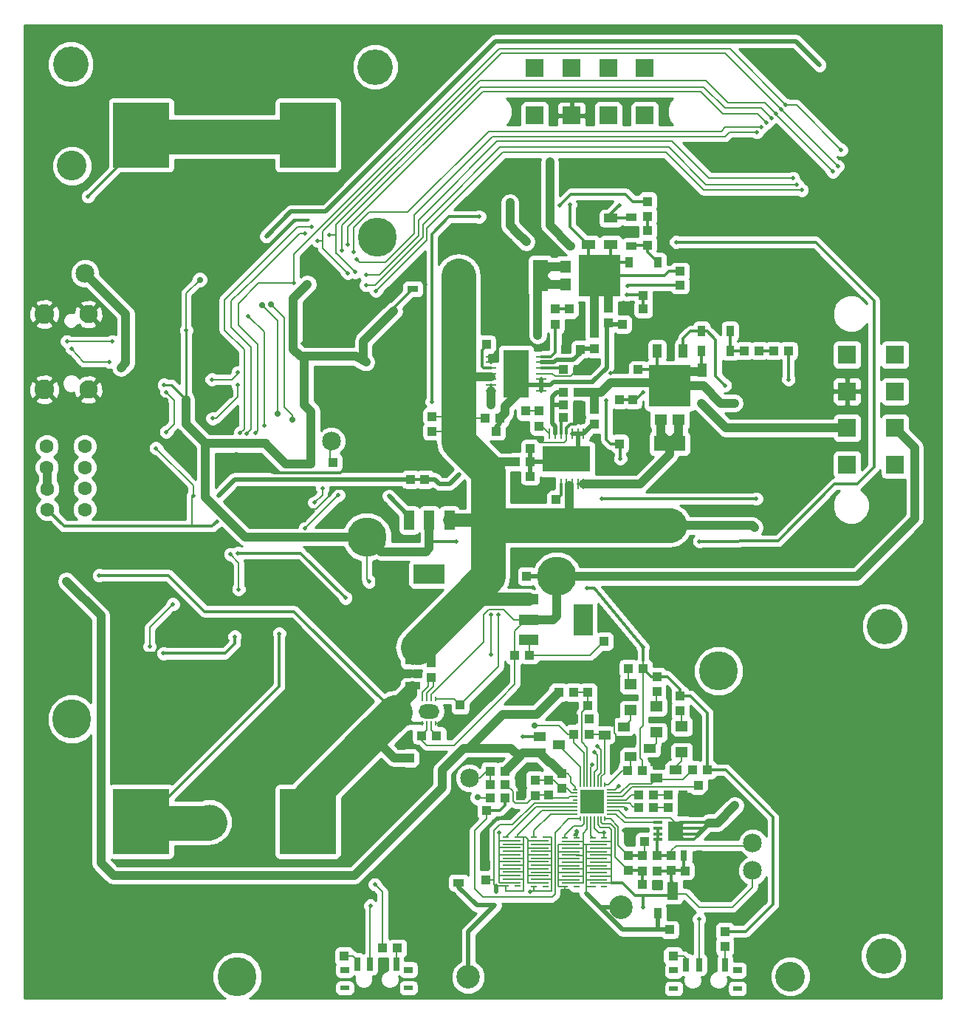
<source format=gbr>
G04 #@! TF.FileFunction,Copper,L2,Bot,Signal*
%FSLAX46Y46*%
G04 Gerber Fmt 4.6, Leading zero omitted, Abs format (unit mm)*
G04 Created by KiCad (PCBNEW 4.0.2+dfsg1-stable) date Wed 31 Jan 2018 07:50:55 PM PST*
%MOMM*%
G01*
G04 APERTURE LIST*
%ADD10C,0.100000*%
%ADD11C,2.697480*%
%ADD12R,6.450000X7.450000*%
%ADD13C,4.466000*%
%ADD14C,3.406000*%
%ADD15R,1.099820X0.998220*%
%ADD16R,0.998220X1.099820*%
%ADD17R,1.198880X0.797560*%
%ADD18R,0.797560X1.198880*%
%ADD19R,1.270000X2.059940*%
%ADD20R,1.399540X0.998220*%
%ADD21R,1.399540X1.198880*%
%ADD22C,2.098040*%
%ADD23C,2.247900*%
%ADD24R,3.558540X1.778000*%
%ADD25R,1.778000X3.558540*%
%ADD26C,1.600200*%
%ADD27R,0.698500X1.498600*%
%ADD28R,0.998220X0.599440*%
%ADD29R,0.998220X0.797560*%
%ADD30C,2.159000*%
%ADD31R,0.269240X1.198880*%
%ADD32R,5.499100X2.999740*%
%ADD33R,1.399540X1.270000*%
%ADD34R,4.798060X4.719320*%
%ADD35R,0.198120X0.497840*%
%ADD36R,0.497840X0.198120*%
%ADD37R,2.799080X2.799080*%
%ADD38R,1.198880X0.269240*%
%ADD39R,2.999740X5.499100*%
%ADD40R,1.270000X1.399540*%
%ADD41R,4.719320X4.798060*%
%ADD42R,0.698500X0.177800*%
%ADD43R,0.988060X0.403860*%
%ADD44R,1.724660X2.232660*%
%ADD45R,1.219200X2.235200*%
%ADD46R,3.599180X2.199640*%
%ADD47R,2.235200X1.219200*%
%ADD48R,2.199640X3.599180*%
%ADD49O,0.248920X0.599440*%
%ADD50O,2.379980X1.648460*%
%ADD51R,2.098040X2.098040*%
%ADD52C,4.500880*%
%ADD53C,4.064000*%
%ADD54R,1.220000X0.910000*%
%ADD55R,0.910000X1.220000*%
%ADD56R,1.000000X1.600000*%
%ADD57R,1.600000X1.000000*%
%ADD58R,1.700000X0.900000*%
%ADD59C,0.500000*%
%ADD60C,0.700000*%
%ADD61C,4.000000*%
%ADD62C,0.300000*%
%ADD63C,0.150000*%
%ADD64C,0.200000*%
%ADD65C,0.500000*%
%ADD66C,1.000000*%
%ADD67C,4.000000*%
%ADD68C,1.500000*%
%ADD69C,0.250000*%
%ADD70C,0.254000*%
G04 APERTURE END LIST*
D10*
D11*
X99204780Y-159826960D03*
X116702840Y-151831040D03*
D12*
X80827400Y-141996800D03*
X80827400Y-63336800D03*
X61717400Y-141996800D03*
X61717400Y-63336800D03*
D13*
X53767400Y-130266800D03*
X88777400Y-75066800D03*
D14*
X53767400Y-66846800D03*
D15*
X93385640Y-97282000D03*
X95082360Y-97282000D03*
D16*
X105918000Y-113878360D03*
X105918000Y-112181640D03*
D15*
X92471240Y-134721600D03*
X94167960Y-134721600D03*
X120990360Y-81737200D03*
X119293640Y-81737200D03*
D16*
X119786400Y-72628760D03*
X119786400Y-70932040D03*
X116586000Y-93639640D03*
X116586000Y-95336360D03*
D15*
X134228840Y-88036400D03*
X135925560Y-88036400D03*
X117007640Y-90220800D03*
X118704360Y-90220800D03*
D16*
X94234000Y-102783640D03*
X94234000Y-104480360D03*
D15*
X125206760Y-78943200D03*
X123510040Y-78943200D03*
D16*
X92583000Y-102783640D03*
X92583000Y-104480360D03*
D15*
X102829360Y-95758000D03*
X101132640Y-95758000D03*
D16*
X107315000Y-94973140D03*
X107315000Y-96669860D03*
D15*
X109306360Y-105092500D03*
X107609640Y-105092500D03*
D16*
X113665000Y-94782640D03*
X113665000Y-96479360D03*
D15*
X106321860Y-100774500D03*
X104625140Y-100774500D03*
D16*
X109220000Y-83289140D03*
X109220000Y-84985860D03*
X101346000Y-87335360D03*
X101346000Y-85638640D03*
X115316000Y-83162140D03*
X115316000Y-84858860D03*
D15*
X93385640Y-95567500D03*
X95082360Y-95567500D03*
X122151140Y-140398500D03*
X123847860Y-140398500D03*
D16*
X111315500Y-131975860D03*
X111315500Y-130279140D03*
D15*
X101305360Y-140716000D03*
X99608640Y-140716000D03*
X114640360Y-128714500D03*
X112943640Y-128714500D03*
D16*
X101193600Y-147030440D03*
X101193600Y-148727160D03*
D15*
X122290840Y-154381200D03*
X123987560Y-154381200D03*
D16*
X108458000Y-138960860D03*
X108458000Y-137264140D03*
D15*
X106893360Y-139001500D03*
X105196640Y-139001500D03*
X105196640Y-137223500D03*
X106893360Y-137223500D03*
X122151140Y-138938000D03*
X123847860Y-138938000D03*
D16*
X117602000Y-147596860D03*
X117602000Y-145900140D03*
D15*
X119466360Y-144272000D03*
X117769640Y-144272000D03*
X119166640Y-149161500D03*
X120863360Y-149161500D03*
D17*
X92862400Y-80959960D03*
X92862400Y-79161640D03*
D15*
X93893640Y-132143500D03*
X95590360Y-132143500D03*
X124056140Y-147637500D03*
X125752860Y-147637500D03*
D18*
X123941840Y-145923000D03*
X125740160Y-145923000D03*
D19*
X122643900Y-149923500D03*
X126149100Y-149923500D03*
D20*
X107421680Y-134172960D03*
X107421680Y-132275580D03*
X109621320Y-133223000D03*
D21*
X120777000Y-128803400D03*
X120777000Y-131800600D03*
X117792500Y-126263400D03*
X117792500Y-129260600D03*
X123698000Y-131089400D03*
X123698000Y-134086600D03*
D15*
X106321860Y-102425500D03*
X104625140Y-102425500D03*
D16*
X116903500Y-85003640D03*
X116903500Y-86700360D03*
D22*
X55643780Y-83863180D03*
X55643780Y-92501720D03*
D23*
X50596800Y-92501720D03*
X50596800Y-83863180D03*
D24*
X122301000Y-108077000D03*
X122301000Y-98679000D03*
D25*
X98107500Y-79438500D03*
X107505500Y-79438500D03*
D26*
X50952400Y-106235500D03*
X50888900Y-98996500D03*
X50952400Y-103886000D03*
X50888900Y-101409500D03*
X55245000Y-106235500D03*
X55245000Y-103822500D03*
X55245000Y-101409500D03*
X55245000Y-98996500D03*
D20*
X117835680Y-134553960D03*
X117835680Y-132656580D03*
X120035320Y-133604000D03*
X114851180Y-132077460D03*
X114851180Y-130180080D03*
X117050820Y-131127500D03*
X120820180Y-137030460D03*
X120820180Y-135133080D03*
X123019820Y-136080500D03*
D16*
X118110000Y-95336360D03*
X118110000Y-93639640D03*
D15*
X132572760Y-88036400D03*
X130876040Y-88036400D03*
D16*
X116586000Y-98701860D03*
X116586000Y-97005140D03*
D15*
X104099360Y-97282000D03*
X102402640Y-97282000D03*
D16*
X113665000Y-87779860D03*
X113665000Y-86083140D03*
D15*
X110403640Y-87884000D03*
X112100360Y-87884000D03*
X120990360Y-83261200D03*
X119293640Y-83261200D03*
D16*
X119786400Y-74234040D03*
X119786400Y-75930760D03*
D15*
X123484640Y-80518000D03*
X125181360Y-80518000D03*
D16*
X110807500Y-84985860D03*
X110807500Y-83289140D03*
D15*
X111782860Y-90170000D03*
X110086140Y-90170000D03*
X110149640Y-92773500D03*
X111846360Y-92773500D03*
X111846360Y-94234000D03*
X110149640Y-94234000D03*
D16*
X105791000Y-96669860D03*
X105791000Y-94973140D03*
D15*
X111846360Y-95694500D03*
X110149640Y-95694500D03*
X106258360Y-122936000D03*
X104561640Y-122936000D03*
X116481860Y-121348500D03*
X114785140Y-121348500D03*
X101767640Y-139255500D03*
X103464360Y-139255500D03*
X117515640Y-136144000D03*
X119212360Y-136144000D03*
D16*
X120840500Y-127086360D03*
X120840500Y-125389640D03*
D15*
X111274860Y-127190500D03*
X109578140Y-127190500D03*
X114640360Y-127190500D03*
X112943640Y-127190500D03*
X101767640Y-136207500D03*
X103464360Y-136207500D03*
D16*
X109918500Y-136502140D03*
X109918500Y-138198860D03*
D15*
X101767640Y-137731500D03*
X103464360Y-137731500D03*
X120482360Y-140398500D03*
X118785640Y-140398500D03*
X118785640Y-138938000D03*
X120482360Y-138938000D03*
X125643640Y-137858500D03*
X127340360Y-137858500D03*
X119166640Y-147637500D03*
X120863360Y-147637500D03*
X119166640Y-145859500D03*
X120863360Y-145859500D03*
D16*
X122491500Y-145900140D03*
X122491500Y-147596860D03*
X113093500Y-131975860D03*
X113093500Y-130279140D03*
D15*
X117579140Y-124460000D03*
X119275860Y-124460000D03*
X124945140Y-136080500D03*
X126641860Y-136080500D03*
D16*
X123507500Y-129308860D03*
X123507500Y-127612140D03*
X128651000Y-156296360D03*
X128651000Y-154599640D03*
D15*
X121008140Y-157416500D03*
X122704860Y-157416500D03*
X91069160Y-156514800D03*
X89372440Y-156514800D03*
X83289140Y-157416500D03*
X84985860Y-157416500D03*
D16*
X94945200Y-123814840D03*
X94945200Y-125511560D03*
X98298000Y-130324860D03*
X98298000Y-128628140D03*
D15*
X104625140Y-99250500D03*
X106321860Y-99250500D03*
X85379560Y-100838000D03*
X83682840Y-100838000D03*
D27*
X86461600Y-158333440D03*
X87960200Y-158333440D03*
X90957400Y-158333440D03*
D28*
X85059520Y-161081720D03*
D29*
X85059520Y-158983680D03*
D28*
X92356940Y-161081720D03*
D29*
X92356940Y-158983680D03*
D27*
X124180600Y-158396940D03*
X125679200Y-158396940D03*
X128676400Y-158396940D03*
D28*
X122778520Y-161145220D03*
D29*
X122778520Y-159047180D03*
D28*
X130075940Y-161145220D03*
D29*
X130075940Y-159047180D03*
D30*
X131826000Y-147624800D03*
X131826000Y-144475200D03*
X55270400Y-79197200D03*
X99364800Y-137007600D03*
X83515200Y-98399600D03*
D31*
X112438180Y-103355140D03*
X111787940Y-103355140D03*
X111137700Y-103355140D03*
X110490000Y-103355140D03*
X109842300Y-103355140D03*
X109192060Y-103355140D03*
X108541820Y-103355140D03*
X108541820Y-97558860D03*
X109192060Y-97558860D03*
X109842300Y-97558860D03*
X110490000Y-97558860D03*
X111137700Y-97558860D03*
X111787940Y-97558860D03*
X112438180Y-97558860D03*
D32*
X110490000Y-100457000D03*
D33*
X121272300Y-95915480D03*
X123350020Y-95915480D03*
D34*
X122318780Y-92077540D03*
D35*
X114858800Y-141676120D03*
X114457480Y-141676120D03*
X114061240Y-141676120D03*
X113659920Y-141676120D03*
X113261140Y-141676120D03*
X112859820Y-141676120D03*
X112461040Y-141676120D03*
X112059720Y-141676120D03*
D36*
X111511080Y-141124940D03*
X111511080Y-140726160D03*
X111511080Y-140324840D03*
X111511080Y-139926060D03*
X111511080Y-139527280D03*
X111511080Y-139128500D03*
X111511080Y-138727180D03*
X111511080Y-138328400D03*
D35*
X112059720Y-137777220D03*
X112461040Y-137777220D03*
X112859820Y-137777220D03*
X113261140Y-137777220D03*
X113659920Y-137777220D03*
X114061240Y-137777220D03*
X114457480Y-137777220D03*
X114858800Y-137777220D03*
D36*
X115407440Y-138328400D03*
X115407440Y-138727180D03*
X115407440Y-139128500D03*
X115407440Y-139527280D03*
X115407440Y-139926060D03*
X115407440Y-140324840D03*
X115407440Y-140726160D03*
X115407440Y-141124940D03*
D37*
X113461800Y-139727940D03*
D38*
X101813360Y-92626180D03*
X101813360Y-91975940D03*
X101813360Y-91325700D03*
X101813360Y-90678000D03*
X101813360Y-90030300D03*
X101813360Y-89380060D03*
X101813360Y-88729820D03*
X107609640Y-88729820D03*
X107609640Y-89380060D03*
X107609640Y-90030300D03*
X107609640Y-90678000D03*
X107609640Y-91325700D03*
X107609640Y-91975940D03*
X107609640Y-92626180D03*
D39*
X104711500Y-90678000D03*
D40*
X110396020Y-78409800D03*
X110396020Y-80487520D03*
D41*
X114233960Y-79456280D03*
D42*
X103506270Y-143798290D03*
X104832150Y-143798290D03*
X103506270Y-144199610D03*
X104832150Y-144199610D03*
X103506270Y-144598390D03*
X104832150Y-144598390D03*
X103506270Y-144999710D03*
X104832150Y-144999710D03*
X103506270Y-145398490D03*
X104832150Y-145398490D03*
X103506270Y-145799810D03*
X104832150Y-145799810D03*
X103506270Y-146198590D03*
X104832150Y-146198590D03*
X103506270Y-146599910D03*
X104832150Y-146599910D03*
X103506270Y-146996150D03*
X104832150Y-146996150D03*
X103506270Y-147397470D03*
X104832150Y-147397470D03*
X103506270Y-147796250D03*
X104832150Y-147796250D03*
X103506270Y-148197570D03*
X104832150Y-148197570D03*
X103506270Y-148596350D03*
X104832150Y-148596350D03*
X103506270Y-148997670D03*
X104832150Y-148997670D03*
X103506270Y-149396450D03*
X104832150Y-149396450D03*
X106776520Y-143817340D03*
X108102400Y-143817340D03*
X106776520Y-144218660D03*
X108102400Y-144218660D03*
X106776520Y-144617440D03*
X108102400Y-144617440D03*
X106776520Y-145018760D03*
X108102400Y-145018760D03*
X106776520Y-145417540D03*
X108102400Y-145417540D03*
X106776520Y-145818860D03*
X108102400Y-145818860D03*
X106776520Y-146217640D03*
X108102400Y-146217640D03*
X106776520Y-146618960D03*
X108102400Y-146618960D03*
X106776520Y-147015200D03*
X108102400Y-147015200D03*
X106776520Y-147416520D03*
X108102400Y-147416520D03*
X106776520Y-147815300D03*
X108102400Y-147815300D03*
X106776520Y-148216620D03*
X108102400Y-148216620D03*
X106776520Y-148615400D03*
X108102400Y-148615400D03*
X106776520Y-149016720D03*
X108102400Y-149016720D03*
X106776520Y-149415500D03*
X108102400Y-149415500D03*
X113494820Y-143855440D03*
X114820700Y-143855440D03*
X113494820Y-144256760D03*
X114820700Y-144256760D03*
X113494820Y-144655540D03*
X114820700Y-144655540D03*
X113494820Y-145056860D03*
X114820700Y-145056860D03*
X113494820Y-145455640D03*
X114820700Y-145455640D03*
X113494820Y-145856960D03*
X114820700Y-145856960D03*
X113494820Y-146255740D03*
X114820700Y-146255740D03*
X113494820Y-146657060D03*
X114820700Y-146657060D03*
X113494820Y-147053300D03*
X114820700Y-147053300D03*
X113494820Y-147454620D03*
X114820700Y-147454620D03*
X113494820Y-147853400D03*
X114820700Y-147853400D03*
X113494820Y-148254720D03*
X114820700Y-148254720D03*
X113494820Y-148653500D03*
X114820700Y-148653500D03*
X113494820Y-149054820D03*
X114820700Y-149054820D03*
X113494820Y-149453600D03*
X114820700Y-149453600D03*
X110319820Y-143855440D03*
X111645700Y-143855440D03*
X110319820Y-144256760D03*
X111645700Y-144256760D03*
X110319820Y-144655540D03*
X111645700Y-144655540D03*
X110319820Y-145056860D03*
X111645700Y-145056860D03*
X110319820Y-145455640D03*
X111645700Y-145455640D03*
X110319820Y-145856960D03*
X111645700Y-145856960D03*
X110319820Y-146255740D03*
X111645700Y-146255740D03*
X110319820Y-146657060D03*
X111645700Y-146657060D03*
X110319820Y-147053300D03*
X111645700Y-147053300D03*
X110319820Y-147454620D03*
X111645700Y-147454620D03*
X110319820Y-147853400D03*
X111645700Y-147853400D03*
X110319820Y-148254720D03*
X111645700Y-148254720D03*
X110319820Y-148653500D03*
X111645700Y-148653500D03*
X110319820Y-149054820D03*
X111645700Y-149054820D03*
X110319820Y-149453600D03*
X111645700Y-149453600D03*
D43*
X120995440Y-144066260D03*
X120995440Y-143405860D03*
X120995440Y-142748000D03*
X120995440Y-142090140D03*
X123883420Y-142090140D03*
X123883420Y-142748000D03*
X123883420Y-143405860D03*
X123883420Y-144066260D03*
D44*
X122996960Y-143075660D03*
D45*
X92430600Y-107454700D03*
X94742000Y-107454700D03*
X97050860Y-107454700D03*
D46*
X94742000Y-113652300D03*
D47*
X106184700Y-121183400D03*
X106184700Y-118872000D03*
X106184700Y-116563140D03*
D48*
X112382300Y-118872000D03*
D49*
X93992700Y-127924560D03*
X94493080Y-127924560D03*
X94990920Y-127924560D03*
X95491300Y-127924560D03*
X95491300Y-130771900D03*
X94990920Y-130771900D03*
X94493080Y-130771900D03*
X93992700Y-130771900D03*
D50*
X94742000Y-129349500D03*
D51*
X148163280Y-88506300D03*
X148163280Y-92707460D03*
X148163280Y-96903540D03*
X148163280Y-101104700D03*
X142666720Y-88506300D03*
X142666720Y-92707460D03*
X142666720Y-96903540D03*
X142666720Y-101104700D03*
X106857800Y-55608220D03*
X111058960Y-55608220D03*
X115255040Y-55608220D03*
X119456200Y-55608220D03*
X106857800Y-61104780D03*
X111058960Y-61104780D03*
X115255040Y-61104780D03*
X119456200Y-61104780D03*
D13*
X72730000Y-159745000D03*
X127930000Y-124735000D03*
D14*
X136150000Y-159745000D03*
D52*
X87566500Y-109410500D03*
X109347000Y-113919000D03*
D53*
X146862800Y-157378400D03*
X53644800Y-55219600D03*
X146964400Y-119634000D03*
X88544400Y-55524400D03*
D54*
X98094800Y-149005800D03*
X98094800Y-145735800D03*
D55*
X120945400Y-152501600D03*
X124215400Y-152501600D03*
D56*
X129058800Y-90271600D03*
X126058800Y-90271600D03*
X123877200Y-88087200D03*
X120877200Y-88087200D03*
D57*
X113030000Y-72871200D03*
X113030000Y-75871200D03*
X115570000Y-72871200D03*
X115570000Y-75871200D03*
D55*
X125974600Y-85801200D03*
X129244600Y-85801200D03*
X129244600Y-88036400D03*
X125974600Y-88036400D03*
D54*
X117906800Y-72787000D03*
X117906800Y-76057000D03*
D55*
X120964200Y-77927200D03*
X117694200Y-77927200D03*
D58*
X92862400Y-126468800D03*
X92862400Y-123568800D03*
D59*
X115112800Y-67310000D03*
X113487200Y-71018400D03*
X97282000Y-131318000D03*
D60*
X134569200Y-106527600D03*
X125526800Y-97383600D03*
X116128800Y-133553200D03*
X121716800Y-133705600D03*
D59*
X120863360Y-149161500D03*
D60*
X88442800Y-100482400D03*
X103327200Y-98653600D03*
D59*
X88798400Y-117246400D03*
X90424000Y-112725200D03*
X90627200Y-107340400D03*
D60*
X80924400Y-110845600D03*
X82448400Y-118059200D03*
D59*
X64363600Y-121564400D03*
D60*
X106070400Y-135737600D03*
X101041200Y-144119600D03*
X109474000Y-151536400D03*
D59*
X127000000Y-139801600D03*
X127762000Y-146964400D03*
D60*
X111302800Y-128828800D03*
D59*
X135280400Y-95351600D03*
D60*
X129540000Y-111709200D03*
X115874800Y-101600000D03*
X106222800Y-104089200D03*
D59*
X80213200Y-87223600D03*
X94284800Y-80416400D03*
D60*
X64465200Y-93776800D03*
X68935600Y-83616800D03*
X69951600Y-92557600D03*
X71932800Y-93116400D03*
X87274400Y-91287600D03*
X90373200Y-94742000D03*
D59*
X79806800Y-105003600D03*
D60*
X118465600Y-96875600D03*
X110388400Y-86512400D03*
D59*
X115570000Y-90627200D03*
X142067280Y-63672720D03*
D60*
X144881600Y-72440800D03*
X63754000Y-111455200D03*
D59*
X55727600Y-112725200D03*
D60*
X65836800Y-106883200D03*
X65430400Y-104140000D03*
D59*
X123952000Y-74726800D03*
X117094000Y-143052800D03*
X113893600Y-89662000D03*
D60*
X99822000Y-75895200D03*
X101904800Y-70002400D03*
X130606800Y-72847200D03*
X130860800Y-78028800D03*
D59*
X106273600Y-150012400D03*
D60*
X118516400Y-111709200D03*
X114655600Y-125476000D03*
X76758800Y-101803200D03*
X72593200Y-99974400D03*
X112776000Y-139598400D03*
D59*
X98171000Y-103632000D03*
X111633000Y-143129000D03*
D60*
X132029200Y-108305600D03*
X129794000Y-140157200D03*
D59*
X119227600Y-122021600D03*
X113093500Y-130279140D03*
X87833200Y-114503200D03*
X88493600Y-149199600D03*
X80772000Y-80416400D03*
X87477600Y-89357200D03*
D60*
X68427600Y-79908400D03*
D59*
X76047600Y-74930000D03*
X139496800Y-55321200D03*
X80416400Y-88696800D03*
X90678000Y-83464400D03*
X81178400Y-101041200D03*
X97840800Y-109880400D03*
X112826800Y-115214400D03*
X69088000Y-104330500D03*
X66865500Y-85725000D03*
X64325500Y-91948000D03*
X66865500Y-93662500D03*
X64579500Y-92837000D03*
X64579500Y-97345500D03*
X72796400Y-111252000D03*
X85140800Y-116382800D03*
X72440800Y-120802400D03*
X64262000Y-122732800D03*
X63398400Y-99212400D03*
X67665600Y-104698800D03*
X70408800Y-107594400D03*
X70561200Y-104648000D03*
X96901000Y-103314500D03*
X98171000Y-102171500D03*
X56896000Y-113792000D03*
X117411500Y-81597500D03*
X95046800Y-93878400D03*
X100482400Y-72694800D03*
X109728000Y-71374000D03*
X119253000Y-92773500D03*
X132232400Y-105003600D03*
X114503200Y-105003600D03*
X135940800Y-91338400D03*
X129730500Y-94043500D03*
X128651000Y-92011500D03*
X110896400Y-71323200D03*
X116535200Y-71374000D03*
D60*
X106832400Y-131013200D03*
X100279200Y-139242800D03*
D59*
X102412800Y-150063200D03*
X102260400Y-151587200D03*
X112725200Y-150215600D03*
X114808000Y-143256000D03*
X119278400Y-151790400D03*
X105460800Y-132283200D03*
D60*
X53136800Y-114452400D03*
D59*
X59385200Y-90017600D03*
X80518000Y-108407200D03*
X84328000Y-104597200D03*
D61*
X69532500Y-142049500D03*
D59*
X77533500Y-120459500D03*
X55626000Y-70358000D03*
X62674500Y-121920000D03*
X65341500Y-117094000D03*
X117348000Y-140589000D03*
X101854000Y-118313200D03*
X101854000Y-122834400D03*
X102666800Y-118313200D03*
X73964800Y-84074000D03*
X75793600Y-96621600D03*
X74777600Y-97485200D03*
X79248000Y-80314800D03*
X141986000Y-65024000D03*
X135636000Y-59893200D03*
X83312000Y-74777600D03*
X81229200Y-73812400D03*
X73050400Y-97485200D03*
X86258400Y-79044800D03*
X134518400Y-60909200D03*
X141020800Y-67513200D03*
X81940400Y-75438000D03*
X73812400Y-97536000D03*
X80518000Y-74625200D03*
X85394800Y-79146400D03*
X141579600Y-66903600D03*
X135077200Y-60401200D03*
X86410800Y-77571600D03*
X132283200Y-62992000D03*
X132842000Y-62433200D03*
X86055200Y-76758800D03*
X85394800Y-75895200D03*
X133400800Y-61925200D03*
X84734400Y-76555600D03*
X133959600Y-61417200D03*
X72796400Y-90525600D03*
X69799200Y-91338400D03*
X72796400Y-91998800D03*
X69900800Y-95808800D03*
X136448800Y-68275200D03*
X87477600Y-79349600D03*
X137464800Y-69646800D03*
X88646000Y-81178400D03*
X136906000Y-68986400D03*
X87477600Y-80518000D03*
D60*
X77317600Y-95300800D03*
X75539600Y-82804000D03*
D59*
X113995200Y-133400800D03*
D60*
X79044800Y-95910400D03*
X76555600Y-82702400D03*
D59*
X113690400Y-134061200D03*
X82499200Y-103835200D03*
X81584800Y-105460800D03*
X123037600Y-75590400D03*
X125730000Y-109880400D03*
X58013600Y-89306400D03*
X53746400Y-87782400D03*
X53187600Y-86969600D03*
X58420000Y-86969600D03*
D60*
X101854000Y-94234000D03*
X107188000Y-86296500D03*
D59*
X72898000Y-115379500D03*
X71945500Y-111379000D03*
X115062000Y-93726000D03*
X116649500Y-100393500D03*
X117475000Y-80645000D03*
X90119200Y-104698800D03*
X102768400Y-143256000D03*
X87985600Y-151638000D03*
X113411000Y-135509000D03*
X125679200Y-153162000D03*
X116459000Y-137922000D03*
X125920500Y-94043500D03*
X105854500Y-75565000D03*
X103987600Y-71069200D03*
X110934500Y-76009500D03*
X108559600Y-66395600D03*
X113665000Y-96479360D03*
X113487200Y-91541600D03*
D62*
X123952000Y-72440800D02*
X123952000Y-74726800D01*
X118821200Y-67310000D02*
X123952000Y-72440800D01*
X115112800Y-67310000D02*
X118821200Y-67310000D01*
X113487200Y-71018400D02*
X113487200Y-71424800D01*
X113030000Y-72871200D02*
X113030000Y-71882000D01*
X113487200Y-71424800D02*
X113030000Y-71882000D01*
D63*
X96151700Y-130771900D02*
X96735900Y-130771900D01*
X96735900Y-130771900D02*
X97282000Y-131318000D01*
D64*
X125526800Y-97383600D02*
X127000000Y-97383600D01*
X127000000Y-97383600D02*
X134569200Y-104952800D01*
X134569200Y-104952800D02*
X134569200Y-106527600D01*
X121716800Y-134315200D02*
X120898920Y-135133080D01*
X121716800Y-134315200D02*
X121716800Y-133705600D01*
D63*
X63195200Y-86664800D02*
X63195200Y-83007200D01*
X63195200Y-83007200D02*
X67411600Y-78790800D01*
X111645700Y-147853400D02*
X110319820Y-147853400D01*
D64*
X93385640Y-95567500D02*
X93385640Y-97282000D01*
X93385640Y-97282000D02*
X92100400Y-97282000D01*
X90373200Y-95554800D02*
X90373200Y-94742000D01*
X92100400Y-97282000D02*
X90373200Y-95554800D01*
D63*
X103924100Y-99250500D02*
X103327200Y-98653600D01*
X104625140Y-99250500D02*
X103924100Y-99250500D01*
D64*
X82448400Y-118059200D02*
X87985600Y-118059200D01*
D65*
X88798400Y-114350800D02*
X90424000Y-112725200D01*
X88798400Y-117246400D02*
X88798400Y-114350800D01*
D63*
X90627200Y-107035600D02*
X87477600Y-103886000D01*
X90627200Y-107340400D02*
X90627200Y-107035600D01*
D65*
X82397600Y-110845600D02*
X88798400Y-117246400D01*
X80924400Y-110845600D02*
X82397600Y-110845600D01*
D64*
X87985600Y-118059200D02*
X88798400Y-117246400D01*
X82448400Y-118059200D02*
X80924400Y-118059200D01*
X65328800Y-111455200D02*
X63754000Y-111455200D01*
X70307200Y-116433600D02*
X65328800Y-111455200D01*
X79298800Y-116433600D02*
X70307200Y-116433600D01*
X80924400Y-118059200D02*
X79298800Y-116433600D01*
X55727600Y-114046000D02*
X55727600Y-112725200D01*
X58775600Y-117094000D02*
X55727600Y-114046000D01*
X58775600Y-119532400D02*
X58775600Y-117094000D01*
X61874400Y-122631200D02*
X58775600Y-119532400D01*
X63296800Y-122631200D02*
X61874400Y-122631200D01*
X64363600Y-121564400D02*
X63296800Y-122631200D01*
X105196640Y-139001500D02*
X105196640Y-137223500D01*
D63*
X105196640Y-136611360D02*
X106070400Y-135737600D01*
X105196640Y-136611360D02*
X105196640Y-137223500D01*
X101193600Y-144272000D02*
X101041200Y-144119600D01*
X101193600Y-144272000D02*
X101193600Y-147030440D01*
D64*
X110319820Y-150690580D02*
X109474000Y-151536400D01*
X110319820Y-150690580D02*
X110319820Y-149893020D01*
X123987560Y-154381200D02*
X123987560Y-155260040D01*
X121008140Y-156461460D02*
X121008140Y-157416500D01*
X121564400Y-155905200D02*
X121008140Y-156461460D01*
X123342400Y-155905200D02*
X121564400Y-155905200D01*
X123987560Y-155260040D02*
X123342400Y-155905200D01*
X123847860Y-140398500D02*
X123847860Y-138938000D01*
X123847860Y-138938000D02*
X124305060Y-139395200D01*
X124305060Y-139395200D02*
X125803660Y-139395200D01*
X125803660Y-139395200D02*
X127340360Y-137858500D01*
X127340360Y-137858500D02*
X127340360Y-139461240D01*
X127340360Y-139461240D02*
X127000000Y-139801600D01*
X126720600Y-145923000D02*
X125740160Y-145923000D01*
X127762000Y-146964400D02*
X126720600Y-145923000D01*
X125740160Y-145923000D02*
X125752860Y-145935700D01*
X125752860Y-145935700D02*
X125752860Y-149527260D01*
X125752860Y-149527260D02*
X126149100Y-149923500D01*
X111315500Y-128841500D02*
X111302800Y-128828800D01*
X111315500Y-130279140D02*
X111315500Y-128841500D01*
X116481860Y-121348500D02*
X116481860Y-123649740D01*
X116481860Y-123649740D02*
X114655600Y-125476000D01*
X137924540Y-92707460D02*
X142666720Y-92707460D01*
X135280400Y-95351600D02*
X137924540Y-92707460D01*
D62*
X129540000Y-111709200D02*
X118516400Y-111709200D01*
D64*
X115874800Y-101600000D02*
X117398800Y-101600000D01*
X118465600Y-100533200D02*
X118465600Y-96875600D01*
X117398800Y-101600000D02*
X118465600Y-100533200D01*
X89321640Y-82702400D02*
X92862400Y-79161640D01*
X84734400Y-82702400D02*
X89321640Y-82702400D01*
X80213200Y-87223600D02*
X84734400Y-82702400D01*
D63*
X92862400Y-79161640D02*
X93995240Y-79161640D01*
X94284800Y-79451200D02*
X94284800Y-80416400D01*
X93995240Y-79161640D02*
X94284800Y-79451200D01*
X68935600Y-83616800D02*
X68935600Y-81788000D01*
X68935600Y-81788000D02*
X70104000Y-80619600D01*
X70104000Y-80619600D02*
X70104000Y-79603600D01*
X70104000Y-79603600D02*
X69291200Y-78790800D01*
X69291200Y-78790800D02*
X67411600Y-78790800D01*
X67411600Y-78790800D02*
X67411600Y-78790800D01*
X63195200Y-92456000D02*
X63195200Y-92608400D01*
X64465200Y-93776800D02*
X64465200Y-93726000D01*
X63195200Y-92456000D02*
X63195200Y-86664800D01*
X64465200Y-93726000D02*
X63195200Y-92456000D01*
X69951600Y-92557600D02*
X69037200Y-92557600D01*
X68935600Y-92456000D02*
X68935600Y-83616800D01*
X69037200Y-92557600D02*
X68935600Y-92456000D01*
X71932800Y-93116400D02*
X70510400Y-93116400D01*
X70510400Y-93116400D02*
X69951600Y-92557600D01*
X87274400Y-91287600D02*
X87274400Y-91643200D01*
X87274400Y-91643200D02*
X90373200Y-94742000D01*
X88442800Y-100482400D02*
X88442800Y-96672400D01*
D62*
X88087200Y-100838000D02*
X88442800Y-100482400D01*
X88087200Y-100838000D02*
X85379560Y-100838000D01*
D63*
X88442800Y-96672400D02*
X90373200Y-94742000D01*
X81026000Y-106222800D02*
X79806800Y-105003600D01*
X81026000Y-106222800D02*
X81737200Y-106222800D01*
X81737200Y-106222800D02*
X84074000Y-103886000D01*
X84074000Y-103886000D02*
X87477600Y-103886000D01*
X92583000Y-104480360D02*
X91988640Y-103886000D01*
X87477600Y-103886000D02*
X91988640Y-103886000D01*
X92583000Y-104480360D02*
X97322640Y-104480360D01*
X97322640Y-104480360D02*
X98171000Y-103632000D01*
X111846360Y-94234000D02*
X111846360Y-95694500D01*
X110490000Y-97558860D02*
X110490000Y-98298000D01*
X104708960Y-97891600D02*
X104099360Y-97282000D01*
X106781600Y-97891600D02*
X104708960Y-97891600D01*
X107442000Y-98552000D02*
X106781600Y-97891600D01*
X110236000Y-98552000D02*
X107442000Y-98552000D01*
X110490000Y-98298000D02*
X110236000Y-98552000D01*
X107609640Y-105092500D02*
X107609640Y-103769160D01*
X108023660Y-103355140D02*
X109192060Y-103355140D01*
X107609640Y-103769160D02*
X108023660Y-103355140D01*
X106222800Y-104089200D02*
X105054400Y-104089200D01*
X107226100Y-105092500D02*
X106222800Y-104089200D01*
X104625140Y-103659940D02*
X104625140Y-102425500D01*
X105054400Y-104089200D02*
X104625140Y-103659940D01*
X118110000Y-95336360D02*
X118110000Y-96520000D01*
X118110000Y-96520000D02*
X118465600Y-96875600D01*
X116586000Y-95336360D02*
X118110000Y-95336360D01*
X110388400Y-86512400D02*
X110591600Y-86512400D01*
X110807500Y-86296500D02*
X110807500Y-84985860D01*
X110591600Y-86512400D02*
X110807500Y-86296500D01*
X110403640Y-86527640D02*
X110388400Y-86512400D01*
X110403640Y-87884000D02*
X110403640Y-86527640D01*
X107609640Y-90678000D02*
X108864400Y-90678000D01*
X110970060Y-90982800D02*
X111782860Y-90170000D01*
X109169200Y-90982800D02*
X110970060Y-90982800D01*
X108864400Y-90678000D02*
X109169200Y-90982800D01*
X101346000Y-85638640D02*
X102656640Y-85638640D01*
X102514400Y-88028780D02*
X101813360Y-88729820D01*
X102514400Y-85780880D02*
X102514400Y-88028780D01*
X102656640Y-85638640D02*
X102514400Y-85780880D01*
X99822000Y-75895200D02*
X100990400Y-77063600D01*
X100990400Y-77063600D02*
X100990400Y-85283040D01*
X100990400Y-85283040D02*
X101346000Y-85638640D01*
X144881600Y-66487040D02*
X144881600Y-72440800D01*
X142067280Y-63672720D02*
X144881600Y-66487040D01*
D62*
X144475200Y-72847200D02*
X144881600Y-72440800D01*
X144475200Y-72847200D02*
X130606800Y-72847200D01*
D63*
X63754000Y-111455200D02*
X56997600Y-111455200D01*
X56997600Y-111455200D02*
X55727600Y-112725200D01*
D62*
X65836800Y-106883200D02*
X65836800Y-104546400D01*
X65836800Y-104546400D02*
X65430400Y-104140000D01*
D65*
X125831600Y-72847200D02*
X130606800Y-72847200D01*
X123952000Y-74726800D02*
X125831600Y-72847200D01*
D64*
X117769640Y-144272000D02*
X117769640Y-143728440D01*
X117769640Y-143728440D02*
X117094000Y-143052800D01*
D63*
X110319820Y-149453600D02*
X109639100Y-149453600D01*
X111645700Y-148653500D02*
X110319820Y-148653500D01*
X110319820Y-148653500D02*
X109537500Y-148653500D01*
X110319820Y-145455640D02*
X109537500Y-145455640D01*
X110319820Y-146255740D02*
X109537500Y-146255740D01*
X110319820Y-147053300D02*
X109537500Y-147053300D01*
X110319820Y-147853400D02*
X109537500Y-147853400D01*
X111645700Y-147053300D02*
X110319820Y-147053300D01*
X111645700Y-146255740D02*
X110319820Y-146255740D01*
X111645700Y-145455640D02*
X110319820Y-145455640D01*
X111645700Y-144655540D02*
X110319820Y-144655540D01*
D64*
X116690140Y-86913720D02*
X116903500Y-86700360D01*
X111782860Y-90170000D02*
X113385600Y-90170000D01*
X113385600Y-90170000D02*
X113893600Y-89662000D01*
X99822000Y-75895200D02*
X99822000Y-75641200D01*
X101904800Y-73558400D02*
X101904800Y-70002400D01*
X99822000Y-75641200D02*
X101904800Y-73558400D01*
D63*
X116128800Y-133553200D02*
X116128800Y-132029200D01*
D64*
X117025420Y-132656580D02*
X116128800Y-133553200D01*
X117835680Y-132656580D02*
X117025420Y-132656580D01*
D63*
X115976400Y-131876800D02*
X115976400Y-128828800D01*
X116128800Y-132029200D02*
X115976400Y-131876800D01*
X114851180Y-130180080D02*
X114851180Y-128925320D01*
X114851180Y-128925320D02*
X114640360Y-128714500D01*
X95491300Y-130771900D02*
X96151700Y-130771900D01*
X96151700Y-130771900D02*
X96164400Y-130759200D01*
D62*
X128371600Y-80518000D02*
X130860800Y-78028800D01*
X125181360Y-80518000D02*
X128371600Y-80518000D01*
D63*
X106781600Y-149969220D02*
X106316780Y-149969220D01*
X106316780Y-149969220D02*
X106273600Y-150012400D01*
X110319820Y-149453600D02*
X110319820Y-149893020D01*
X110319820Y-149893020D02*
X110337600Y-149910800D01*
D62*
X105918000Y-112181640D02*
X106461560Y-112181640D01*
X106461560Y-112181640D02*
X107696000Y-110947200D01*
X107696000Y-110947200D02*
X117754400Y-110947200D01*
X117754400Y-110947200D02*
X118516400Y-111709200D01*
D64*
X120820180Y-135133080D02*
X120898920Y-135133080D01*
X114640360Y-127190500D02*
X114640360Y-125491240D01*
X114640360Y-125491240D02*
X114655600Y-125476000D01*
D62*
X76962000Y-102006400D02*
X76758800Y-101803200D01*
X76962000Y-102006400D02*
X84582000Y-102006400D01*
X84582000Y-102006400D02*
X85379560Y-101208840D01*
D64*
X74422000Y-101803200D02*
X76758800Y-101803200D01*
X72593200Y-99974400D02*
X74422000Y-101803200D01*
X112776000Y-139598400D02*
X112905540Y-139727940D01*
X112905540Y-139727940D02*
X113461800Y-139727940D01*
D62*
X85379560Y-101208840D02*
X85379560Y-100838000D01*
D63*
X107609640Y-105092500D02*
X107226100Y-105092500D01*
X105791000Y-96669860D02*
X104711500Y-96669860D01*
X104711500Y-96669860D02*
X104099360Y-97282000D01*
X104099360Y-97282000D02*
X104099360Y-98724720D01*
X104099360Y-98724720D02*
X104625140Y-99250500D01*
D62*
X110490000Y-97558860D02*
X110490000Y-96901000D01*
X111569500Y-96456500D02*
X111846360Y-96179640D01*
X110934500Y-96456500D02*
X111569500Y-96456500D01*
X110490000Y-96901000D02*
X110934500Y-96456500D01*
X111846360Y-96179640D02*
X111846360Y-95694500D01*
D65*
X101813360Y-89380060D02*
X101813360Y-88729820D01*
X110680500Y-85112860D02*
X110807500Y-84985860D01*
X110426500Y-87861140D02*
X110403640Y-87884000D01*
X116586000Y-97005140D02*
X116586000Y-95336360D01*
D63*
X111645700Y-143332200D02*
X111645700Y-143141700D01*
X111645700Y-143855440D02*
X111645700Y-143332200D01*
X111645700Y-143141700D02*
X111633000Y-143129000D01*
X110319820Y-148653500D02*
X109537500Y-148653500D01*
X109537500Y-147853400D02*
X109537500Y-147828000D01*
X111645700Y-147053300D02*
X109537500Y-147053300D01*
X109537500Y-147053300D02*
X109537500Y-147066000D01*
X111645700Y-146255740D02*
X109537500Y-146255740D01*
X109537500Y-146255740D02*
X109537500Y-146240500D01*
X111645700Y-145455640D02*
X109537500Y-145455640D01*
X109537500Y-145455640D02*
X109537500Y-145415000D01*
X111645700Y-144655540D02*
X109540040Y-144655540D01*
X109537500Y-149352000D02*
X109639100Y-149453600D01*
X109537500Y-144658080D02*
X109537500Y-145415000D01*
X109537500Y-145415000D02*
X109537500Y-146240500D01*
X109537500Y-146240500D02*
X109537500Y-147066000D01*
X109537500Y-147066000D02*
X109537500Y-147828000D01*
X109537500Y-147828000D02*
X109537500Y-148653500D01*
X109537500Y-148653500D02*
X109537500Y-149352000D01*
X109540040Y-144655540D02*
X109537500Y-144658080D01*
X108102400Y-146217640D02*
X108788200Y-146217640D01*
X108788200Y-146217640D02*
X108788200Y-146189700D01*
X108102400Y-147015200D02*
X108788200Y-147015200D01*
X108102400Y-147815300D02*
X108788200Y-147815300D01*
X108788200Y-147815300D02*
X108788200Y-147840700D01*
X108102400Y-148615400D02*
X108788200Y-148615400D01*
X108788200Y-148615400D02*
X108788200Y-148602700D01*
X108788200Y-145417540D02*
X108788200Y-146189700D01*
X108788200Y-146189700D02*
X108788200Y-147015200D01*
X108788200Y-147015200D02*
X108788200Y-147840700D01*
X108788200Y-147840700D02*
X108788200Y-148602700D01*
X108788200Y-148602700D02*
X108788200Y-149936200D01*
X108788200Y-149936200D02*
X108755180Y-149969220D01*
X108755180Y-149969220D02*
X106781600Y-149969220D01*
X106781600Y-149969220D02*
X106776520Y-149969220D01*
X106776520Y-149969220D02*
X106776520Y-149415500D01*
X108102400Y-143817340D02*
X108765340Y-143817340D01*
X108788200Y-143840200D02*
X108788200Y-144617440D01*
X108765340Y-143817340D02*
X108788200Y-143840200D01*
X108102400Y-144617440D02*
X108788200Y-144617440D01*
X108102400Y-145417540D02*
X108788200Y-145417540D01*
X108788200Y-144617440D02*
X108788200Y-145417540D01*
X108102400Y-144617440D02*
X106776520Y-144617440D01*
X108102400Y-145417540D02*
X106776520Y-145417540D01*
X108102400Y-146217640D02*
X106776520Y-146217640D01*
X106776520Y-147015200D02*
X108102400Y-147015200D01*
X108102400Y-147815300D02*
X106776520Y-147815300D01*
X108102400Y-148615400D02*
X106776520Y-148615400D01*
D66*
X94945200Y-123814840D02*
X94945200Y-120662700D01*
X94869000Y-120586500D02*
X94234000Y-121221500D01*
X94945200Y-120662700D02*
X94869000Y-120586500D01*
X92862400Y-123568800D02*
X92862400Y-122593100D01*
D67*
X93408500Y-122047000D02*
X99695000Y-115760500D01*
X93535500Y-121920000D02*
X93408500Y-122047000D01*
D66*
X92862400Y-122593100D02*
X93535500Y-121920000D01*
D64*
X95082360Y-97282000D02*
X96583500Y-97282000D01*
X96583500Y-97282000D02*
X98107500Y-95758000D01*
X95082360Y-95567500D02*
X97917000Y-95567500D01*
X97917000Y-95567500D02*
X98107500Y-95758000D01*
X101132640Y-95758000D02*
X98107500Y-95758000D01*
X101813360Y-91325700D02*
X101813360Y-90678000D01*
X101813360Y-90678000D02*
X101432360Y-91059000D01*
X101432360Y-91059000D02*
X98107500Y-91059000D01*
D66*
X126794260Y-142138400D02*
X127812800Y-142138400D01*
X131800600Y-108077000D02*
X122301000Y-108077000D01*
X132029200Y-108305600D02*
X131800600Y-108077000D01*
X127812800Y-142138400D02*
X129794000Y-140157200D01*
D62*
X123883420Y-144066260D02*
X125122940Y-144066260D01*
X126794260Y-142394940D02*
X126794260Y-142138400D01*
X126794260Y-142138400D02*
X126794260Y-142090140D01*
X125122940Y-144066260D02*
X126794260Y-142394940D01*
X123883420Y-143405860D02*
X125478540Y-143405860D01*
X125478540Y-143405860D02*
X126794260Y-142090140D01*
X123883420Y-142748000D02*
X126136400Y-142748000D01*
X126136400Y-142748000D02*
X126794260Y-142090140D01*
X123883420Y-142090140D02*
X126794260Y-142090140D01*
X126794260Y-142090140D02*
X126796800Y-142087600D01*
D66*
X99504500Y-95821500D02*
X98107500Y-95821500D01*
X98171000Y-95821500D02*
X99504500Y-95821500D01*
X98107500Y-95758000D02*
X98171000Y-95821500D01*
X104625140Y-100774500D02*
X102552500Y-100774500D01*
X102552500Y-100774500D02*
X101473000Y-101854000D01*
D67*
X98107500Y-92837000D02*
X98107500Y-91059000D01*
X98107500Y-91059000D02*
X98107500Y-87820500D01*
D66*
X111125000Y-108077000D02*
X112331500Y-108077000D01*
X110807500Y-106553000D02*
X110807500Y-103441500D01*
X112331500Y-108077000D02*
X110807500Y-106553000D01*
D62*
X111137700Y-103355140D02*
X111137700Y-108077000D01*
X111125000Y-107251500D02*
X111125000Y-108077000D01*
X111125000Y-108064300D02*
X111125000Y-107251500D01*
X111137700Y-108077000D02*
X111125000Y-108064300D01*
X110490000Y-103355140D02*
X110490000Y-108077000D01*
X110490000Y-108077000D02*
X110490000Y-106680000D01*
X110490000Y-106680000D02*
X110490000Y-108077000D01*
D67*
X98107500Y-79438500D02*
X98107500Y-87820500D01*
X98107500Y-87820500D02*
X98107500Y-89979500D01*
X122301000Y-108077000D02*
X111125000Y-108077000D01*
X111125000Y-108077000D02*
X110490000Y-108077000D01*
X110490000Y-108077000D02*
X101790500Y-108077000D01*
X101790500Y-108077000D02*
X101473000Y-107759500D01*
D63*
X123883420Y-144066260D02*
X123883420Y-143962120D01*
X123883420Y-143962120D02*
X122996960Y-143075660D01*
X123883420Y-143405860D02*
X123327160Y-143405860D01*
X123327160Y-143405860D02*
X122996960Y-143075660D01*
X123883420Y-142748000D02*
X123324620Y-142748000D01*
X123324620Y-142748000D02*
X122996960Y-143075660D01*
X123883420Y-142090140D02*
X123883420Y-142189200D01*
X123883420Y-142189200D02*
X122996960Y-143075660D01*
X115407440Y-140726160D02*
X116469160Y-140726160D01*
X122364500Y-141541500D02*
X122996960Y-142173960D01*
X117284500Y-141541500D02*
X122364500Y-141541500D01*
X116469160Y-140726160D02*
X117284500Y-141541500D01*
X122996960Y-142173960D02*
X122996960Y-143075660D01*
D66*
X98107500Y-91503500D02*
X98107500Y-92837000D01*
X101790500Y-91059000D02*
X101854000Y-91059000D01*
X99885500Y-91059000D02*
X101790500Y-91059000D01*
X98107500Y-92837000D02*
X99885500Y-91059000D01*
D67*
X98107500Y-98488500D02*
X98107500Y-95821500D01*
X98107500Y-95821500D02*
X98107500Y-91503500D01*
X101473000Y-107759500D02*
X101473000Y-101854000D01*
X101473000Y-101854000D02*
X98107500Y-98488500D01*
D68*
X106184700Y-116563140D02*
X100497640Y-116563140D01*
X100497640Y-116563140D02*
X99695000Y-115760500D01*
X97050860Y-107454700D02*
X101168200Y-107454700D01*
X101168200Y-107454700D02*
X101473000Y-107759500D01*
D67*
X101473000Y-113919000D02*
X101473000Y-107759500D01*
X99695000Y-115697000D02*
X101473000Y-113919000D01*
X99695000Y-115760500D02*
X99695000Y-115697000D01*
D64*
X104561640Y-122936000D02*
X104561640Y-126273560D01*
X93893640Y-132654040D02*
X94488000Y-133248400D01*
X94488000Y-133248400D02*
X97586800Y-133248400D01*
X97586800Y-133248400D02*
X102819200Y-128016000D01*
X93893640Y-132654040D02*
X93893640Y-132143500D01*
X104561640Y-126273560D02*
X102819200Y-128016000D01*
X104561640Y-122936000D02*
X104561640Y-120177560D01*
X104561640Y-120177560D02*
X105867200Y-118872000D01*
X105867200Y-118872000D02*
X106184700Y-118872000D01*
X106184700Y-118872000D02*
X104444800Y-118872000D01*
X100939600Y-121437400D02*
X95123000Y-127254000D01*
X100939600Y-118313200D02*
X100939600Y-121437400D01*
X101549200Y-117703600D02*
X100939600Y-118313200D01*
X103276400Y-117703600D02*
X101549200Y-117703600D01*
X104444800Y-118872000D02*
X103276400Y-117703600D01*
X95123000Y-127254000D02*
X94990920Y-127386080D01*
X94990920Y-127386080D02*
X94990920Y-127924560D01*
D66*
X109347000Y-113919000D02*
X143789400Y-113919000D01*
X150418800Y-99159060D02*
X150394670Y-99134930D01*
X150394670Y-99134930D02*
X148163280Y-96903540D01*
X150418800Y-107289600D02*
X150418800Y-99159060D01*
X143789400Y-113919000D02*
X150418800Y-107289600D01*
D65*
X105918000Y-113878360D02*
X109306360Y-113878360D01*
X109306360Y-113878360D02*
X109347000Y-113919000D01*
D66*
X106184700Y-118872000D02*
X108902500Y-118872000D01*
X109347000Y-118427500D02*
X109347000Y-113919000D01*
X108902500Y-118872000D02*
X109347000Y-118427500D01*
D64*
X94493080Y-130771900D02*
X94493080Y-131544060D01*
X94493080Y-131544060D02*
X93893640Y-132143500D01*
X119227600Y-122021600D02*
X119275860Y-122021600D01*
X89372440Y-156514800D02*
X89372440Y-150078440D01*
X87566500Y-114236500D02*
X87566500Y-109410500D01*
X87833200Y-114503200D02*
X87566500Y-114236500D01*
X89372440Y-150078440D02*
X88493600Y-149199600D01*
X119275860Y-124460000D02*
X119275860Y-123548140D01*
X119278400Y-123545600D02*
X119275860Y-123545600D01*
X119275860Y-123548140D02*
X119278400Y-123545600D01*
X119275860Y-124460000D02*
X119278400Y-124460000D01*
X119278400Y-124460000D02*
X120208040Y-125389640D01*
X120208040Y-125389640D02*
X120840500Y-125389640D01*
D66*
X80416400Y-88696800D02*
X79959200Y-88696800D01*
X80416400Y-80772000D02*
X80772000Y-80416400D01*
X79146400Y-82042000D02*
X80416400Y-80772000D01*
X79146400Y-87884000D02*
X79146400Y-82042000D01*
X79959200Y-88696800D02*
X79146400Y-87884000D01*
X87172800Y-86969600D02*
X87172800Y-89052400D01*
X90678000Y-83464400D02*
X87172800Y-86969600D01*
X86309200Y-88696800D02*
X80416400Y-88696800D01*
X86309200Y-88696800D02*
X87477600Y-89357200D01*
X87172800Y-89052400D02*
X87477600Y-89357200D01*
D63*
X66865500Y-81470500D02*
X66865500Y-85725000D01*
X68427600Y-79908400D02*
X66865500Y-81470500D01*
D65*
X80975200Y-72085200D02*
X82854800Y-72085200D01*
X76047600Y-74930000D02*
X78892400Y-72085200D01*
X78892400Y-72085200D02*
X79451200Y-72085200D01*
X79451200Y-72085200D02*
X80975200Y-72085200D01*
X82854800Y-72085200D02*
X102362000Y-52578000D01*
D66*
X81178400Y-101041200D02*
X81178400Y-94996000D01*
X81178400Y-94996000D02*
X80416400Y-94234000D01*
X80416400Y-94234000D02*
X80416400Y-88696800D01*
D65*
X136753600Y-52578000D02*
X102362000Y-52578000D01*
X139496800Y-55321200D02*
X136753600Y-52578000D01*
X102362000Y-52578000D02*
X102362000Y-52578000D01*
D62*
X90678000Y-83464400D02*
X90678000Y-83144360D01*
X90678000Y-83144360D02*
X92862400Y-80959960D01*
D66*
X76022200Y-98780600D02*
X78282800Y-101041200D01*
X78282800Y-101041200D02*
X81178400Y-101041200D01*
X76022200Y-98780600D02*
X76022200Y-98628200D01*
X75971400Y-98679000D02*
X76022200Y-98628200D01*
X69088000Y-98679000D02*
X75971400Y-98679000D01*
D62*
X119275860Y-123545600D02*
X119275860Y-122021600D01*
X119275860Y-122021600D02*
X119275860Y-122019060D01*
X97840800Y-109880400D02*
X94742000Y-109880400D01*
X113639600Y-115214400D02*
X112826800Y-115214400D01*
X119275860Y-122019060D02*
X113639600Y-115214400D01*
X94742000Y-109880400D02*
X94945200Y-109880400D01*
X94945200Y-109880400D02*
X94742000Y-109880400D01*
X123507500Y-127612140D02*
X123507500Y-126860300D01*
X120205500Y-125389640D02*
X119275860Y-124460000D01*
X122036840Y-125389640D02*
X120205500Y-125389640D01*
X123507500Y-126860300D02*
X122036840Y-125389640D01*
X128651000Y-154599640D02*
X131048760Y-154599640D01*
X128714500Y-136080500D02*
X126641860Y-136080500D01*
X134162800Y-141528800D02*
X128714500Y-136080500D01*
X134162800Y-151485600D02*
X134162800Y-141528800D01*
X131048760Y-154599640D02*
X134162800Y-151485600D01*
X126641860Y-136080500D02*
X126644400Y-136077960D01*
X126644400Y-136077960D02*
X126644400Y-129590800D01*
X126644400Y-129590800D02*
X124665740Y-127612140D01*
X124665740Y-127612140D02*
X123507500Y-127612140D01*
D63*
X119212360Y-136144000D02*
X119212360Y-134960360D01*
X119212360Y-134960360D02*
X118935500Y-134683500D01*
X118935500Y-134683500D02*
X118935500Y-131318000D01*
X118935500Y-131318000D02*
X119275860Y-130977640D01*
X119275860Y-130977640D02*
X119275860Y-124460000D01*
D66*
X87566500Y-109410500D02*
X73660000Y-109410500D01*
X66865500Y-96456500D02*
X66865500Y-93662500D01*
X69088000Y-98679000D02*
X69075300Y-98666300D01*
X69075300Y-98666300D02*
X66865500Y-96456500D01*
X69088000Y-104838500D02*
X69088000Y-104330500D01*
X69088000Y-104330500D02*
X69088000Y-98679000D01*
X73660000Y-109410500D02*
X69088000Y-104838500D01*
X94742000Y-107454700D02*
X94742000Y-109880400D01*
X94742000Y-109880400D02*
X94742000Y-110680500D01*
X94742000Y-110680500D02*
X94361000Y-111061500D01*
X94361000Y-111061500D02*
X89217500Y-111061500D01*
X89217500Y-111061500D02*
X87566500Y-109410500D01*
D69*
X66865500Y-85725000D02*
X66865500Y-93662500D01*
X64325500Y-91948000D02*
X65151000Y-91948000D01*
X65151000Y-91948000D02*
X66865500Y-93662500D01*
D64*
X64579500Y-92837000D02*
X64592200Y-92837000D01*
X65481200Y-96443800D02*
X64579500Y-97345500D01*
X65481200Y-93726000D02*
X65481200Y-96443800D01*
X64592200Y-92837000D02*
X65481200Y-93726000D01*
D62*
X80010000Y-111252000D02*
X72796400Y-111252000D01*
X85140800Y-116382800D02*
X80010000Y-111252000D01*
X72440800Y-121615200D02*
X72440800Y-120802400D01*
X71323200Y-122732800D02*
X72440800Y-121615200D01*
X64262000Y-122732800D02*
X71323200Y-122732800D01*
D66*
X50952400Y-103886000D02*
X50952400Y-101473000D01*
X50952400Y-101473000D02*
X50888900Y-101409500D01*
D64*
X50888900Y-101409500D02*
X50952400Y-101473000D01*
X50952400Y-106235500D02*
X52870100Y-108153200D01*
D62*
X52870100Y-108153200D02*
X54495700Y-108153200D01*
X67513200Y-108153200D02*
X54495700Y-108153200D01*
X52870100Y-108153200D02*
X50952400Y-106235500D01*
D63*
X67665600Y-104698800D02*
X67665600Y-103479600D01*
X67665600Y-103479600D02*
X63398400Y-99212400D01*
X67513200Y-104851200D02*
X67513200Y-108153200D01*
X67665600Y-104698800D02*
X67513200Y-104851200D01*
D62*
X69850000Y-108153200D02*
X67513200Y-108153200D01*
X70408800Y-107594400D02*
X69850000Y-108153200D01*
X50952400Y-101473000D02*
X50888900Y-101409500D01*
D65*
X72425560Y-102783640D02*
X70561200Y-104648000D01*
X92583000Y-102783640D02*
X72425560Y-102783640D01*
X96901000Y-103314500D02*
X95897700Y-103314500D01*
X95366840Y-102783640D02*
X94234000Y-102783640D01*
X95897700Y-103314500D02*
X95366840Y-102783640D01*
D62*
X94234000Y-102783640D02*
X92583000Y-102783640D01*
D65*
X96901000Y-103314500D02*
X96901000Y-103291640D01*
X97050860Y-103291640D02*
X96901000Y-103291640D01*
X98171000Y-102171500D02*
X97050860Y-103291640D01*
D66*
X92862400Y-126468800D02*
X92862400Y-127419100D01*
X92862400Y-127419100D02*
X91694000Y-128587500D01*
D68*
X91694000Y-128587500D02*
X90805000Y-129476500D01*
D66*
X92862400Y-126468800D02*
X92733200Y-126468800D01*
X92733200Y-126468800D02*
X90805000Y-128397000D01*
D68*
X90805000Y-128397000D02*
X90805000Y-129476500D01*
X90220800Y-128892300D02*
X90805000Y-129476500D01*
D66*
X92471240Y-134721600D02*
X90728800Y-134721600D01*
X90728800Y-134721600D02*
X88144350Y-132137150D01*
D62*
X79248000Y-117919500D02*
X90805000Y-129476500D01*
X68961000Y-117919500D02*
X79248000Y-117919500D01*
X64833500Y-113792000D02*
X68961000Y-117919500D01*
X56896000Y-113792000D02*
X64833500Y-113792000D01*
D65*
X92583000Y-130556000D02*
X92367100Y-130771900D01*
D66*
X90551000Y-128651000D02*
X90551000Y-129730500D01*
D62*
X93992700Y-130771900D02*
X92367100Y-130771900D01*
X92367100Y-130771900D02*
X92100400Y-130771900D01*
X92100400Y-130771900D02*
X90805000Y-129476500D01*
D67*
X90805000Y-129476500D02*
X90551000Y-129730500D01*
X90551000Y-129730500D02*
X88144350Y-132137150D01*
X88144350Y-132137150D02*
X80929000Y-139352500D01*
X80929000Y-142200000D02*
X80929000Y-139352500D01*
D62*
X119153940Y-81597500D02*
X117411500Y-81597500D01*
X119153940Y-81597500D02*
X119293640Y-81737200D01*
X119293640Y-81737200D02*
X119293640Y-83261200D01*
X95046800Y-93878400D02*
X95046800Y-74676000D01*
X95046800Y-74676000D02*
X97028000Y-72694800D01*
X97028000Y-72694800D02*
X100482400Y-72694800D01*
X119786400Y-72628760D02*
X119786400Y-74234040D01*
X119786400Y-70932040D02*
X118074440Y-70932040D01*
X110998000Y-70104000D02*
X109728000Y-71374000D01*
X117246400Y-70104000D02*
X110998000Y-70104000D01*
X118074440Y-70932040D02*
X117246400Y-70104000D01*
X119253000Y-92773500D02*
X118386860Y-93639640D01*
X118386860Y-93639640D02*
X116586000Y-93639640D01*
X114503200Y-105003600D02*
X132232400Y-105003600D01*
X132572760Y-88036400D02*
X134228840Y-88036400D01*
X135925560Y-88036400D02*
X135925560Y-91323160D01*
X135925560Y-91323160D02*
X135940800Y-91338400D01*
X125974600Y-88036400D02*
X125974600Y-90187400D01*
X125974600Y-90187400D02*
X126058800Y-90271600D01*
X118704360Y-90220800D02*
X120462040Y-90220800D01*
X120462040Y-90220800D02*
X122318780Y-92077540D01*
X120877200Y-88087200D02*
X120877200Y-90635960D01*
X120877200Y-90635960D02*
X122318780Y-92077540D01*
X125933200Y-90146000D02*
X126058800Y-90271600D01*
D66*
X125897640Y-90424000D02*
X123972320Y-90424000D01*
X123972320Y-90424000D02*
X122318780Y-92077540D01*
X129730500Y-94043500D02*
X128143000Y-94043500D01*
X126177040Y-92077540D02*
X122318780Y-92077540D01*
X128143000Y-94043500D02*
X126177040Y-92077540D01*
X113665000Y-94782640D02*
X113665000Y-92773500D01*
X111846360Y-92773500D02*
X113665000Y-92773500D01*
X113665000Y-92773500D02*
X114427000Y-92773500D01*
X115506500Y-91694000D02*
X118364000Y-91694000D01*
X118364000Y-91694000D02*
X121935240Y-91694000D01*
X114427000Y-92773500D02*
X115506500Y-91694000D01*
X121935240Y-91694000D02*
X122318780Y-92077540D01*
D65*
X120284240Y-90043000D02*
X122318780Y-92077540D01*
X122107960Y-91866720D02*
X122318780Y-92077540D01*
D62*
X127594360Y-89367360D02*
X127594360Y-86801960D01*
X127594360Y-90954860D02*
X127594360Y-90424000D01*
X128651000Y-92011500D02*
X127594360Y-90954860D01*
X127594360Y-90424000D02*
X127594360Y-89367360D01*
X126593600Y-85801200D02*
X125974600Y-85801200D01*
X127594360Y-86801960D02*
X126593600Y-85801200D01*
X123877200Y-88087200D02*
X123877200Y-86638000D01*
X124714000Y-85801200D02*
X125974600Y-85801200D01*
X123877200Y-86638000D02*
X124714000Y-85801200D01*
X123877200Y-87910800D02*
X123877200Y-88087200D01*
X123510040Y-78943200D02*
X122224800Y-78943200D01*
X121711720Y-79456280D02*
X114233960Y-79456280D01*
X122224800Y-78943200D02*
X121711720Y-79456280D01*
X113030000Y-75871200D02*
X112955200Y-75871200D01*
X112955200Y-75871200D02*
X110896400Y-73812400D01*
X110896400Y-73812400D02*
X110896400Y-71323200D01*
X117694200Y-77927200D02*
X115763040Y-77927200D01*
X115763040Y-77927200D02*
X114233960Y-79456280D01*
X115570000Y-75871200D02*
X115570000Y-78120240D01*
X115570000Y-78120240D02*
X114233960Y-79456280D01*
X113030000Y-75871200D02*
X113030000Y-78252320D01*
X113030000Y-78252320D02*
X114233960Y-79456280D01*
D66*
X115316000Y-83162140D02*
X115316000Y-80538320D01*
X115316000Y-80538320D02*
X114233960Y-79456280D01*
D65*
X116014500Y-77675740D02*
X114233960Y-79456280D01*
X114277140Y-79499460D02*
X114233960Y-79456280D01*
D66*
X113665000Y-86083140D02*
X113665000Y-80025240D01*
X113665000Y-80025240D02*
X114233960Y-79456280D01*
D62*
X115570000Y-72871200D02*
X115570000Y-72339200D01*
X115570000Y-72339200D02*
X116535200Y-71374000D01*
X115570000Y-72871200D02*
X117822600Y-72871200D01*
X117822600Y-72871200D02*
X117906800Y-72787000D01*
D63*
X107315000Y-94973140D02*
X105791000Y-94973140D01*
X107315000Y-96669860D02*
X107652820Y-96669860D01*
X107652820Y-96669860D02*
X108541820Y-97558860D01*
D62*
X109842300Y-103355140D02*
X109842300Y-104556560D01*
X109842300Y-104556560D02*
X109306360Y-105092500D01*
X109220000Y-83289140D02*
X110807500Y-83289140D01*
X107609640Y-88729820D02*
X108691680Y-88729820D01*
X109220000Y-88201500D02*
X109220000Y-84985860D01*
X108691680Y-88729820D02*
X109220000Y-88201500D01*
X107609640Y-88729820D02*
X107612180Y-88729820D01*
X101813360Y-90030300D02*
X100952300Y-90030300D01*
X100774500Y-87970360D02*
X101409500Y-87335360D01*
X100774500Y-89852500D02*
X100774500Y-87970360D01*
X100952300Y-90030300D02*
X100774500Y-89852500D01*
D63*
X120482360Y-140398500D02*
X122151140Y-140398500D01*
X101767640Y-139255500D02*
X100291900Y-139255500D01*
X110589060Y-131975860D02*
X111315500Y-131975860D01*
X109626400Y-131013200D02*
X110589060Y-131975860D01*
X108712000Y-131013200D02*
X109626400Y-131013200D01*
X106832400Y-131013200D02*
X108712000Y-131013200D01*
X100291900Y-139255500D02*
X100279200Y-139242800D01*
D62*
X110893860Y-131975860D02*
X111315500Y-131975860D01*
D63*
X112461040Y-137777220D02*
X112461040Y-134114540D01*
X111315500Y-132969000D02*
X111315500Y-131975860D01*
X112461040Y-134114540D02*
X111315500Y-132969000D01*
X112059720Y-141676120D02*
X110749080Y-141676120D01*
X101305360Y-141671040D02*
X101305360Y-140716000D01*
X99923600Y-143052800D02*
X101305360Y-141671040D01*
X99923600Y-149707600D02*
X99923600Y-143052800D01*
X100888800Y-150672800D02*
X99923600Y-149707600D01*
X108813600Y-150672800D02*
X100888800Y-150672800D01*
X109169200Y-150317200D02*
X108813600Y-150672800D01*
X109169200Y-143256000D02*
X109169200Y-150317200D01*
X110749080Y-141676120D02*
X109169200Y-143256000D01*
D62*
X101305360Y-140716000D02*
X102870000Y-140716000D01*
X103464360Y-140121640D02*
X103464360Y-139255500D01*
X102870000Y-140716000D02*
X103464360Y-140121640D01*
D63*
X112943640Y-128714500D02*
X112943640Y-127190500D01*
X112943640Y-127190500D02*
X111274860Y-127190500D01*
X112859820Y-137777220D02*
X112859820Y-133497320D01*
X112204500Y-129453640D02*
X112943640Y-128714500D01*
X112204500Y-132842000D02*
X112204500Y-129453640D01*
X112859820Y-133497320D02*
X112204500Y-132842000D01*
D65*
X98094800Y-149005800D02*
X98094800Y-149504400D01*
X100177600Y-151587200D02*
X102260400Y-151587200D01*
X98094800Y-149504400D02*
X100177600Y-151587200D01*
X99204780Y-159826960D02*
X99204780Y-154642820D01*
X102412800Y-149396450D02*
X102406450Y-149396450D01*
X102412800Y-150063200D02*
X102412800Y-149396450D01*
X99204780Y-154642820D02*
X102260400Y-151587200D01*
D63*
X102831900Y-142379700D02*
X104254300Y-142379700D01*
X102831900Y-142379700D02*
X102184200Y-143027400D01*
X102184200Y-148727160D02*
X102184200Y-148539200D01*
X102184200Y-143027400D02*
X102184200Y-148539200D01*
X110766860Y-139926060D02*
X111511080Y-139926060D01*
X110693200Y-139852400D02*
X110766860Y-139926060D01*
X106781600Y-139852400D02*
X110693200Y-139852400D01*
X104254300Y-142379700D02*
X106781600Y-139852400D01*
D64*
X101193600Y-148727160D02*
X102184200Y-148727160D01*
D63*
X102406450Y-149396450D02*
X103506270Y-149396450D01*
X102184200Y-149174200D02*
X102406450Y-149396450D01*
X102184200Y-148727160D02*
X102184200Y-149174200D01*
X104832150Y-143798290D02*
X104832150Y-143529050D01*
X107635040Y-140726160D02*
X108712000Y-140726160D01*
X104832150Y-143529050D02*
X107635040Y-140726160D01*
X108712000Y-140726160D02*
X108701840Y-140726160D01*
X103506270Y-149936200D02*
X105537000Y-149936200D01*
X105556050Y-149917150D02*
X105556050Y-148596350D01*
X105537000Y-149936200D02*
X105556050Y-149917150D01*
X106057700Y-144218660D02*
X106057700Y-144073880D01*
X106057700Y-144073880D02*
X105782110Y-143798290D01*
X105533190Y-143798290D02*
X105782110Y-143798290D01*
X108712000Y-140726160D02*
X111511080Y-140726160D01*
X104832150Y-144598390D02*
X105568750Y-144598390D01*
X104832150Y-145398490D02*
X105568750Y-145398490D01*
X104832150Y-146198590D02*
X105568750Y-146198590D01*
X104832150Y-146996150D02*
X105568750Y-146996150D01*
X104832150Y-147796250D02*
X105568750Y-147796250D01*
X103506270Y-149396450D02*
X103506270Y-149936200D01*
X103506270Y-149936200D02*
X103506270Y-149950170D01*
X104832150Y-143798290D02*
X105533190Y-143798290D01*
X105533190Y-143798290D02*
X105568750Y-143833850D01*
X105568750Y-143833850D02*
X105568750Y-144598390D01*
X105568750Y-144598390D02*
X105568750Y-145398490D01*
X105568750Y-145398490D02*
X105568750Y-146198590D01*
X105568750Y-146198590D02*
X105568750Y-146996150D01*
X105568750Y-146996150D02*
X105568750Y-147796250D01*
X105556050Y-148596350D02*
X104832150Y-148596350D01*
X105568750Y-148609050D02*
X105556050Y-148596350D01*
X105568750Y-147796250D02*
X105568750Y-148609050D01*
X106776520Y-145018760D02*
X106045000Y-145018760D01*
X106776520Y-145818860D02*
X106045000Y-145818860D01*
X106776520Y-146618960D02*
X106045000Y-146618960D01*
X106776520Y-147416520D02*
X106045000Y-147416520D01*
X106776520Y-148216620D02*
X106045000Y-148216620D01*
X106045000Y-145018760D02*
X106045000Y-145818860D01*
X106045000Y-145818860D02*
X106045000Y-146618960D01*
X106045000Y-146618960D02*
X106045000Y-147416520D01*
X106045000Y-147416520D02*
X106045000Y-148216620D01*
X106062780Y-149016720D02*
X106776520Y-149016720D01*
X106045000Y-148216620D02*
X106045000Y-149034500D01*
X106045000Y-149034500D02*
X106062780Y-149016720D01*
X106776520Y-144218660D02*
X108102400Y-144218660D01*
X106776520Y-145018760D02*
X108102400Y-145018760D01*
X106776520Y-145818860D02*
X108102400Y-145818860D01*
X108102400Y-146618960D02*
X106776520Y-146618960D01*
X108102400Y-147416520D02*
X106776520Y-147416520D01*
X106776520Y-148216620D02*
X108102400Y-148216620D01*
X106776520Y-149016720D02*
X108102400Y-149016720D01*
X103506270Y-147796250D02*
X104832150Y-147796250D01*
X103506270Y-146996150D02*
X104832150Y-146996150D01*
X103506270Y-146198590D02*
X104832150Y-146198590D01*
X104832150Y-144598390D02*
X103506270Y-144598390D01*
X104832150Y-148596350D02*
X103506270Y-148596350D01*
X104832150Y-145398490D02*
X103506270Y-145398490D01*
X106776520Y-144218660D02*
X106057700Y-144218660D01*
X106057700Y-144218660D02*
X106055160Y-144218660D01*
X106055160Y-144218660D02*
X106045000Y-144228820D01*
X106045000Y-144228820D02*
X106045000Y-145018760D01*
D65*
X120945400Y-152501600D02*
X120945400Y-154381200D01*
X120954800Y-154330400D02*
X120954800Y-154381200D01*
X120954800Y-154371800D02*
X120954800Y-154330400D01*
X120945400Y-154381200D02*
X120954800Y-154371800D01*
X122290840Y-154381200D02*
X120954800Y-154381200D01*
X120954800Y-154381200D02*
X116890800Y-154381200D01*
X116890800Y-154381200D02*
X114340640Y-151831040D01*
D63*
X110319820Y-144256760D02*
X111645700Y-144256760D01*
X111645700Y-144256760D02*
X112379760Y-144256760D01*
X110319820Y-149054820D02*
X111645700Y-149054820D01*
X111645700Y-148254720D02*
X112377220Y-148254720D01*
X112369600Y-148262340D02*
X112369600Y-149054820D01*
X112377220Y-148254720D02*
X112369600Y-148262340D01*
X111645700Y-149054820D02*
X112369600Y-149054820D01*
X112369600Y-149054820D02*
X112374680Y-149054820D01*
D65*
X116702840Y-151831040D02*
X114340640Y-151831040D01*
X114340640Y-151831040D02*
X112725200Y-150215600D01*
X116702840Y-151831040D02*
X116702840Y-152313640D01*
D64*
X112712500Y-150202900D02*
X112712500Y-149415500D01*
X112725200Y-150215600D02*
X112712500Y-150202900D01*
D63*
X113659920Y-141676120D02*
X113659920Y-142107920D01*
X114820700Y-143268700D02*
X114808000Y-143256000D01*
X114820700Y-143268700D02*
X114820700Y-143855440D01*
X114173000Y-143256000D02*
X114808000Y-143256000D01*
X113665000Y-142748000D02*
X114173000Y-143256000D01*
X113665000Y-142113000D02*
X113665000Y-142748000D01*
X113659920Y-142107920D02*
X113665000Y-142113000D01*
X112859820Y-142600680D02*
X112859820Y-142854680D01*
X112859820Y-141676120D02*
X112859820Y-142600680D01*
X112379760Y-143334740D02*
X112379760Y-144256760D01*
X112859820Y-142854680D02*
X112379760Y-143334740D01*
X112712500Y-144653000D02*
X112395000Y-144653000D01*
X114820700Y-148653500D02*
X113494820Y-148653500D01*
X113494820Y-148653500D02*
X112712500Y-148653500D01*
X112712500Y-148653500D02*
X112776000Y-148653500D01*
X112776000Y-148653500D02*
X112712500Y-148653500D01*
X114820700Y-147853400D02*
X113494820Y-147853400D01*
X113494820Y-147853400D02*
X113469420Y-147828000D01*
X113469420Y-147828000D02*
X112712500Y-147828000D01*
X114820700Y-147053300D02*
X113494820Y-147053300D01*
X113494820Y-147053300D02*
X113482120Y-147066000D01*
X113482120Y-147066000D02*
X112712500Y-147066000D01*
X114820700Y-146255740D02*
X113494820Y-146255740D01*
X113494820Y-146255740D02*
X113479580Y-146240500D01*
X113479580Y-146240500D02*
X112712500Y-146240500D01*
X114820700Y-145455640D02*
X113494820Y-145455640D01*
X113494820Y-145455640D02*
X113471960Y-145478500D01*
X113471960Y-145478500D02*
X112712500Y-145478500D01*
X114820700Y-144655540D02*
X113494820Y-144655540D01*
X113494820Y-144655540D02*
X113492280Y-144653000D01*
X113492280Y-144653000D02*
X112712500Y-144653000D01*
X112712500Y-144653000D02*
X112712500Y-145478500D01*
X112712500Y-145478500D02*
X112712500Y-146240500D01*
X112712500Y-146240500D02*
X112712500Y-147066000D01*
X112712500Y-147066000D02*
X112712500Y-147828000D01*
X112712500Y-147828000D02*
X112712500Y-148653500D01*
X112712500Y-148653500D02*
X112712500Y-149415500D01*
X112712500Y-149415500D02*
X112750600Y-149453600D01*
X112750600Y-149453600D02*
X113494820Y-149453600D01*
X110319820Y-145056860D02*
X111645700Y-145056860D01*
X111645700Y-145056860D02*
X111668560Y-145034000D01*
X111668560Y-145034000D02*
X112395000Y-145034000D01*
X110319820Y-145856960D02*
X111645700Y-145856960D01*
X111645700Y-145856960D02*
X111648240Y-145859500D01*
X111648240Y-145859500D02*
X112395000Y-145859500D01*
X110319820Y-146657060D02*
X111645700Y-146657060D01*
X111645700Y-146657060D02*
X111681260Y-146621500D01*
X111681260Y-146621500D02*
X112395000Y-146621500D01*
X110319820Y-147454620D02*
X111645700Y-147454620D01*
X111645700Y-147454620D02*
X111653320Y-147447000D01*
X111653320Y-147447000D02*
X112395000Y-147447000D01*
X110319820Y-148254720D02*
X111645700Y-148254720D01*
X111645700Y-148254720D02*
X111663480Y-148272500D01*
X111663480Y-148272500D02*
X112395000Y-148272500D01*
X112395000Y-149034500D02*
X112374680Y-149054820D01*
X112395000Y-144272000D02*
X112395000Y-144653000D01*
X112395000Y-144653000D02*
X112395000Y-145034000D01*
X112395000Y-145034000D02*
X112395000Y-145859500D01*
X112395000Y-145859500D02*
X112395000Y-146621500D01*
X112395000Y-146621500D02*
X112395000Y-147447000D01*
X112395000Y-147447000D02*
X112395000Y-148272500D01*
X112395000Y-148272500D02*
X112395000Y-149034500D01*
X112379760Y-144256760D02*
X112395000Y-144272000D01*
X103464360Y-137731500D02*
X103543100Y-137731500D01*
X103543100Y-137731500D02*
X104343200Y-138531600D01*
X104343200Y-138531600D02*
X104343200Y-139649200D01*
X104343200Y-139649200D02*
X104597200Y-139903200D01*
X104597200Y-139903200D02*
X105991660Y-139903200D01*
X105991660Y-139903200D02*
X106893360Y-139001500D01*
X108458000Y-138960860D02*
X106934000Y-138960860D01*
X106934000Y-138960860D02*
X106893360Y-139001500D01*
X111511080Y-139128500D02*
X110807500Y-139128500D01*
X110680500Y-139255500D02*
X108752640Y-139255500D01*
X110807500Y-139128500D02*
X110680500Y-139255500D01*
X108752640Y-139255500D02*
X108458000Y-138960860D01*
X108458000Y-137264140D02*
X106934000Y-137264140D01*
X106934000Y-137264140D02*
X106893360Y-137223500D01*
X108458000Y-137264140D02*
X108983780Y-137264140D01*
X108983780Y-137264140D02*
X109918500Y-138198860D01*
X111511080Y-138727180D02*
X111041180Y-138727180D01*
X110512860Y-138198860D02*
X109918500Y-138198860D01*
X111041180Y-138727180D02*
X110512860Y-138198860D01*
X120482360Y-138938000D02*
X122151140Y-138938000D01*
X114457480Y-141676120D02*
X114457480Y-142079980D01*
X116039900Y-146034760D02*
X117602000Y-147596860D01*
X116039900Y-142773400D02*
X116039900Y-146034760D01*
X115506500Y-142240000D02*
X116039900Y-142773400D01*
X114617500Y-142240000D02*
X115506500Y-142240000D01*
X114457480Y-142079980D02*
X114617500Y-142240000D01*
D62*
X119166640Y-149161500D02*
X119166640Y-147637500D01*
X119166640Y-147637500D02*
X119126000Y-147596860D01*
X119126000Y-147596860D02*
X117602000Y-147596860D01*
D63*
X119466360Y-144272000D02*
X119466360Y-145559780D01*
X119466360Y-145559780D02*
X119166640Y-145859500D01*
X114858800Y-141676120D02*
X115524280Y-141676120D01*
X116420900Y-144719040D02*
X117602000Y-145900140D01*
X116420900Y-142572740D02*
X116420900Y-144719040D01*
X115524280Y-141676120D02*
X116420900Y-142572740D01*
D62*
X119166640Y-145859500D02*
X117642640Y-145859500D01*
X117642640Y-145859500D02*
X117602000Y-145900140D01*
D64*
X94990920Y-130771900D02*
X94990920Y-131544060D01*
X94990920Y-131544060D02*
X95590360Y-132143500D01*
X125679200Y-151790400D02*
X124714000Y-150825200D01*
X125679200Y-151790400D02*
X129540000Y-151790400D01*
X129540000Y-151790400D02*
X131826000Y-149504400D01*
X131826000Y-147624800D02*
X131826000Y-149504400D01*
X124155200Y-150266400D02*
X122986800Y-150266400D01*
X124714000Y-150825200D02*
X124155200Y-150266400D01*
X122986800Y-150266400D02*
X122643900Y-149923500D01*
D63*
X114061240Y-141676120D02*
X114061240Y-142382240D01*
X113494820Y-145056860D02*
X114820700Y-145056860D01*
X114820700Y-145056860D02*
X114843560Y-145034000D01*
X114843560Y-145034000D02*
X115633500Y-145034000D01*
X113494820Y-144256760D02*
X114820700Y-144256760D01*
X114820700Y-144256760D02*
X114835940Y-144272000D01*
X114835940Y-144272000D02*
X115633500Y-144272000D01*
X113494820Y-145856960D02*
X114820700Y-145856960D01*
X114820700Y-145856960D02*
X115633500Y-145856960D01*
X113494820Y-149054820D02*
X114820700Y-149054820D01*
X114820700Y-149054820D02*
X114841020Y-149034500D01*
X114841020Y-149034500D02*
X115633500Y-149034500D01*
X113494820Y-148254720D02*
X114820700Y-148254720D01*
X114820700Y-148254720D02*
X114838480Y-148272500D01*
X114838480Y-148272500D02*
X115633500Y-148272500D01*
X113494820Y-147454620D02*
X114820700Y-147454620D01*
X114820700Y-147454620D02*
X115633500Y-147454620D01*
D64*
X122643900Y-149923500D02*
X122643900Y-148755100D01*
D62*
X107421680Y-132275580D02*
X105468420Y-132275580D01*
X119278400Y-151790400D02*
X119278400Y-150495000D01*
X105468420Y-132275580D02*
X105460800Y-132283200D01*
X119278400Y-150495000D02*
X119278400Y-150520400D01*
X119278400Y-150520400D02*
X119278400Y-150495000D01*
X116078000Y-149034500D02*
X116903500Y-149034500D01*
X115633500Y-149034500D02*
X116078000Y-149034500D01*
X118364000Y-150495000D02*
X119278400Y-150495000D01*
X119278400Y-150495000D02*
X122072400Y-150495000D01*
X116903500Y-149034500D02*
X118364000Y-150495000D01*
X122072400Y-150495000D02*
X122643900Y-149923500D01*
D63*
X115633500Y-142938500D02*
X115633500Y-144272000D01*
X115379500Y-142684500D02*
X115633500Y-142938500D01*
X114363500Y-142684500D02*
X115379500Y-142684500D01*
X114061240Y-142382240D02*
X114363500Y-142684500D01*
D62*
X122491500Y-147596860D02*
X124015500Y-147596860D01*
X124015500Y-147596860D02*
X123941840Y-147523200D01*
X123941840Y-147523200D02*
X123941840Y-145923000D01*
X122072400Y-150495000D02*
X122491500Y-150075900D01*
X122491500Y-150075900D02*
X122491500Y-147596860D01*
X122491500Y-147596860D02*
X122450860Y-147637500D01*
X122450860Y-147637500D02*
X120863360Y-147637500D01*
D63*
X114820700Y-145056860D02*
X114843560Y-145034000D01*
X114843560Y-145034000D02*
X115633500Y-145034000D01*
X113494820Y-145856960D02*
X115633500Y-145856960D01*
X115570000Y-145859500D02*
X115633500Y-145859500D01*
X115630960Y-145859500D02*
X115570000Y-145859500D01*
X115633500Y-145856960D02*
X115630960Y-145859500D01*
X113494820Y-146657060D02*
X114820700Y-146657060D01*
X114820700Y-146657060D02*
X114848640Y-146685000D01*
X114848640Y-146685000D02*
X115633500Y-146685000D01*
X113494820Y-147454620D02*
X115633500Y-147454620D01*
X115570000Y-147447000D02*
X115633500Y-147447000D01*
X115625880Y-147447000D02*
X115570000Y-147447000D01*
X115633500Y-147454620D02*
X115625880Y-147447000D01*
X114820700Y-148254720D02*
X114838480Y-148272500D01*
X114838480Y-148272500D02*
X115633500Y-148272500D01*
X114820700Y-144256760D02*
X114835940Y-144272000D01*
X114835940Y-144272000D02*
X115633500Y-144272000D01*
X115633500Y-144272000D02*
X115633500Y-145034000D01*
X115633500Y-145034000D02*
X115633500Y-145859500D01*
X115633500Y-145859500D02*
X115633500Y-146685000D01*
X115633500Y-146685000D02*
X115633500Y-147447000D01*
X115633500Y-147447000D02*
X115633500Y-148272500D01*
X115633500Y-148272500D02*
X115633500Y-149034500D01*
X115633500Y-149034500D02*
X115633500Y-149098000D01*
X115633500Y-149098000D02*
X115590320Y-149054820D01*
X115590320Y-149054820D02*
X113494820Y-149054820D01*
D66*
X99263200Y-133604000D02*
X98704400Y-133604000D01*
X96215200Y-136093200D02*
X98704400Y-133604000D01*
X96215200Y-138125200D02*
X96215200Y-136093200D01*
X86156800Y-148183600D02*
X96215200Y-138125200D01*
X58521600Y-148183600D02*
X86156800Y-148183600D01*
X57099200Y-146761200D02*
X58521600Y-148183600D01*
X57099200Y-118414800D02*
X57099200Y-146761200D01*
X53136800Y-114452400D02*
X57099200Y-118414800D01*
X59944000Y-83870800D02*
X55270400Y-79197200D01*
X59944000Y-89458800D02*
X59944000Y-83870800D01*
X59385200Y-90017600D02*
X59944000Y-89458800D01*
X99263200Y-133604000D02*
X104140000Y-133604000D01*
X104140000Y-133604000D02*
X105103930Y-134567930D01*
X103464360Y-136207500D02*
X105103930Y-134567930D01*
X105103930Y-134567930D02*
X105498900Y-134172960D01*
X105498900Y-134172960D02*
X107421680Y-134172960D01*
X107421680Y-134172960D02*
X108478320Y-135229600D01*
X108478320Y-135229600D02*
X108645960Y-135229600D01*
X108645960Y-135229600D02*
X109918500Y-136502140D01*
X107076240Y-129692400D02*
X109578140Y-127190500D01*
X103174800Y-129692400D02*
X107076240Y-129692400D01*
X99263200Y-133604000D02*
X103174800Y-129692400D01*
D62*
X107421680Y-134172960D02*
X107589320Y-134172960D01*
X107589320Y-134172960D02*
X109918500Y-136502140D01*
X107421680Y-134172960D02*
X105498900Y-134172960D01*
D63*
X111511080Y-138328400D02*
X111511080Y-138054080D01*
X110594140Y-136502140D02*
X109918500Y-136502140D01*
X110998000Y-136906000D02*
X110594140Y-136502140D01*
X110998000Y-137541000D02*
X110998000Y-136906000D01*
X111511080Y-138054080D02*
X110998000Y-137541000D01*
X112059720Y-137777220D02*
X112059720Y-135745220D01*
X112059720Y-135745220D02*
X109621320Y-133306820D01*
X109621320Y-133306820D02*
X109621320Y-133223000D01*
X120777000Y-128803400D02*
X120777000Y-127149860D01*
X120777000Y-127149860D02*
X120840500Y-127086360D01*
X120035320Y-133604000D02*
X120205500Y-133604000D01*
X120205500Y-133604000D02*
X120777000Y-133032500D01*
X120777000Y-133032500D02*
X120777000Y-131800600D01*
D64*
X117579140Y-124460000D02*
X117579140Y-126050040D01*
X117579140Y-126050040D02*
X117792500Y-126263400D01*
D63*
X117792500Y-129260600D02*
X117792500Y-130385820D01*
X117792500Y-130385820D02*
X117050820Y-131127500D01*
D64*
X84328000Y-104597200D02*
X80518000Y-108407200D01*
D67*
X69382000Y-142200000D02*
X61819000Y-142200000D01*
X69532500Y-142049500D02*
X69382000Y-142200000D01*
D62*
X77533500Y-126492000D02*
X61825500Y-142200000D01*
X77533500Y-120459500D02*
X77533500Y-126492000D01*
X61825500Y-142200000D02*
X61819000Y-142200000D01*
X55626000Y-70358000D02*
X61717400Y-64266600D01*
X61717400Y-64266600D02*
X61717400Y-63336800D01*
X60572500Y-62293500D02*
X61819000Y-63540000D01*
D67*
X80929000Y-63540000D02*
X61819000Y-63540000D01*
D63*
X62674500Y-119761000D02*
X62674500Y-121920000D01*
X65341500Y-117094000D02*
X62674500Y-119761000D01*
X123698000Y-131089400D02*
X123698000Y-129499360D01*
X123698000Y-129499360D02*
X123507500Y-129308860D01*
X123019820Y-136080500D02*
X123019820Y-135742680D01*
X123019820Y-135742680D02*
X123698000Y-135064500D01*
X123698000Y-135064500D02*
X123698000Y-134086600D01*
D64*
X101854000Y-118313200D02*
X101854000Y-122834400D01*
D63*
X117083840Y-140324840D02*
X117348000Y-140589000D01*
X115407440Y-140324840D02*
X117083840Y-140324840D01*
D64*
X102158800Y-124767340D02*
X102158800Y-124764800D01*
X98298000Y-128628140D02*
X102158800Y-124767340D01*
X102666800Y-124256800D02*
X102666800Y-118313200D01*
X102158800Y-124764800D02*
X102666800Y-124256800D01*
X95491300Y-127924560D02*
X97594420Y-127924560D01*
X97594420Y-127924560D02*
X98298000Y-128628140D01*
X73964800Y-84074000D02*
X75793600Y-85902800D01*
X75793600Y-85902800D02*
X75793600Y-96621600D01*
X75031600Y-96723200D02*
X75031600Y-97231200D01*
X75031600Y-87274400D02*
X72847200Y-85090000D01*
X72847200Y-85090000D02*
X72847200Y-82651600D01*
X72847200Y-82651600D02*
X75184000Y-80314800D01*
X79248000Y-80314800D02*
X75184000Y-80314800D01*
X75031600Y-96723200D02*
X75031600Y-87274400D01*
X75031600Y-97231200D02*
X74777600Y-97485200D01*
X82550000Y-73660000D02*
X82550000Y-73660000D01*
X135636000Y-59842400D02*
X129235200Y-53441600D01*
X129235200Y-53441600D02*
X102768400Y-53441600D01*
X102768400Y-53441600D02*
X82550000Y-73660000D01*
X135636000Y-59893200D02*
X135636000Y-59842400D01*
X79248000Y-76962000D02*
X79248000Y-80314800D01*
X82550000Y-73660000D02*
X79248000Y-76962000D01*
X141986000Y-65024000D02*
X136855200Y-59893200D01*
X136855200Y-59893200D02*
X135636000Y-59893200D01*
X83312000Y-74777600D02*
X84074000Y-74777600D01*
X79654400Y-73812400D02*
X81229200Y-73812400D01*
X71272400Y-82194400D02*
X79654400Y-73812400D01*
X71272400Y-85699600D02*
X71272400Y-82194400D01*
X73507600Y-87934800D02*
X71272400Y-85699600D01*
X73507600Y-97028000D02*
X73507600Y-87934800D01*
X73050400Y-97485200D02*
X73507600Y-97028000D01*
X84074000Y-73558400D02*
X84074000Y-74777600D01*
X84074000Y-74777600D02*
X84074000Y-74828400D01*
X84074000Y-74828400D02*
X84074000Y-76860400D01*
X133197600Y-59588400D02*
X128981200Y-59588400D01*
X128981200Y-59588400D02*
X126492000Y-57099200D01*
X126492000Y-57099200D02*
X100533200Y-57099200D01*
X100533200Y-57099200D02*
X84074000Y-73558400D01*
X134518400Y-60909200D02*
X133197600Y-59588400D01*
X84124800Y-76911200D02*
X86258400Y-79044800D01*
X84074000Y-76860400D02*
X84124800Y-76911200D01*
X134518400Y-61010800D02*
X134518400Y-60909200D01*
X141020800Y-67513200D02*
X134518400Y-61010800D01*
X82550000Y-75438000D02*
X81940400Y-75438000D01*
X79857600Y-74625200D02*
X74980800Y-79502000D01*
X73202800Y-81178400D02*
X74980800Y-79502000D01*
X73812400Y-97536000D02*
X74269600Y-97078800D01*
X74269600Y-97078800D02*
X74269600Y-87630000D01*
X74269600Y-87630000D02*
X72034400Y-85394800D01*
X72034400Y-85394800D02*
X72034400Y-82346800D01*
X72034400Y-82346800D02*
X73202800Y-81178400D01*
X80518000Y-74625200D02*
X79857600Y-74625200D01*
X82550000Y-76301600D02*
X85394800Y-79146400D01*
X128625600Y-53949600D02*
X102971600Y-53949600D01*
X102971600Y-53949600D02*
X82550000Y-74371200D01*
X82550000Y-74371200D02*
X82550000Y-75438000D01*
X82550000Y-75438000D02*
X82550000Y-76301600D01*
X135077200Y-60401200D02*
X128625600Y-53949600D01*
X141579600Y-66903600D02*
X135077200Y-60401200D01*
X89712800Y-77927200D02*
X86766400Y-77927200D01*
X86766400Y-77927200D02*
X86410800Y-77571600D01*
X94488000Y-71018400D02*
X93472000Y-72034400D01*
X93472000Y-72034400D02*
X93116400Y-72390000D01*
X93116400Y-72390000D02*
X93014800Y-72491600D01*
X93014800Y-72491600D02*
X93014800Y-72491600D01*
X93014800Y-72491600D02*
X93014800Y-74625200D01*
X132283200Y-62992000D02*
X129184400Y-62992000D01*
X102006400Y-63500000D02*
X94488000Y-71018400D01*
X128676400Y-63500000D02*
X102006400Y-63500000D01*
X129184400Y-62992000D02*
X128676400Y-63500000D01*
X93014800Y-74625200D02*
X89712800Y-77927200D01*
X92252800Y-72186800D02*
X87833200Y-72186800D01*
X128676400Y-62433200D02*
X128219200Y-62890400D01*
X128219200Y-62890400D02*
X101549200Y-62890400D01*
X101549200Y-62890400D02*
X92252800Y-72186800D01*
X132842000Y-62433200D02*
X128676400Y-62433200D01*
X86055200Y-73964800D02*
X86055200Y-76758800D01*
X87833200Y-72186800D02*
X86055200Y-73964800D01*
X132384800Y-60909200D02*
X128371600Y-60909200D01*
X128371600Y-60909200D02*
X125831600Y-58369200D01*
X125831600Y-58369200D02*
X100888800Y-58369200D01*
X100888800Y-58369200D02*
X85394800Y-73863200D01*
X133400800Y-61925200D02*
X132384800Y-60909200D01*
X85394800Y-73863200D02*
X85394800Y-75895200D01*
X133045200Y-60502800D02*
X132791200Y-60248800D01*
X132791200Y-60248800D02*
X128625600Y-60248800D01*
X128625600Y-60248800D02*
X126187200Y-57810400D01*
X126187200Y-57810400D02*
X100634800Y-57810400D01*
X100634800Y-57810400D02*
X84734400Y-73710800D01*
X133959600Y-61417200D02*
X133045200Y-60502800D01*
X84734400Y-73710800D02*
X84734400Y-76555600D01*
D63*
X72796400Y-90525600D02*
X72796400Y-90678000D01*
X72136000Y-91338400D02*
X69799200Y-91338400D01*
X72796400Y-90678000D02*
X72136000Y-91338400D01*
X72796400Y-93268800D02*
X72796400Y-93319600D01*
X72796400Y-93268800D02*
X72796400Y-91998800D01*
X70307200Y-95808800D02*
X69900800Y-95808800D01*
X72796400Y-93319600D02*
X70307200Y-95808800D01*
D64*
X93522800Y-74726800D02*
X93522800Y-74828400D01*
X122580400Y-64058800D02*
X102514400Y-64058800D01*
X102514400Y-64058800D02*
X94843600Y-71729600D01*
X136448800Y-68275200D02*
X126796800Y-68275200D01*
X93522800Y-73050400D02*
X94843600Y-71729600D01*
X93522800Y-74726800D02*
X93522800Y-73050400D01*
X126796800Y-68275200D02*
X122580400Y-64058800D01*
X89001600Y-79349600D02*
X87477600Y-79349600D01*
X93522800Y-74828400D02*
X89001600Y-79349600D01*
X95910400Y-72593200D02*
X94488000Y-74015600D01*
X126187200Y-69646800D02*
X121869200Y-65328800D01*
X121869200Y-65328800D02*
X103174800Y-65328800D01*
X103174800Y-65328800D02*
X95910400Y-72593200D01*
X137464800Y-69646800D02*
X134874000Y-69646800D01*
X134874000Y-69646800D02*
X126187200Y-69646800D01*
X94488000Y-75336400D02*
X88646000Y-81178400D01*
X94488000Y-74015600D02*
X94488000Y-75336400D01*
X95554800Y-72034400D02*
X95554800Y-72034400D01*
X126492000Y-68986400D02*
X122224800Y-64719200D01*
X122224800Y-64719200D02*
X102870000Y-64719200D01*
X102870000Y-64719200D02*
X95554800Y-72034400D01*
X136906000Y-68986400D02*
X136042400Y-68986400D01*
X136042400Y-68986400D02*
X126492000Y-68986400D01*
X88544400Y-80518000D02*
X87477600Y-80518000D01*
X94030800Y-75031600D02*
X88544400Y-80518000D01*
X94030800Y-73558400D02*
X94030800Y-75031600D01*
X95554800Y-72034400D02*
X94030800Y-73558400D01*
D63*
X77317600Y-84582000D02*
X77317600Y-95300800D01*
X75539600Y-82804000D02*
X77317600Y-84582000D01*
X114061240Y-136736338D02*
X114401600Y-136395978D01*
X114401600Y-136395978D02*
X114401600Y-133807200D01*
X114401600Y-133807200D02*
X113995200Y-133400800D01*
X114061240Y-137777220D02*
X114061240Y-136736338D01*
X79044800Y-95910400D02*
X79044800Y-95453200D01*
X78079600Y-94488000D02*
X78079600Y-84226400D01*
X79044800Y-95453200D02*
X78079600Y-94488000D01*
X76555600Y-82702400D02*
X78079600Y-84226400D01*
X78079600Y-84226400D02*
X78079600Y-84226400D01*
X113659920Y-136326880D02*
X113995200Y-135991600D01*
X113995200Y-135991600D02*
X113995200Y-134366000D01*
X113995200Y-134366000D02*
X113690400Y-134061200D01*
X113659920Y-137777220D02*
X113659920Y-136326880D01*
D64*
X82499200Y-104546400D02*
X82499200Y-103835200D01*
X81584800Y-105460800D02*
X82499200Y-104546400D01*
D63*
X83398360Y-101041200D02*
X83398360Y-98516440D01*
X83398360Y-98516440D02*
X83515200Y-98399600D01*
D62*
X139039600Y-75590400D02*
X123037600Y-75590400D01*
X145745200Y-82296000D02*
X139039600Y-75590400D01*
X145745200Y-101396800D02*
X145745200Y-82296000D01*
X143814800Y-103327200D02*
X145745200Y-101396800D01*
X141224000Y-103327200D02*
X143814800Y-103327200D01*
X134721600Y-109829600D02*
X141224000Y-103327200D01*
X125730000Y-109880400D02*
X134721600Y-109829600D01*
D64*
X55067200Y-89306400D02*
X58013600Y-89306400D01*
X53746400Y-87782400D02*
X55067200Y-89306400D01*
D63*
X53187600Y-86969600D02*
X53340000Y-86969600D01*
X53340000Y-86969600D02*
X58420000Y-86969600D01*
D66*
X112438180Y-103355140D02*
X118894860Y-103355140D01*
X122301000Y-99949000D02*
X122301000Y-98679000D01*
X118894860Y-103355140D02*
X122301000Y-99949000D01*
D62*
X111787940Y-103355140D02*
X112438180Y-103355140D01*
D66*
X123350020Y-95915480D02*
X123350020Y-97629980D01*
X123350020Y-97629980D02*
X122301000Y-98679000D01*
X121272300Y-95915480D02*
X121272300Y-97650300D01*
X121272300Y-97650300D02*
X122301000Y-98679000D01*
X101854000Y-94234000D02*
X101813360Y-94193360D01*
X107188000Y-79756000D02*
X107188000Y-86296500D01*
X101813360Y-94193360D02*
X101813360Y-92626180D01*
X107188000Y-79756000D02*
X107505500Y-79438500D01*
D62*
X101813360Y-91975940D02*
X101813360Y-92626180D01*
D66*
X110396020Y-80487520D02*
X108554520Y-80487520D01*
X108554520Y-80487520D02*
X107505500Y-79438500D01*
X110396020Y-78409800D02*
X108534200Y-78409800D01*
X108534200Y-78409800D02*
X107505500Y-79438500D01*
D63*
X114858800Y-137777220D02*
X115270280Y-137777220D01*
X116903500Y-136144000D02*
X117515640Y-136144000D01*
X115270280Y-137777220D02*
X116903500Y-136144000D01*
X117515640Y-136144000D02*
X117835680Y-135823960D01*
X117835680Y-135823960D02*
X117835680Y-134553960D01*
X113093500Y-131975860D02*
X114749580Y-131975860D01*
X114749580Y-131975860D02*
X114851180Y-132077460D01*
X114851180Y-132077460D02*
X114851180Y-136481820D01*
X114457480Y-136875520D02*
X114457480Y-137777220D01*
X114851180Y-136481820D02*
X114457480Y-136875520D01*
X115407440Y-138727180D02*
X116669820Y-138727180D01*
X120182640Y-137668000D02*
X120690640Y-137160000D01*
X117729000Y-137668000D02*
X120182640Y-137668000D01*
X116669820Y-138727180D02*
X117729000Y-137668000D01*
X120690640Y-137160000D02*
X123865640Y-137160000D01*
X123865640Y-137160000D02*
X124945140Y-136080500D01*
X72898000Y-112331500D02*
X72898000Y-115379500D01*
X71945500Y-111379000D02*
X72898000Y-112331500D01*
D62*
X115529360Y-98701860D02*
X116586000Y-98701860D01*
X115062000Y-98234500D02*
X115529360Y-98701860D01*
X115062000Y-97409000D02*
X115062000Y-98234500D01*
X115062000Y-93726000D02*
X115062000Y-97409000D01*
X116586000Y-98701860D02*
X116649500Y-98765360D01*
X116649500Y-98765360D02*
X116649500Y-100393500D01*
D65*
X107609640Y-89380060D02*
X109057440Y-89380060D01*
X111252000Y-89090500D02*
X112036860Y-88305640D01*
X109347000Y-89090500D02*
X111252000Y-89090500D01*
X109057440Y-89380060D02*
X109347000Y-89090500D01*
X112036860Y-88305640D02*
X112036860Y-87884000D01*
X112036860Y-87884000D02*
X112141000Y-87779860D01*
X112141000Y-87779860D02*
X113665000Y-87779860D01*
D62*
X117602000Y-80518000D02*
X123484640Y-80518000D01*
X117475000Y-80645000D02*
X117602000Y-80518000D01*
X107609640Y-90030300D02*
X109946440Y-90030300D01*
X109946440Y-90030300D02*
X110086140Y-90170000D01*
D65*
X90119200Y-104698800D02*
X92430600Y-107010200D01*
X92430600Y-107010200D02*
X92430600Y-107454700D01*
X110149640Y-94234000D02*
X108839000Y-94234000D01*
X109192060Y-97558860D02*
X109192060Y-96746060D01*
X109347000Y-92773500D02*
X110149640Y-92773500D01*
X108839000Y-93281500D02*
X109347000Y-92773500D01*
X108839000Y-96393000D02*
X108839000Y-94234000D01*
X108839000Y-94234000D02*
X108839000Y-93281500D01*
X109192060Y-96746060D02*
X108839000Y-96393000D01*
D62*
X109842300Y-97558860D02*
X109842300Y-96001840D01*
X109842300Y-96001840D02*
X110149640Y-95694500D01*
D64*
X106258360Y-122936000D02*
X113197640Y-122936000D01*
X113197640Y-122936000D02*
X114785140Y-121348500D01*
X106258360Y-122936000D02*
X106258360Y-121257060D01*
X106258360Y-121257060D02*
X106184700Y-121183400D01*
X105991660Y-120990360D02*
X106349800Y-121348500D01*
D63*
X99364800Y-137007600D02*
X100533200Y-137007600D01*
X100533200Y-137007600D02*
X101333300Y-136207500D01*
X101333300Y-136207500D02*
X101767640Y-136207500D01*
X101767640Y-136207500D02*
X101767640Y-137731500D01*
X102774750Y-144322800D02*
X102774750Y-143262350D01*
X102774750Y-143262350D02*
X102768400Y-143256000D01*
X103506270Y-148197570D02*
X102774750Y-148197570D01*
X103506270Y-147397470D02*
X102774750Y-147397470D01*
X103506270Y-146599910D02*
X102774750Y-146599910D01*
X103506270Y-145799810D02*
X102774750Y-145799810D01*
X103506270Y-144999710D02*
X102774750Y-144999710D01*
X103506270Y-148997670D02*
X102807770Y-148997670D01*
X102774750Y-148964650D02*
X102774750Y-148197570D01*
X102807770Y-148997670D02*
X102774750Y-148964650D01*
X102774750Y-148197570D02*
X102774750Y-147397470D01*
X102774750Y-147397470D02*
X102774750Y-146599910D01*
X102774750Y-146599910D02*
X102774750Y-145799810D01*
X102774750Y-145799810D02*
X102774750Y-144999710D01*
X102815390Y-144199610D02*
X103506270Y-144199610D01*
X102774750Y-144999710D02*
X102774750Y-144322800D01*
X102774750Y-144322800D02*
X102774750Y-144240250D01*
X102774750Y-144240250D02*
X102815390Y-144199610D01*
X104832150Y-148997670D02*
X103506270Y-148997670D01*
X104832150Y-148197570D02*
X103506270Y-148197570D01*
X104832150Y-147397470D02*
X103506270Y-147397470D01*
X103506270Y-146599910D02*
X104832150Y-146599910D01*
X104832150Y-145799810D02*
X103506270Y-145799810D01*
X104832150Y-144999710D02*
X103506270Y-144999710D01*
X104832150Y-144199610D02*
X103506270Y-144199610D01*
X118658640Y-140271500D02*
X118110000Y-140271500D01*
X117764560Y-139926060D02*
X118110000Y-140271500D01*
X117764560Y-139926060D02*
X115407440Y-139926060D01*
X118658640Y-140271500D02*
X118785640Y-140398500D01*
X118785640Y-140398500D02*
X118785640Y-140398500D01*
X115407440Y-139527280D02*
X117330220Y-139527280D01*
X117919500Y-138938000D02*
X118785640Y-138938000D01*
X117330220Y-139527280D02*
X117919500Y-138938000D01*
X115407440Y-139128500D02*
X116903500Y-139128500D01*
X117983000Y-138049000D02*
X125453140Y-138049000D01*
X116903500Y-139128500D02*
X117983000Y-138049000D01*
X125453140Y-138049000D02*
X125643640Y-137858500D01*
D62*
X120863360Y-145859500D02*
X122450860Y-145859500D01*
X122450860Y-145859500D02*
X122491500Y-145900140D01*
X120863360Y-145859500D02*
X120863360Y-144198340D01*
X120863360Y-144198340D02*
X120995440Y-144066260D01*
X120995440Y-144066260D02*
X120995440Y-142748000D01*
D64*
X122491500Y-145900140D02*
X122491500Y-145326100D01*
X123037600Y-144780000D02*
X131521200Y-144780000D01*
X122491500Y-145326100D02*
X123037600Y-144780000D01*
X131521200Y-144780000D02*
X131826000Y-144475200D01*
D63*
X122491500Y-145900140D02*
X120904000Y-145900140D01*
X120904000Y-145900140D02*
X120995440Y-145808700D01*
X120995440Y-145808700D02*
X120995440Y-143405860D01*
X120995440Y-143405860D02*
X120995440Y-142748000D01*
X128676400Y-158396940D02*
X128676400Y-156321760D01*
X128676400Y-156321760D02*
X128651000Y-156296360D01*
X124180600Y-158396940D02*
X124180600Y-157645100D01*
X123952000Y-157416500D02*
X122704860Y-157416500D01*
X124180600Y-157645100D02*
X123952000Y-157416500D01*
D64*
X90957400Y-158333440D02*
X90957400Y-156626560D01*
X90957400Y-156626560D02*
X91069160Y-156514800D01*
D63*
X90957400Y-156669740D02*
X91226640Y-156400500D01*
X86461600Y-158333440D02*
X86461600Y-157899100D01*
X86461600Y-157899100D02*
X85979000Y-157416500D01*
X85979000Y-157416500D02*
X84985860Y-157416500D01*
X94493080Y-127924560D02*
X94493080Y-127248920D01*
X95250000Y-126492000D02*
X95250000Y-125816360D01*
X94493080Y-127248920D02*
X95250000Y-126492000D01*
X95250000Y-125816360D02*
X94945200Y-125511560D01*
X94945200Y-125511560D02*
X94945200Y-125679200D01*
X94945200Y-125679200D02*
X94640400Y-125984000D01*
X94640400Y-125984000D02*
X94640400Y-126542800D01*
X94640400Y-126542800D02*
X93992700Y-127190500D01*
X93992700Y-127190500D02*
X93992700Y-127924560D01*
X87985600Y-151638000D02*
X87960200Y-151663400D01*
X87960200Y-151663400D02*
X87960200Y-156832300D01*
X87960200Y-158333440D02*
X87960200Y-156832300D01*
X113411000Y-135509000D02*
X113261140Y-135785860D01*
X113261140Y-137777220D02*
X113261140Y-135785860D01*
X115407440Y-138328400D02*
X116052600Y-138328400D01*
X125691900Y-153174700D02*
X125679200Y-158396940D01*
X125679200Y-153162000D02*
X125691900Y-153174700D01*
X116052600Y-138328400D02*
X116459000Y-137922000D01*
D66*
X128780540Y-96903540D02*
X142666720Y-96903540D01*
X125920500Y-94043500D02*
X128780540Y-96903540D01*
X103987600Y-73710800D02*
X103987600Y-71069200D01*
X105854500Y-75565000D02*
X104775000Y-74485500D01*
X104762300Y-74485500D02*
X103987600Y-73710800D01*
X104775000Y-74485500D02*
X104762300Y-74485500D01*
X110934500Y-76009500D02*
X110909100Y-76009500D01*
X108559600Y-73660000D02*
X108559600Y-66395600D01*
X110909100Y-76009500D02*
X108559600Y-73660000D01*
D63*
X113261140Y-141676120D02*
X113261140Y-143621760D01*
X113261140Y-143621760D02*
X113494820Y-143855440D01*
X110319820Y-143855440D02*
X110319820Y-143489680D01*
X112461040Y-142237460D02*
X112461040Y-141676120D01*
X112204500Y-142494000D02*
X112461040Y-142237460D01*
X111315500Y-142494000D02*
X112204500Y-142494000D01*
X110319820Y-143489680D02*
X111315500Y-142494000D01*
X109220000Y-141124940D02*
X108658660Y-141124940D01*
X106776520Y-143007080D02*
X106776520Y-143817340D01*
X108658660Y-141124940D02*
X106776520Y-143007080D01*
X111511080Y-141124940D02*
X109220000Y-141124940D01*
X109220000Y-141124940D02*
X109192060Y-141124940D01*
X108214160Y-140324840D02*
X106969560Y-140324840D01*
X111511080Y-140324840D02*
X108214160Y-140324840D01*
X103506270Y-143788130D02*
X103506270Y-143798290D01*
X106969560Y-140324840D02*
X103506270Y-143788130D01*
X120995440Y-142090140D02*
X117134640Y-142090140D01*
X116169440Y-141124940D02*
X115407440Y-141124940D01*
X117134640Y-142090140D02*
X116169440Y-141124940D01*
D65*
X113517680Y-96479360D02*
X113665000Y-96479360D01*
D62*
X113487200Y-91541600D02*
X113525300Y-91579700D01*
D65*
X111787940Y-97558860D02*
X111787940Y-99159060D01*
X111787940Y-99159060D02*
X110490000Y-100457000D01*
D63*
X111787940Y-99159060D02*
X110490000Y-100457000D01*
X111137700Y-97558860D02*
X111787940Y-97558860D01*
X111787940Y-97558860D02*
X112438180Y-97558860D01*
D65*
X116903500Y-85003640D02*
X115460780Y-85003640D01*
X115460780Y-85003640D02*
X115316000Y-84858860D01*
X106321860Y-99250500D02*
X106321860Y-100774500D01*
X106321860Y-100774500D02*
X106321860Y-102425500D01*
X102829360Y-95758000D02*
X102829360Y-96370140D01*
X102829360Y-96370140D02*
X102402640Y-96796860D01*
X102402640Y-96796860D02*
X102402640Y-97282000D01*
X107609640Y-91975940D02*
X108620560Y-91975940D01*
X108620560Y-91975940D02*
X109004100Y-91592400D01*
X109004100Y-91592400D02*
X113512600Y-91592400D01*
X113512600Y-91592400D02*
X113525300Y-91579700D01*
X115125500Y-89979500D02*
X115125500Y-85049360D01*
X113525300Y-91579700D02*
X115125500Y-89979500D01*
X115125500Y-85049360D02*
X115316000Y-84858860D01*
X107609640Y-91975940D02*
X106009440Y-91975940D01*
X106009440Y-91975940D02*
X104711500Y-90678000D01*
X107609640Y-91325700D02*
X107609640Y-91975940D01*
X107609640Y-91975940D02*
X107609640Y-92626180D01*
D66*
X104711500Y-90678000D02*
X104711500Y-93154500D01*
X104711500Y-93154500D02*
X103441500Y-94424500D01*
X103441500Y-94424500D02*
X103441500Y-95145860D01*
X103441500Y-95145860D02*
X102829360Y-95758000D01*
D65*
X111787940Y-99159060D02*
X110490000Y-100457000D01*
X106321860Y-100774500D02*
X110172500Y-100774500D01*
X110172500Y-100774500D02*
X110490000Y-100457000D01*
X113517680Y-96479360D02*
X112438180Y-97558860D01*
X112438180Y-97558860D02*
X111137700Y-97558860D01*
D62*
X129244600Y-85801200D02*
X129244600Y-88036400D01*
X129244600Y-88036400D02*
X130876040Y-88036400D01*
X119786400Y-75930760D02*
X119786400Y-76749400D01*
X119786400Y-76749400D02*
X120964200Y-77927200D01*
X119786400Y-75930760D02*
X118033040Y-75930760D01*
X118033040Y-75930760D02*
X117906800Y-76057000D01*
D70*
G36*
X153442200Y-162281400D02*
X74101711Y-162281400D01*
X74352469Y-162177789D01*
X75159954Y-161371712D01*
X75404824Y-160782000D01*
X83912970Y-160782000D01*
X83912970Y-161381440D01*
X83957248Y-161616757D01*
X84096320Y-161832881D01*
X84308520Y-161977871D01*
X84560410Y-162028880D01*
X85558630Y-162028880D01*
X85793947Y-161984602D01*
X86010071Y-161845530D01*
X86155061Y-161633330D01*
X86206070Y-161381440D01*
X86206070Y-160782000D01*
X86161792Y-160546683D01*
X86022720Y-160330559D01*
X85810520Y-160185569D01*
X85558630Y-160134560D01*
X84560410Y-160134560D01*
X84325093Y-160178838D01*
X84108969Y-160317910D01*
X83963979Y-160530110D01*
X83912970Y-160782000D01*
X75404824Y-160782000D01*
X75597501Y-160317983D01*
X75598496Y-159177022D01*
X75162789Y-158122531D01*
X74356712Y-157315046D01*
X73399052Y-156917390D01*
X83788510Y-156917390D01*
X83788510Y-157915610D01*
X83832788Y-158150927D01*
X83960622Y-158349587D01*
X83912970Y-158584900D01*
X83912970Y-159382460D01*
X83957248Y-159617777D01*
X84096320Y-159833901D01*
X84308520Y-159978891D01*
X84560410Y-160029900D01*
X85558630Y-160029900D01*
X85793947Y-159985622D01*
X86010071Y-159846550D01*
X86092350Y-159726130D01*
X86112350Y-159730180D01*
X86183246Y-159730180D01*
X86126509Y-159866817D01*
X86126132Y-160298290D01*
X86290902Y-160697063D01*
X86595733Y-161002426D01*
X86994217Y-161167891D01*
X87425690Y-161168268D01*
X87824463Y-161003498D01*
X88129826Y-160698667D01*
X88295291Y-160300183D01*
X88295668Y-159868710D01*
X88238428Y-159730180D01*
X88309450Y-159730180D01*
X88544767Y-159685902D01*
X88760891Y-159546830D01*
X88905881Y-159334630D01*
X88956890Y-159082740D01*
X88956890Y-157661350D01*
X89922350Y-157661350D01*
X89960710Y-157654132D01*
X89960710Y-159012202D01*
X89594537Y-159163502D01*
X89289174Y-159468333D01*
X89123709Y-159866817D01*
X89123332Y-160298290D01*
X89288102Y-160697063D01*
X89592933Y-161002426D01*
X89991417Y-161167891D01*
X90422890Y-161168268D01*
X90821663Y-161003498D01*
X91043547Y-160782000D01*
X91210390Y-160782000D01*
X91210390Y-161381440D01*
X91254668Y-161616757D01*
X91393740Y-161832881D01*
X91605940Y-161977871D01*
X91857830Y-162028880D01*
X92856050Y-162028880D01*
X93091367Y-161984602D01*
X93307491Y-161845530D01*
X93452481Y-161633330D01*
X93503490Y-161381440D01*
X93503490Y-160782000D01*
X93459212Y-160546683D01*
X93320140Y-160330559D01*
X93107940Y-160185569D01*
X92856050Y-160134560D01*
X91857830Y-160134560D01*
X91622513Y-160178838D01*
X91406389Y-160317910D01*
X91261399Y-160530110D01*
X91210390Y-160782000D01*
X91043547Y-160782000D01*
X91127026Y-160698667D01*
X91292491Y-160300183D01*
X91292868Y-159868710D01*
X91235628Y-159730180D01*
X91306650Y-159730180D01*
X91324800Y-159726765D01*
X91393740Y-159833901D01*
X91605940Y-159978891D01*
X91857830Y-160029900D01*
X92856050Y-160029900D01*
X93091367Y-159985622D01*
X93307491Y-159846550D01*
X93452481Y-159634350D01*
X93503490Y-159382460D01*
X93503490Y-158584900D01*
X93459212Y-158349583D01*
X93320140Y-158133459D01*
X93107940Y-157988469D01*
X92856050Y-157937460D01*
X91954090Y-157937460D01*
X91954090Y-157584140D01*
X91948849Y-157556287D01*
X92070511Y-157478000D01*
X92215501Y-157265800D01*
X92266510Y-157013910D01*
X92266510Y-156015690D01*
X92222232Y-155780373D01*
X92083160Y-155564249D01*
X91870960Y-155419259D01*
X91619070Y-155368250D01*
X90519250Y-155368250D01*
X90283933Y-155412528D01*
X90222368Y-155452144D01*
X90174240Y-155419259D01*
X90107440Y-155405732D01*
X90107440Y-150078440D01*
X90051491Y-149797168D01*
X90051491Y-149797167D01*
X89892163Y-149558716D01*
X89378735Y-149045288D01*
X89378753Y-149024335D01*
X89244304Y-148698943D01*
X88995567Y-148449771D01*
X88670410Y-148314754D01*
X88318335Y-148314447D01*
X87992943Y-148448896D01*
X87743771Y-148697633D01*
X87608754Y-149022790D01*
X87608447Y-149374865D01*
X87742896Y-149700257D01*
X87991633Y-149949429D01*
X88316790Y-150084446D01*
X88339019Y-150084465D01*
X88637440Y-150382887D01*
X88637440Y-151038306D01*
X88487567Y-150888171D01*
X88162410Y-150753154D01*
X87810335Y-150752847D01*
X87484943Y-150887296D01*
X87235771Y-151136033D01*
X87100754Y-151461190D01*
X87100447Y-151813265D01*
X87234896Y-152138657D01*
X87250200Y-152153988D01*
X87250200Y-157061692D01*
X87209422Y-157087932D01*
X87062740Y-156987709D01*
X86810850Y-156936700D01*
X86503292Y-156936700D01*
X86481046Y-156914454D01*
X86250705Y-156760546D01*
X86149926Y-156740500D01*
X86138932Y-156682073D01*
X85999860Y-156465949D01*
X85787660Y-156320959D01*
X85535770Y-156269950D01*
X84435950Y-156269950D01*
X84200633Y-156314228D01*
X83984509Y-156453300D01*
X83839519Y-156665500D01*
X83788510Y-156917390D01*
X73399052Y-156917390D01*
X73302983Y-156877499D01*
X72162022Y-156876504D01*
X71107531Y-157312211D01*
X70300046Y-158118288D01*
X69862499Y-159172017D01*
X69861504Y-160312978D01*
X70297211Y-161367469D01*
X71103288Y-162174954D01*
X71359638Y-162281400D01*
X48284600Y-162281400D01*
X48284600Y-99280707D01*
X49453552Y-99280707D01*
X49671572Y-99808357D01*
X50065861Y-100203334D01*
X49672991Y-100595520D01*
X49454050Y-101122789D01*
X49453552Y-101693707D01*
X49671572Y-102221357D01*
X49817400Y-102367440D01*
X49817400Y-102991252D01*
X49736491Y-103072020D01*
X49517550Y-103599289D01*
X49517052Y-104170207D01*
X49735072Y-104697857D01*
X50097611Y-105061029D01*
X49736491Y-105421520D01*
X49517550Y-105948789D01*
X49517052Y-106519707D01*
X49735072Y-107047357D01*
X50138420Y-107451409D01*
X50665689Y-107670350D01*
X51236607Y-107670848D01*
X51265607Y-107658865D01*
X52315021Y-108708279D01*
X52569693Y-108878445D01*
X52870100Y-108938200D01*
X69850000Y-108938200D01*
X70150407Y-108878445D01*
X70405079Y-108708279D01*
X70668828Y-108444530D01*
X70909457Y-108345104D01*
X70949499Y-108305131D01*
X72857434Y-110213066D01*
X73225654Y-110459103D01*
X73265355Y-110467000D01*
X73213666Y-110467000D01*
X72973210Y-110367154D01*
X72621135Y-110366847D01*
X72295743Y-110501296D01*
X72249847Y-110547112D01*
X72122310Y-110494154D01*
X71770235Y-110493847D01*
X71444843Y-110628296D01*
X71195671Y-110877033D01*
X71060654Y-111202190D01*
X71060347Y-111554265D01*
X71194796Y-111879657D01*
X71443533Y-112128829D01*
X71768690Y-112263846D01*
X71826304Y-112263896D01*
X72188000Y-112625592D01*
X72188000Y-114837774D01*
X72148171Y-114877533D01*
X72013154Y-115202690D01*
X72012847Y-115554765D01*
X72147296Y-115880157D01*
X72396033Y-116129329D01*
X72721190Y-116264346D01*
X73073265Y-116264653D01*
X73398657Y-116130204D01*
X73647829Y-115881467D01*
X73782846Y-115556310D01*
X73783153Y-115204235D01*
X73648704Y-114878843D01*
X73608000Y-114838068D01*
X73608000Y-112331500D01*
X73553954Y-112059795D01*
X73538723Y-112037000D01*
X79684842Y-112037000D01*
X84290671Y-116642829D01*
X84390096Y-116883457D01*
X84638833Y-117132629D01*
X84963990Y-117267646D01*
X85316065Y-117267953D01*
X85641457Y-117133504D01*
X85890629Y-116884767D01*
X86025646Y-116559610D01*
X86025953Y-116207535D01*
X85891504Y-115882143D01*
X85642767Y-115632971D01*
X85400553Y-115532395D01*
X80565079Y-110696921D01*
X80338461Y-110545500D01*
X84913422Y-110545500D01*
X85118917Y-111042835D01*
X85929896Y-111855231D01*
X86831500Y-112229609D01*
X86831500Y-114236500D01*
X86882851Y-114494654D01*
X86887449Y-114517772D01*
X86948108Y-114608554D01*
X86948047Y-114678465D01*
X87082496Y-115003857D01*
X87331233Y-115253029D01*
X87656390Y-115388046D01*
X88008465Y-115388353D01*
X88333857Y-115253904D01*
X88583029Y-115005167D01*
X88718046Y-114680010D01*
X88718353Y-114327935D01*
X88583904Y-114002543D01*
X88335167Y-113753371D01*
X88301500Y-113739391D01*
X88301500Y-112228855D01*
X88708930Y-112060508D01*
X88783155Y-112110104D01*
X89217500Y-112196500D01*
X92417101Y-112196500D01*
X92345979Y-112300590D01*
X92294970Y-112552480D01*
X92294970Y-114752120D01*
X92339248Y-114987437D01*
X92478320Y-115203561D01*
X92690520Y-115348551D01*
X92942410Y-115399560D01*
X96329487Y-115399560D01*
X91672274Y-120056774D01*
X91545274Y-120183774D01*
X90974077Y-121038629D01*
X90773501Y-122047000D01*
X90974077Y-123055371D01*
X91364960Y-123640368D01*
X91364960Y-124018800D01*
X91409238Y-124254117D01*
X91548310Y-124470241D01*
X91760510Y-124615231D01*
X92012400Y-124666240D01*
X92673574Y-124666240D01*
X92862400Y-124703800D01*
X93051226Y-124666240D01*
X93329274Y-124666240D01*
X93408500Y-124681999D01*
X93487726Y-124666240D01*
X93712400Y-124666240D01*
X93866813Y-124637185D01*
X93882544Y-124661632D01*
X93849659Y-124709760D01*
X93798650Y-124961650D01*
X93798650Y-125388826D01*
X93712400Y-125371360D01*
X93051226Y-125371360D01*
X92862400Y-125333800D01*
X92733200Y-125333800D01*
X92544372Y-125371360D01*
X92012400Y-125371360D01*
X91777083Y-125415638D01*
X91560959Y-125554710D01*
X91415969Y-125766910D01*
X91364960Y-126018800D01*
X91364960Y-126231908D01*
X90743043Y-126853825D01*
X89796629Y-127042077D01*
X89607264Y-127168606D01*
X79803079Y-117364421D01*
X79548407Y-117194255D01*
X79248000Y-117134500D01*
X69286157Y-117134500D01*
X65388579Y-113236921D01*
X65133907Y-113066755D01*
X64833500Y-113007000D01*
X57313266Y-113007000D01*
X57072810Y-112907154D01*
X56720735Y-112906847D01*
X56395343Y-113041296D01*
X56146171Y-113290033D01*
X56011154Y-113615190D01*
X56010847Y-113967265D01*
X56145296Y-114292657D01*
X56394033Y-114541829D01*
X56719190Y-114676846D01*
X57071265Y-114677153D01*
X57313654Y-114577000D01*
X64508342Y-114577000D01*
X68405919Y-118474576D01*
X68405921Y-118474579D01*
X68660594Y-118644745D01*
X68961000Y-118704500D01*
X78922842Y-118704500D01*
X88386695Y-128168353D01*
X79065774Y-137489274D01*
X78975512Y-137624360D01*
X77602400Y-137624360D01*
X77367083Y-137668638D01*
X77150959Y-137807710D01*
X77005969Y-138019910D01*
X76954960Y-138271800D01*
X76954960Y-145721800D01*
X76999238Y-145957117D01*
X77138310Y-146173241D01*
X77350510Y-146318231D01*
X77602400Y-146369240D01*
X84052400Y-146369240D01*
X84287717Y-146324962D01*
X84503841Y-146185890D01*
X84648831Y-145973690D01*
X84699840Y-145721800D01*
X84699840Y-139308112D01*
X89205010Y-134802942D01*
X89926234Y-135524166D01*
X90294454Y-135770203D01*
X90728800Y-135856600D01*
X91864294Y-135856600D01*
X91921330Y-135868150D01*
X93021150Y-135868150D01*
X93256467Y-135823872D01*
X93472591Y-135684800D01*
X93617581Y-135472600D01*
X93668590Y-135220710D01*
X93668590Y-134222490D01*
X93624312Y-133987173D01*
X93485240Y-133771049D01*
X93273040Y-133626059D01*
X93021150Y-133575050D01*
X91921330Y-133575050D01*
X91859947Y-133586600D01*
X91198932Y-133586600D01*
X90810142Y-133197810D01*
X92353714Y-131654238D01*
X92367100Y-131656901D01*
X92705774Y-131589533D01*
X92707653Y-131588277D01*
X92696290Y-131644390D01*
X92696290Y-132642610D01*
X92740568Y-132877927D01*
X92879640Y-133094051D01*
X93091840Y-133239041D01*
X93343730Y-133290050D01*
X93490204Y-133290050D01*
X93968277Y-133768124D01*
X94144595Y-133885935D01*
X94206728Y-133927451D01*
X94488000Y-133983400D01*
X96719868Y-133983400D01*
X95412634Y-135290634D01*
X95166597Y-135658854D01*
X95080200Y-136093200D01*
X95080200Y-137655068D01*
X85686668Y-147048600D01*
X58991732Y-147048600D01*
X58266658Y-146323526D01*
X58492400Y-146369240D01*
X64942400Y-146369240D01*
X65177717Y-146324962D01*
X65393841Y-146185890D01*
X65538831Y-145973690D01*
X65589840Y-145721800D01*
X65589840Y-144835000D01*
X69382000Y-144835000D01*
X70390371Y-144634423D01*
X70736715Y-144403003D01*
X71023158Y-144284647D01*
X71244439Y-144063752D01*
X71245226Y-144063226D01*
X71394100Y-143914352D01*
X71765042Y-143544057D01*
X72167042Y-142575933D01*
X72167957Y-141527666D01*
X71767647Y-140558842D01*
X71027057Y-139816958D01*
X70058933Y-139414958D01*
X69010666Y-139414043D01*
X68645322Y-139565000D01*
X65589840Y-139565000D01*
X65589840Y-139545818D01*
X78088579Y-127047079D01*
X78258745Y-126792406D01*
X78318501Y-126492000D01*
X78318500Y-126491995D01*
X78318500Y-120876766D01*
X78418346Y-120636310D01*
X78418653Y-120284235D01*
X78284204Y-119958843D01*
X78035467Y-119709671D01*
X77710310Y-119574654D01*
X77358235Y-119574347D01*
X77032843Y-119708796D01*
X76783671Y-119957533D01*
X76648654Y-120282690D01*
X76648347Y-120634765D01*
X76748500Y-120877154D01*
X76748500Y-126166842D01*
X65221429Y-137693913D01*
X65194290Y-137675369D01*
X64942400Y-137624360D01*
X58492400Y-137624360D01*
X58257083Y-137668638D01*
X58234200Y-137683363D01*
X58234200Y-122908065D01*
X63376847Y-122908065D01*
X63511296Y-123233457D01*
X63760033Y-123482629D01*
X64085190Y-123617646D01*
X64437265Y-123617953D01*
X64679654Y-123517800D01*
X71323200Y-123517800D01*
X71623607Y-123458045D01*
X71878279Y-123287879D01*
X72995879Y-122170279D01*
X73166045Y-121915607D01*
X73225800Y-121615200D01*
X73225800Y-121219666D01*
X73325646Y-120979210D01*
X73325953Y-120627135D01*
X73191504Y-120301743D01*
X72942767Y-120052571D01*
X72617610Y-119917554D01*
X72265535Y-119917247D01*
X71940143Y-120051696D01*
X71690971Y-120300433D01*
X71555954Y-120625590D01*
X71555647Y-120977665D01*
X71655800Y-121220054D01*
X71655800Y-121290042D01*
X70998042Y-121947800D01*
X64679266Y-121947800D01*
X64438810Y-121847954D01*
X64086735Y-121847647D01*
X63761343Y-121982096D01*
X63512171Y-122230833D01*
X63377154Y-122555990D01*
X63376847Y-122908065D01*
X58234200Y-122908065D01*
X58234200Y-122095265D01*
X61789347Y-122095265D01*
X61923796Y-122420657D01*
X62172533Y-122669829D01*
X62497690Y-122804846D01*
X62849765Y-122805153D01*
X63175157Y-122670704D01*
X63424329Y-122421967D01*
X63559346Y-122096810D01*
X63559653Y-121744735D01*
X63425204Y-121419343D01*
X63384500Y-121378568D01*
X63384500Y-120055092D01*
X65460488Y-117979104D01*
X65516765Y-117979153D01*
X65842157Y-117844704D01*
X66091329Y-117595967D01*
X66226346Y-117270810D01*
X66226653Y-116918735D01*
X66092204Y-116593343D01*
X65843467Y-116344171D01*
X65518310Y-116209154D01*
X65166235Y-116208847D01*
X64840843Y-116343296D01*
X64591671Y-116592033D01*
X64456654Y-116917190D01*
X64456604Y-116974804D01*
X62172454Y-119258954D01*
X62018546Y-119489295D01*
X61964500Y-119761000D01*
X61964500Y-121378274D01*
X61924671Y-121418033D01*
X61789654Y-121743190D01*
X61789347Y-122095265D01*
X58234200Y-122095265D01*
X58234200Y-118414800D01*
X58147803Y-117980454D01*
X57901766Y-117612234D01*
X53939366Y-113649834D01*
X53571145Y-113403797D01*
X53136800Y-113317400D01*
X52702455Y-113403797D01*
X52334234Y-113649834D01*
X52088197Y-114018055D01*
X52001800Y-114452400D01*
X52088197Y-114886745D01*
X52334234Y-115254966D01*
X55964200Y-118884932D01*
X55964200Y-128407930D01*
X55394112Y-127836846D01*
X54340383Y-127399299D01*
X53199422Y-127398304D01*
X52144931Y-127834011D01*
X51337446Y-128640088D01*
X50899899Y-129693817D01*
X50898904Y-130834778D01*
X51334611Y-131889269D01*
X52140688Y-132696754D01*
X53194417Y-133134301D01*
X54335378Y-133135296D01*
X55389869Y-132699589D01*
X55964200Y-132126259D01*
X55964200Y-146761200D01*
X56050597Y-147195546D01*
X56257707Y-147505508D01*
X56296634Y-147563766D01*
X57719034Y-148986166D01*
X58087254Y-149232203D01*
X58521600Y-149318600D01*
X86156800Y-149318600D01*
X86591146Y-149232203D01*
X86959366Y-148986166D01*
X97017766Y-138927766D01*
X97263804Y-138559545D01*
X97350200Y-138125200D01*
X97350200Y-136563332D01*
X99174532Y-134739000D01*
X103327728Y-134739000D01*
X103005778Y-135060950D01*
X102914450Y-135060950D01*
X102679133Y-135105228D01*
X102617568Y-135144844D01*
X102569440Y-135111959D01*
X102317550Y-135060950D01*
X101217730Y-135060950D01*
X100982413Y-135105228D01*
X100766289Y-135244300D01*
X100621299Y-135456500D01*
X100570290Y-135708390D01*
X100570290Y-135788408D01*
X100337254Y-135554965D01*
X99707331Y-135293398D01*
X99025261Y-135292803D01*
X98394883Y-135553270D01*
X97912165Y-136035146D01*
X97650598Y-136665069D01*
X97650003Y-137347139D01*
X97910470Y-137977517D01*
X98392346Y-138460235D01*
X99022269Y-138721802D01*
X99428848Y-138722157D01*
X99294372Y-139046012D01*
X99294030Y-139437869D01*
X99443671Y-139800029D01*
X99720514Y-140077355D01*
X100082412Y-140227628D01*
X100108010Y-140227650D01*
X100108010Y-141215110D01*
X100152288Y-141450427D01*
X100291360Y-141666551D01*
X100299913Y-141672395D01*
X99421554Y-142550754D01*
X99267646Y-142781095D01*
X99213600Y-143052800D01*
X99213600Y-148168840D01*
X99168890Y-148099359D01*
X98956690Y-147954369D01*
X98704800Y-147903360D01*
X97484800Y-147903360D01*
X97249483Y-147947638D01*
X97033359Y-148086710D01*
X96888369Y-148298910D01*
X96837360Y-148550800D01*
X96837360Y-149460800D01*
X96881638Y-149696117D01*
X97020710Y-149912241D01*
X97232910Y-150057231D01*
X97449578Y-150101107D01*
X97469010Y-150130190D01*
X99551808Y-152212987D01*
X99551810Y-152212990D01*
X99838925Y-152404833D01*
X99895116Y-152416010D01*
X100132742Y-152463278D01*
X98578990Y-154017030D01*
X98387147Y-154304145D01*
X98387147Y-154304146D01*
X98319779Y-154642820D01*
X98319780Y-154642825D01*
X98319780Y-158046224D01*
X98082549Y-158144246D01*
X97524027Y-158701794D01*
X97221385Y-159430639D01*
X97220696Y-160219819D01*
X97522066Y-160949191D01*
X98079614Y-161507713D01*
X98808459Y-161810355D01*
X99597639Y-161811044D01*
X100327011Y-161509674D01*
X100885533Y-160952126D01*
X100929807Y-160845500D01*
X121631970Y-160845500D01*
X121631970Y-161444940D01*
X121676248Y-161680257D01*
X121815320Y-161896381D01*
X122027520Y-162041371D01*
X122279410Y-162092380D01*
X123277630Y-162092380D01*
X123512947Y-162048102D01*
X123729071Y-161909030D01*
X123874061Y-161696830D01*
X123925070Y-161444940D01*
X123925070Y-160845500D01*
X123880792Y-160610183D01*
X123741720Y-160394059D01*
X123529520Y-160249069D01*
X123277630Y-160198060D01*
X122279410Y-160198060D01*
X122044093Y-160242338D01*
X121827969Y-160381410D01*
X121682979Y-160593610D01*
X121631970Y-160845500D01*
X100929807Y-160845500D01*
X101188175Y-160223281D01*
X101188864Y-159434101D01*
X100887494Y-158704729D01*
X100329946Y-158146207D01*
X100089780Y-158046482D01*
X100089780Y-155009400D01*
X102886187Y-152212992D01*
X102886190Y-152212990D01*
X102886191Y-152212988D01*
X103010229Y-152089167D01*
X103145246Y-151764010D01*
X103145400Y-151587204D01*
X103145401Y-151587200D01*
X103145400Y-151587196D01*
X103145553Y-151411935D01*
X103133515Y-151382800D01*
X108813600Y-151382800D01*
X109085305Y-151328754D01*
X109315646Y-151174846D01*
X109671246Y-150819246D01*
X109825154Y-150588905D01*
X109879200Y-150317200D01*
X109879200Y-149772657D01*
X109970570Y-149791160D01*
X110669070Y-149791160D01*
X110698331Y-149785654D01*
X110832360Y-149993941D01*
X111044560Y-150138931D01*
X111296450Y-150189940D01*
X111840222Y-150189940D01*
X111840200Y-150215596D01*
X111840199Y-150215600D01*
X111840200Y-150215604D01*
X111840047Y-150390865D01*
X111974496Y-150716257D01*
X112099409Y-150841388D01*
X112099410Y-150841390D01*
X112099722Y-150841702D01*
X112223233Y-150965429D01*
X112223603Y-150965582D01*
X113714848Y-152456827D01*
X113714850Y-152456830D01*
X116265008Y-155006987D01*
X116265010Y-155006990D01*
X116552125Y-155198833D01*
X116608316Y-155210010D01*
X116890800Y-155266201D01*
X116890805Y-155266200D01*
X120945395Y-155266200D01*
X120945400Y-155266201D01*
X120945405Y-155266200D01*
X121234659Y-155266200D01*
X121276840Y-155331751D01*
X121489040Y-155476741D01*
X121740930Y-155527750D01*
X122840750Y-155527750D01*
X123076067Y-155483472D01*
X123292191Y-155344400D01*
X123437181Y-155132200D01*
X123488190Y-154880310D01*
X123488190Y-153882090D01*
X123443912Y-153646773D01*
X123304840Y-153430649D01*
X123092640Y-153285659D01*
X122840750Y-153234650D01*
X122022922Y-153234650D01*
X122047840Y-153111600D01*
X122047840Y-151891600D01*
X122003562Y-151656283D01*
X121961792Y-151591370D01*
X122008900Y-151600910D01*
X123278900Y-151600910D01*
X123514217Y-151556632D01*
X123730341Y-151417560D01*
X123875331Y-151205360D01*
X123905539Y-151056186D01*
X124194277Y-151344924D01*
X124194280Y-151344926D01*
X125159477Y-152310124D01*
X125260322Y-152377506D01*
X125178543Y-152411296D01*
X124929371Y-152660033D01*
X124794354Y-152985190D01*
X124794047Y-153337265D01*
X124928496Y-153662657D01*
X124980584Y-153714836D01*
X124972295Y-157123200D01*
X124928422Y-157151432D01*
X124781740Y-157051209D01*
X124542317Y-157002725D01*
X124454046Y-156914454D01*
X124223705Y-156760546D01*
X123952000Y-156706500D01*
X123862528Y-156706500D01*
X123857932Y-156682073D01*
X123718860Y-156465949D01*
X123506660Y-156320959D01*
X123254770Y-156269950D01*
X122154950Y-156269950D01*
X121919633Y-156314228D01*
X121703509Y-156453300D01*
X121558519Y-156665500D01*
X121507510Y-156917390D01*
X121507510Y-157915610D01*
X121551788Y-158150927D01*
X121690860Y-158367051D01*
X121699209Y-158372756D01*
X121682979Y-158396510D01*
X121631970Y-158648400D01*
X121631970Y-159445960D01*
X121676248Y-159681277D01*
X121815320Y-159897401D01*
X122027520Y-160042391D01*
X122279410Y-160093400D01*
X123277630Y-160093400D01*
X123512947Y-160049122D01*
X123729071Y-159910050D01*
X123811350Y-159789630D01*
X123831350Y-159793680D01*
X123902246Y-159793680D01*
X123845509Y-159930317D01*
X123845132Y-160361790D01*
X124009902Y-160760563D01*
X124314733Y-161065926D01*
X124713217Y-161231391D01*
X125144690Y-161231768D01*
X125543463Y-161066998D01*
X125848826Y-160762167D01*
X126014291Y-160363683D01*
X126014668Y-159932210D01*
X125957428Y-159793680D01*
X126028450Y-159793680D01*
X126263767Y-159749402D01*
X126479891Y-159610330D01*
X126624881Y-159398130D01*
X126675890Y-159146240D01*
X126675890Y-157647640D01*
X126631612Y-157412323D01*
X126492540Y-157196199D01*
X126392289Y-157127700D01*
X126400643Y-153692303D01*
X126429029Y-153663967D01*
X126564046Y-153338810D01*
X126564353Y-152986735D01*
X126429904Y-152661343D01*
X126294198Y-152525400D01*
X129540000Y-152525400D01*
X129821272Y-152469451D01*
X130059723Y-152310123D01*
X132345723Y-150024124D01*
X132505051Y-149785672D01*
X132514685Y-149737240D01*
X132561000Y-149504400D01*
X132561000Y-149176196D01*
X132795917Y-149079130D01*
X133278635Y-148597254D01*
X133377800Y-148358438D01*
X133377800Y-151160442D01*
X130723602Y-153814640D01*
X129753315Y-153814640D01*
X129753272Y-153814413D01*
X129614200Y-153598289D01*
X129402000Y-153453299D01*
X129150110Y-153402290D01*
X128151890Y-153402290D01*
X127916573Y-153446568D01*
X127700449Y-153585640D01*
X127555459Y-153797840D01*
X127504450Y-154049730D01*
X127504450Y-155149550D01*
X127548728Y-155384867D01*
X127588344Y-155446432D01*
X127555459Y-155494560D01*
X127504450Y-155746450D01*
X127504450Y-156846270D01*
X127548728Y-157081587D01*
X127687800Y-157297711D01*
X127762726Y-157348906D01*
X127730719Y-157395750D01*
X127679710Y-157647640D01*
X127679710Y-159075702D01*
X127313537Y-159227002D01*
X127008174Y-159531833D01*
X126842709Y-159930317D01*
X126842332Y-160361790D01*
X127007102Y-160760563D01*
X127311933Y-161065926D01*
X127710417Y-161231391D01*
X128141890Y-161231768D01*
X128540663Y-161066998D01*
X128762547Y-160845500D01*
X128929390Y-160845500D01*
X128929390Y-161444940D01*
X128973668Y-161680257D01*
X129112740Y-161896381D01*
X129324940Y-162041371D01*
X129576830Y-162092380D01*
X130575050Y-162092380D01*
X130810367Y-162048102D01*
X131026491Y-161909030D01*
X131171481Y-161696830D01*
X131222490Y-161444940D01*
X131222490Y-160845500D01*
X131178212Y-160610183D01*
X131039140Y-160394059D01*
X130826940Y-160249069D01*
X130624220Y-160208017D01*
X133811595Y-160208017D01*
X134166784Y-161067640D01*
X134823900Y-161725904D01*
X135682903Y-162082593D01*
X136613017Y-162083405D01*
X137472640Y-161728216D01*
X138130904Y-161071100D01*
X138487593Y-160212097D01*
X138488405Y-159281983D01*
X138133216Y-158422360D01*
X137618328Y-157906572D01*
X144195338Y-157906572D01*
X144600509Y-158887161D01*
X145350093Y-159638055D01*
X146329973Y-160044936D01*
X147390972Y-160045862D01*
X148371561Y-159640691D01*
X149122455Y-158891107D01*
X149529336Y-157911227D01*
X149530262Y-156850228D01*
X149125091Y-155869639D01*
X148375507Y-155118745D01*
X147395627Y-154711864D01*
X146334628Y-154710938D01*
X145354039Y-155116109D01*
X144603145Y-155865693D01*
X144196264Y-156845573D01*
X144195338Y-157906572D01*
X137618328Y-157906572D01*
X137476100Y-157764096D01*
X136617097Y-157407407D01*
X135686983Y-157406595D01*
X134827360Y-157761784D01*
X134169096Y-158418900D01*
X133812407Y-159277903D01*
X133811595Y-160208017D01*
X130624220Y-160208017D01*
X130575050Y-160198060D01*
X129576830Y-160198060D01*
X129341513Y-160242338D01*
X129125389Y-160381410D01*
X128980399Y-160593610D01*
X128929390Y-160845500D01*
X128762547Y-160845500D01*
X128846026Y-160762167D01*
X129011491Y-160363683D01*
X129011868Y-159932210D01*
X128954628Y-159793680D01*
X129025650Y-159793680D01*
X129043800Y-159790265D01*
X129112740Y-159897401D01*
X129324940Y-160042391D01*
X129576830Y-160093400D01*
X130575050Y-160093400D01*
X130810367Y-160049122D01*
X131026491Y-159910050D01*
X131171481Y-159697850D01*
X131222490Y-159445960D01*
X131222490Y-158648400D01*
X131178212Y-158413083D01*
X131039140Y-158196959D01*
X130826940Y-158051969D01*
X130575050Y-158000960D01*
X129673090Y-158000960D01*
X129673090Y-157647640D01*
X129628812Y-157412323D01*
X129574430Y-157327812D01*
X129601551Y-157310360D01*
X129746541Y-157098160D01*
X129797550Y-156846270D01*
X129797550Y-155746450D01*
X129753272Y-155511133D01*
X129713656Y-155449568D01*
X129746541Y-155401440D01*
X129749943Y-155384640D01*
X131048760Y-155384640D01*
X131349167Y-155324885D01*
X131603839Y-155154719D01*
X134717879Y-152040679D01*
X134888045Y-151786006D01*
X134947801Y-151485600D01*
X134947800Y-151485595D01*
X134947800Y-141528800D01*
X134888045Y-141228394D01*
X134717879Y-140973721D01*
X129269579Y-135525421D01*
X129014907Y-135355255D01*
X128714500Y-135295500D01*
X127762389Y-135295500D01*
X127655860Y-135129949D01*
X127443660Y-134984959D01*
X127429400Y-134982071D01*
X127429400Y-129590800D01*
X127369645Y-129290394D01*
X127199479Y-129035721D01*
X125220819Y-127057061D01*
X124966147Y-126886895D01*
X124665740Y-126827140D01*
X124609815Y-126827140D01*
X124609772Y-126826913D01*
X124470700Y-126610789D01*
X124258500Y-126465799D01*
X124156005Y-126445043D01*
X124062579Y-126305221D01*
X123060336Y-125302978D01*
X125061504Y-125302978D01*
X125497211Y-126357469D01*
X126303288Y-127164954D01*
X127357017Y-127602501D01*
X128497978Y-127603496D01*
X129552469Y-127167789D01*
X130359954Y-126361712D01*
X130797501Y-125307983D01*
X130798496Y-124167022D01*
X130362789Y-123112531D01*
X129556712Y-122305046D01*
X128502983Y-121867499D01*
X127362022Y-121866504D01*
X126307531Y-122302211D01*
X125500046Y-123108288D01*
X125062499Y-124162017D01*
X125061504Y-125302978D01*
X123060336Y-125302978D01*
X122591919Y-124834561D01*
X122337247Y-124664395D01*
X122036840Y-124604640D01*
X121942815Y-124604640D01*
X121942772Y-124604413D01*
X121803700Y-124388289D01*
X121591500Y-124243299D01*
X121339610Y-124192290D01*
X120473210Y-124192290D01*
X120473210Y-123960890D01*
X120428932Y-123725573D01*
X120289860Y-123509449D01*
X120077660Y-123364459D01*
X120060860Y-123361057D01*
X120060860Y-122322643D01*
X120112446Y-122198410D01*
X120112753Y-121846335D01*
X119978304Y-121520943D01*
X119729567Y-121271771D01*
X119648220Y-121237993D01*
X118757124Y-120162172D01*
X144296938Y-120162172D01*
X144702109Y-121142761D01*
X145451693Y-121893655D01*
X146431573Y-122300536D01*
X147492572Y-122301462D01*
X148473161Y-121896291D01*
X149224055Y-121146707D01*
X149630936Y-120166827D01*
X149631862Y-119105828D01*
X149226691Y-118125239D01*
X148477107Y-117374345D01*
X147497227Y-116967464D01*
X146436228Y-116966538D01*
X145455639Y-117371709D01*
X144704745Y-118121293D01*
X144297864Y-119101173D01*
X144296938Y-120162172D01*
X118757124Y-120162172D01*
X114526055Y-115054000D01*
X143789400Y-115054000D01*
X144223746Y-114967603D01*
X144591966Y-114721566D01*
X151221366Y-108092166D01*
X151467403Y-107723946D01*
X151478064Y-107670350D01*
X151553800Y-107289600D01*
X151553800Y-99159060D01*
X151467403Y-98724714D01*
X151221366Y-98356494D01*
X149859740Y-96994868D01*
X149859740Y-95854520D01*
X149815462Y-95619203D01*
X149676390Y-95403079D01*
X149464190Y-95258089D01*
X149212300Y-95207080D01*
X147114260Y-95207080D01*
X146878943Y-95251358D01*
X146662819Y-95390430D01*
X146530200Y-95584524D01*
X146530200Y-94021482D01*
X146650170Y-94207921D01*
X146862370Y-94352911D01*
X147114260Y-94403920D01*
X149212300Y-94403920D01*
X149447617Y-94359642D01*
X149663741Y-94220570D01*
X149808731Y-94008370D01*
X149859740Y-93756480D01*
X149859740Y-91658440D01*
X149815462Y-91423123D01*
X149676390Y-91206999D01*
X149464190Y-91062009D01*
X149212300Y-91011000D01*
X147114260Y-91011000D01*
X146878943Y-91055278D01*
X146662819Y-91194350D01*
X146530200Y-91388444D01*
X146530200Y-89820322D01*
X146650170Y-90006761D01*
X146862370Y-90151751D01*
X147114260Y-90202760D01*
X149212300Y-90202760D01*
X149447617Y-90158482D01*
X149663741Y-90019410D01*
X149808731Y-89807210D01*
X149859740Y-89555320D01*
X149859740Y-87457280D01*
X149815462Y-87221963D01*
X149676390Y-87005839D01*
X149464190Y-86860849D01*
X149212300Y-86809840D01*
X147114260Y-86809840D01*
X146878943Y-86854118D01*
X146662819Y-86993190D01*
X146530200Y-87187284D01*
X146530200Y-82296000D01*
X146470445Y-81995594D01*
X146300279Y-81740921D01*
X146300276Y-81740919D01*
X139594679Y-75035321D01*
X139340007Y-74865155D01*
X139039600Y-74805400D01*
X123454866Y-74805400D01*
X123214410Y-74705554D01*
X122862335Y-74705247D01*
X122536943Y-74839696D01*
X122287771Y-75088433D01*
X122152754Y-75413590D01*
X122152447Y-75765665D01*
X122286896Y-76091057D01*
X122535633Y-76340229D01*
X122860790Y-76475246D01*
X123212865Y-76475553D01*
X123455254Y-76375400D01*
X138714442Y-76375400D01*
X144960200Y-82621157D01*
X144960200Y-82654826D01*
X144937370Y-82599573D01*
X144337346Y-81998500D01*
X143552975Y-81672801D01*
X142703671Y-81672060D01*
X141918733Y-81996390D01*
X141317660Y-82596414D01*
X140991961Y-83380785D01*
X140991220Y-84230089D01*
X141315550Y-85015027D01*
X141915574Y-85616100D01*
X142699945Y-85941799D01*
X143549249Y-85942540D01*
X144334187Y-85618210D01*
X144935260Y-85018186D01*
X144960200Y-84958124D01*
X144960200Y-101071642D01*
X144363180Y-101668662D01*
X144363180Y-100055680D01*
X144318902Y-99820363D01*
X144179830Y-99604239D01*
X143967630Y-99459249D01*
X143715740Y-99408240D01*
X141617700Y-99408240D01*
X141382383Y-99452518D01*
X141166259Y-99591590D01*
X141021269Y-99803790D01*
X140970260Y-100055680D01*
X140970260Y-102153720D01*
X141014538Y-102389037D01*
X141125680Y-102561757D01*
X140923593Y-102601955D01*
X140668921Y-102772121D01*
X134394607Y-109046435D01*
X132867247Y-109055065D01*
X133077803Y-108739945D01*
X133164200Y-108305600D01*
X133077803Y-107871255D01*
X132831766Y-107503034D01*
X132603166Y-107274434D01*
X132568843Y-107251500D01*
X132234946Y-107028397D01*
X131800600Y-106942000D01*
X124676558Y-106942000D01*
X124544360Y-106736559D01*
X124487649Y-106697810D01*
X124164226Y-106213774D01*
X123527909Y-105788600D01*
X131815134Y-105788600D01*
X132055590Y-105888446D01*
X132407665Y-105888753D01*
X132733057Y-105754304D01*
X132982229Y-105505567D01*
X133117246Y-105180410D01*
X133117553Y-104828335D01*
X132983104Y-104502943D01*
X132734367Y-104253771D01*
X132409210Y-104118754D01*
X132057135Y-104118447D01*
X131814746Y-104218600D01*
X119606292Y-104218600D01*
X119697426Y-104157706D01*
X123103566Y-100751566D01*
X123349603Y-100383346D01*
X123354068Y-100360897D01*
X123383002Y-100215440D01*
X124080270Y-100215440D01*
X124315587Y-100171162D01*
X124531711Y-100032090D01*
X124676701Y-99819890D01*
X124727710Y-99568000D01*
X124727710Y-97790000D01*
X124683432Y-97554683D01*
X124544360Y-97338559D01*
X124485020Y-97298014D01*
X124485020Y-97025001D01*
X124501231Y-97014570D01*
X124646221Y-96802370D01*
X124697230Y-96550480D01*
X124697230Y-95280480D01*
X124660380Y-95084640D01*
X124717810Y-95084640D01*
X124953127Y-95040362D01*
X125169251Y-94901290D01*
X125170837Y-94898969D01*
X127977974Y-97706106D01*
X128346194Y-97952143D01*
X128780540Y-98038540D01*
X140986438Y-98038540D01*
X141014538Y-98187877D01*
X141153610Y-98404001D01*
X141365810Y-98548991D01*
X141617700Y-98600000D01*
X143715740Y-98600000D01*
X143951057Y-98555722D01*
X144167181Y-98416650D01*
X144312171Y-98204450D01*
X144363180Y-97952560D01*
X144363180Y-95854520D01*
X144318902Y-95619203D01*
X144179830Y-95403079D01*
X143967630Y-95258089D01*
X143715740Y-95207080D01*
X141617700Y-95207080D01*
X141382383Y-95251358D01*
X141166259Y-95390430D01*
X141021269Y-95602630D01*
X140987671Y-95768540D01*
X129250672Y-95768540D01*
X128660632Y-95178500D01*
X129730500Y-95178500D01*
X130164846Y-95092103D01*
X130533066Y-94846066D01*
X130779103Y-94477846D01*
X130865500Y-94043500D01*
X130779103Y-93609154D01*
X130533066Y-93240934D01*
X130164846Y-92994897D01*
X130156365Y-92993210D01*
X140982700Y-92993210D01*
X140982700Y-93882789D01*
X141079373Y-94116178D01*
X141258001Y-94294807D01*
X141491390Y-94391480D01*
X142380970Y-94391480D01*
X142539720Y-94232730D01*
X142539720Y-92834460D01*
X142793720Y-92834460D01*
X142793720Y-94232730D01*
X142952470Y-94391480D01*
X143842050Y-94391480D01*
X144075439Y-94294807D01*
X144254067Y-94116178D01*
X144350740Y-93882789D01*
X144350740Y-92993210D01*
X144191990Y-92834460D01*
X142793720Y-92834460D01*
X142539720Y-92834460D01*
X141141450Y-92834460D01*
X140982700Y-92993210D01*
X130156365Y-92993210D01*
X129730500Y-92908500D01*
X128613132Y-92908500D01*
X128601089Y-92896457D01*
X128826265Y-92896653D01*
X129151657Y-92762204D01*
X129400829Y-92513467D01*
X129535846Y-92188310D01*
X129536153Y-91836235D01*
X129401704Y-91510843D01*
X129152967Y-91261671D01*
X128910753Y-91161095D01*
X128379360Y-90629702D01*
X128379360Y-89134635D01*
X128537710Y-89242831D01*
X128789600Y-89293840D01*
X129699600Y-89293840D01*
X129934917Y-89249562D01*
X130107301Y-89138636D01*
X130326130Y-89182950D01*
X131425950Y-89182950D01*
X131661267Y-89138672D01*
X131722832Y-89099056D01*
X131770960Y-89131941D01*
X132022850Y-89182950D01*
X133122670Y-89182950D01*
X133357987Y-89138672D01*
X133398622Y-89112524D01*
X133427040Y-89131941D01*
X133678930Y-89182950D01*
X134778750Y-89182950D01*
X135014067Y-89138672D01*
X135075632Y-89099056D01*
X135123760Y-89131941D01*
X135140560Y-89135343D01*
X135140560Y-90957836D01*
X135055954Y-91161590D01*
X135055647Y-91513665D01*
X135190096Y-91839057D01*
X135438833Y-92088229D01*
X135763990Y-92223246D01*
X136116065Y-92223553D01*
X136441457Y-92089104D01*
X136690629Y-91840367D01*
X136818619Y-91532131D01*
X140982700Y-91532131D01*
X140982700Y-92421710D01*
X141141450Y-92580460D01*
X142539720Y-92580460D01*
X142539720Y-91182190D01*
X142793720Y-91182190D01*
X142793720Y-92580460D01*
X144191990Y-92580460D01*
X144350740Y-92421710D01*
X144350740Y-91532131D01*
X144254067Y-91298742D01*
X144075439Y-91120113D01*
X143842050Y-91023440D01*
X142952470Y-91023440D01*
X142793720Y-91182190D01*
X142539720Y-91182190D01*
X142380970Y-91023440D01*
X141491390Y-91023440D01*
X141258001Y-91120113D01*
X141079373Y-91298742D01*
X140982700Y-91532131D01*
X136818619Y-91532131D01*
X136825646Y-91515210D01*
X136825953Y-91163135D01*
X136710560Y-90883862D01*
X136710560Y-89138715D01*
X136710787Y-89138672D01*
X136926911Y-88999600D01*
X137071901Y-88787400D01*
X137122910Y-88535510D01*
X137122910Y-87537290D01*
X137107856Y-87457280D01*
X140970260Y-87457280D01*
X140970260Y-89555320D01*
X141014538Y-89790637D01*
X141153610Y-90006761D01*
X141365810Y-90151751D01*
X141617700Y-90202760D01*
X143715740Y-90202760D01*
X143951057Y-90158482D01*
X144167181Y-90019410D01*
X144312171Y-89807210D01*
X144363180Y-89555320D01*
X144363180Y-87457280D01*
X144318902Y-87221963D01*
X144179830Y-87005839D01*
X143967630Y-86860849D01*
X143715740Y-86809840D01*
X141617700Y-86809840D01*
X141382383Y-86854118D01*
X141166259Y-86993190D01*
X141021269Y-87205390D01*
X140970260Y-87457280D01*
X137107856Y-87457280D01*
X137078632Y-87301973D01*
X136939560Y-87085849D01*
X136727360Y-86940859D01*
X136475470Y-86889850D01*
X135375650Y-86889850D01*
X135140333Y-86934128D01*
X135078768Y-86973744D01*
X135030640Y-86940859D01*
X134778750Y-86889850D01*
X133678930Y-86889850D01*
X133443613Y-86934128D01*
X133402978Y-86960276D01*
X133374560Y-86940859D01*
X133122670Y-86889850D01*
X132022850Y-86889850D01*
X131787533Y-86934128D01*
X131725968Y-86973744D01*
X131677840Y-86940859D01*
X131425950Y-86889850D01*
X130326130Y-86889850D01*
X130101099Y-86932193D01*
X130082433Y-86919438D01*
X130151041Y-86875290D01*
X130296031Y-86663090D01*
X130347040Y-86411200D01*
X130347040Y-85191200D01*
X130302762Y-84955883D01*
X130163690Y-84739759D01*
X129951490Y-84594769D01*
X129699600Y-84543760D01*
X128789600Y-84543760D01*
X128554283Y-84588038D01*
X128338159Y-84727110D01*
X128193169Y-84939310D01*
X128142160Y-85191200D01*
X128142160Y-86239602D01*
X127148679Y-85246121D01*
X127077040Y-85198253D01*
X127077040Y-85191200D01*
X127032762Y-84955883D01*
X126893690Y-84739759D01*
X126681490Y-84594769D01*
X126429600Y-84543760D01*
X125519600Y-84543760D01*
X125284283Y-84588038D01*
X125068159Y-84727110D01*
X124923169Y-84939310D01*
X124907598Y-85016200D01*
X124714000Y-85016200D01*
X124413594Y-85075955D01*
X124158921Y-85246121D01*
X123322121Y-86082921D01*
X123151955Y-86337593D01*
X123126104Y-86467554D01*
X123092200Y-86638000D01*
X123092200Y-86716008D01*
X122925759Y-86823110D01*
X122780769Y-87035310D01*
X122729760Y-87287200D01*
X122729760Y-88887200D01*
X122764239Y-89070440D01*
X121987533Y-89070440D01*
X122024640Y-88887200D01*
X122024640Y-87287200D01*
X121980362Y-87051883D01*
X121841290Y-86835759D01*
X121629090Y-86690769D01*
X121377200Y-86639760D01*
X120377200Y-86639760D01*
X120141883Y-86684038D01*
X119925759Y-86823110D01*
X119780769Y-87035310D01*
X119729760Y-87287200D01*
X119729760Y-88887200D01*
X119769557Y-89098701D01*
X119684433Y-89114718D01*
X119584678Y-89178908D01*
X119506160Y-89125259D01*
X119254270Y-89074250D01*
X118154450Y-89074250D01*
X117919133Y-89118528D01*
X117703009Y-89257600D01*
X117558019Y-89469800D01*
X117507010Y-89721690D01*
X117507010Y-90559000D01*
X115782220Y-90559000D01*
X115909507Y-90368500D01*
X115943134Y-90318174D01*
X116010501Y-89979500D01*
X116010500Y-89979495D01*
X116010500Y-86052957D01*
X116152500Y-86149981D01*
X116404390Y-86200990D01*
X117402610Y-86200990D01*
X117637927Y-86156712D01*
X117854051Y-86017640D01*
X117999041Y-85805440D01*
X118050050Y-85553550D01*
X118050050Y-84453730D01*
X118005772Y-84218413D01*
X117866700Y-84002289D01*
X117654500Y-83857299D01*
X117402610Y-83806290D01*
X116443466Y-83806290D01*
X116462550Y-83712050D01*
X116462550Y-82612230D01*
X116451000Y-82550847D01*
X116451000Y-82502750D01*
X116593620Y-82502750D01*
X116828937Y-82458472D01*
X116965526Y-82370579D01*
X117234690Y-82482346D01*
X117586765Y-82482653D01*
X117829154Y-82382500D01*
X118123798Y-82382500D01*
X118140568Y-82471627D01*
X118156615Y-82496565D01*
X118147299Y-82510200D01*
X118096290Y-82762090D01*
X118096290Y-83760310D01*
X118140568Y-83995627D01*
X118279640Y-84211751D01*
X118491840Y-84356741D01*
X118743730Y-84407750D01*
X119843550Y-84407750D01*
X120078867Y-84363472D01*
X120294991Y-84224400D01*
X120439981Y-84012200D01*
X120490990Y-83760310D01*
X120490990Y-82762090D01*
X120446712Y-82526773D01*
X120430665Y-82501835D01*
X120439981Y-82488200D01*
X120490990Y-82236310D01*
X120490990Y-81303000D01*
X122364111Y-81303000D01*
X122470640Y-81468551D01*
X122682840Y-81613541D01*
X122934730Y-81664550D01*
X124034550Y-81664550D01*
X124269867Y-81620272D01*
X124485991Y-81481200D01*
X124630981Y-81269000D01*
X124681990Y-81017110D01*
X124681990Y-80018890D01*
X124637712Y-79783573D01*
X124617149Y-79751618D01*
X124656381Y-79694200D01*
X124707390Y-79442310D01*
X124707390Y-78444090D01*
X124663112Y-78208773D01*
X124524040Y-77992649D01*
X124311840Y-77847659D01*
X124059950Y-77796650D01*
X122960130Y-77796650D01*
X122724813Y-77840928D01*
X122508689Y-77980000D01*
X122386930Y-78158200D01*
X122224800Y-78158200D01*
X122066640Y-78189660D01*
X122066640Y-77317200D01*
X122022362Y-77081883D01*
X121883290Y-76865759D01*
X121671090Y-76720769D01*
X121419200Y-76669760D01*
X120894658Y-76669760D01*
X120932950Y-76480670D01*
X120932950Y-75380850D01*
X120888672Y-75145533D01*
X120849056Y-75083968D01*
X120881941Y-75035840D01*
X120932950Y-74783950D01*
X120932950Y-73684130D01*
X120888672Y-73448813D01*
X120879359Y-73434340D01*
X120881941Y-73430560D01*
X120932950Y-73178670D01*
X120932950Y-72078850D01*
X120888672Y-71843533D01*
X120849056Y-71781968D01*
X120881941Y-71733840D01*
X120932950Y-71481950D01*
X120932950Y-70382130D01*
X120888672Y-70146813D01*
X120749600Y-69930689D01*
X120537400Y-69785699D01*
X120285510Y-69734690D01*
X119287290Y-69734690D01*
X119051973Y-69778968D01*
X118835849Y-69918040D01*
X118690859Y-70130240D01*
X118687457Y-70147040D01*
X118399598Y-70147040D01*
X117801479Y-69548921D01*
X117546807Y-69378755D01*
X117246400Y-69319000D01*
X110998000Y-69319000D01*
X110697593Y-69378755D01*
X110442921Y-69548921D01*
X109694600Y-70297242D01*
X109694600Y-66395600D01*
X109628601Y-66063800D01*
X121564754Y-66063800D01*
X125667476Y-70166523D01*
X125842397Y-70283401D01*
X125905928Y-70325851D01*
X126187200Y-70381800D01*
X136948030Y-70381800D01*
X136962833Y-70396629D01*
X137287990Y-70531646D01*
X137640065Y-70531953D01*
X137965457Y-70397504D01*
X138214629Y-70148767D01*
X138349646Y-69823610D01*
X138349953Y-69471535D01*
X138215504Y-69146143D01*
X137966767Y-68896971D01*
X137791142Y-68824045D01*
X137791153Y-68811135D01*
X137656704Y-68485743D01*
X137407967Y-68236571D01*
X137333861Y-68205799D01*
X137333953Y-68099935D01*
X137199504Y-67774543D01*
X136950767Y-67525371D01*
X136625610Y-67390354D01*
X136273535Y-67390047D01*
X135948143Y-67524496D01*
X135932412Y-67540200D01*
X127101247Y-67540200D01*
X123796046Y-64235000D01*
X128676400Y-64235000D01*
X128957672Y-64179051D01*
X129196123Y-64019723D01*
X129488847Y-63727000D01*
X131766430Y-63727000D01*
X131781233Y-63741829D01*
X132106390Y-63876846D01*
X132458465Y-63877153D01*
X132783857Y-63742704D01*
X133033029Y-63493967D01*
X133124318Y-63274120D01*
X133342657Y-63183904D01*
X133591829Y-62935167D01*
X133657655Y-62776641D01*
X133901457Y-62675904D01*
X134150629Y-62427167D01*
X134216455Y-62268641D01*
X134460257Y-62167904D01*
X134548234Y-62080080D01*
X140135665Y-67667512D01*
X140135647Y-67688465D01*
X140270096Y-68013857D01*
X140518833Y-68263029D01*
X140843990Y-68398046D01*
X141196065Y-68398353D01*
X141521457Y-68263904D01*
X141770629Y-68015167D01*
X141887380Y-67733999D01*
X142080257Y-67654304D01*
X142329429Y-67405567D01*
X142464446Y-67080410D01*
X142464753Y-66728335D01*
X142330304Y-66402943D01*
X142081567Y-66153771D01*
X141756410Y-66018754D01*
X141734182Y-66018735D01*
X141492999Y-65777552D01*
X141809190Y-65908846D01*
X142161265Y-65909153D01*
X142486657Y-65774704D01*
X142735829Y-65525967D01*
X142870846Y-65200810D01*
X142871153Y-64848735D01*
X142736704Y-64523343D01*
X142487967Y-64274171D01*
X142162810Y-64139154D01*
X142140582Y-64139135D01*
X137374923Y-59373477D01*
X137136472Y-59214149D01*
X136855200Y-59158200D01*
X136152770Y-59158200D01*
X136137967Y-59143371D01*
X135861703Y-59028656D01*
X130296046Y-53463000D01*
X136387020Y-53463000D01*
X138870750Y-55946729D01*
X138994833Y-56071029D01*
X139319990Y-56206046D01*
X139496796Y-56206200D01*
X139496800Y-56206201D01*
X139496804Y-56206200D01*
X139672065Y-56206353D01*
X139997457Y-56071904D01*
X140122588Y-55946991D01*
X140122590Y-55946990D01*
X140122591Y-55946988D01*
X140246629Y-55823167D01*
X140381646Y-55498010D01*
X140381800Y-55321204D01*
X140381801Y-55321200D01*
X140381800Y-55321196D01*
X140381953Y-55145935D01*
X140247504Y-54820543D01*
X139998767Y-54571371D01*
X139998396Y-54571217D01*
X137379390Y-51952210D01*
X137092275Y-51760367D01*
X137036084Y-51749190D01*
X136753600Y-51692999D01*
X136753595Y-51693000D01*
X102362005Y-51693000D01*
X102362000Y-51692999D01*
X102079516Y-51749190D01*
X102023325Y-51760367D01*
X101736210Y-51952210D01*
X101736208Y-51952213D01*
X82488220Y-71200200D01*
X78892405Y-71200200D01*
X78892400Y-71200199D01*
X78609916Y-71256390D01*
X78553725Y-71267567D01*
X78266610Y-71459410D01*
X78266608Y-71459413D01*
X75421810Y-74304210D01*
X75421809Y-74304212D01*
X75297771Y-74428033D01*
X75162754Y-74753190D01*
X75162600Y-74929996D01*
X75162599Y-74930000D01*
X75162600Y-74930004D01*
X75162447Y-75105265D01*
X75296896Y-75430657D01*
X75421809Y-75555788D01*
X75421810Y-75555790D01*
X75421812Y-75555791D01*
X75545633Y-75679829D01*
X75870790Y-75814846D01*
X76047596Y-75815000D01*
X76047600Y-75815001D01*
X76047604Y-75815000D01*
X76222865Y-75815153D01*
X76548257Y-75680704D01*
X76673388Y-75555791D01*
X76673390Y-75555790D01*
X76673702Y-75555478D01*
X76797429Y-75431967D01*
X76797582Y-75431598D01*
X79258979Y-72970200D01*
X80949981Y-72970200D01*
X80728543Y-73061696D01*
X80712812Y-73077400D01*
X79654400Y-73077400D01*
X79399014Y-73128200D01*
X79373128Y-73133349D01*
X79134676Y-73292677D01*
X70752677Y-81674677D01*
X70593349Y-81913128D01*
X70537400Y-82194400D01*
X70537400Y-85699600D01*
X70579800Y-85912755D01*
X70593349Y-85980872D01*
X70752677Y-86219323D01*
X72772600Y-88239247D01*
X72772600Y-89640579D01*
X72621135Y-89640447D01*
X72295743Y-89774896D01*
X72046571Y-90023633D01*
X71911554Y-90348790D01*
X71911371Y-90558937D01*
X71841908Y-90628400D01*
X70340926Y-90628400D01*
X70301167Y-90588571D01*
X69976010Y-90453554D01*
X69623935Y-90453247D01*
X69298543Y-90587696D01*
X69049371Y-90836433D01*
X68914354Y-91161590D01*
X68914047Y-91513665D01*
X69048496Y-91839057D01*
X69297233Y-92088229D01*
X69622390Y-92223246D01*
X69974465Y-92223553D01*
X70299857Y-92089104D01*
X70340632Y-92048400D01*
X71911357Y-92048400D01*
X71911247Y-92174065D01*
X72045696Y-92499457D01*
X72086400Y-92540232D01*
X72086400Y-93025508D01*
X70155579Y-94956329D01*
X70077610Y-94923954D01*
X69725535Y-94923647D01*
X69400143Y-95058096D01*
X69150971Y-95306833D01*
X69015954Y-95631990D01*
X69015647Y-95984065D01*
X69150096Y-96309457D01*
X69398833Y-96558629D01*
X69723990Y-96693646D01*
X70076065Y-96693953D01*
X70401457Y-96559504D01*
X70475835Y-96485256D01*
X70578905Y-96464754D01*
X70809246Y-96310846D01*
X72772600Y-94347492D01*
X72772600Y-96642414D01*
X72549743Y-96734496D01*
X72300571Y-96983233D01*
X72165554Y-97308390D01*
X72165349Y-97544000D01*
X69558132Y-97544000D01*
X68000500Y-95986368D01*
X68000500Y-93662500D01*
X67914103Y-93228154D01*
X67668066Y-92859934D01*
X67625500Y-92831492D01*
X67625500Y-86202473D01*
X67750346Y-85901810D01*
X67750653Y-85549735D01*
X67616204Y-85224343D01*
X67575500Y-85183568D01*
X67575500Y-81764592D01*
X68446676Y-80893416D01*
X68622669Y-80893570D01*
X68984829Y-80743929D01*
X69262155Y-80467086D01*
X69412428Y-80105188D01*
X69412770Y-79713331D01*
X69263129Y-79351171D01*
X68986286Y-79073845D01*
X68624388Y-78923572D01*
X68232531Y-78923230D01*
X67870371Y-79072871D01*
X67593045Y-79349714D01*
X67442772Y-79711612D01*
X67442617Y-79889291D01*
X66363454Y-80968454D01*
X66209546Y-81198795D01*
X66155500Y-81470500D01*
X66155500Y-85183274D01*
X66115671Y-85223033D01*
X65980654Y-85548190D01*
X65980347Y-85900265D01*
X66105500Y-86203159D01*
X66105500Y-91827698D01*
X65688401Y-91410599D01*
X65441839Y-91245852D01*
X65151000Y-91188000D01*
X64802973Y-91188000D01*
X64502310Y-91063154D01*
X64150235Y-91062847D01*
X63824843Y-91197296D01*
X63575671Y-91446033D01*
X63440654Y-91771190D01*
X63440347Y-92123265D01*
X63574796Y-92448657D01*
X63721477Y-92595594D01*
X63694654Y-92660190D01*
X63694347Y-93012265D01*
X63828796Y-93337657D01*
X64077533Y-93586829D01*
X64402690Y-93721846D01*
X64437630Y-93721876D01*
X64746200Y-94030447D01*
X64746200Y-96139353D01*
X64425188Y-96460365D01*
X64404235Y-96460347D01*
X64078843Y-96594796D01*
X63829671Y-96843533D01*
X63694654Y-97168690D01*
X63694347Y-97520765D01*
X63828796Y-97846157D01*
X64077533Y-98095329D01*
X64402690Y-98230346D01*
X64754765Y-98230653D01*
X65080157Y-98096204D01*
X65329329Y-97847467D01*
X65464346Y-97522310D01*
X65464365Y-97500081D01*
X65919718Y-97044729D01*
X66044315Y-97231200D01*
X66062934Y-97259066D01*
X67953000Y-99149132D01*
X67953000Y-102762908D01*
X64283504Y-99093412D01*
X64283553Y-99037135D01*
X64149104Y-98711743D01*
X63900367Y-98462571D01*
X63575210Y-98327554D01*
X63223135Y-98327247D01*
X62897743Y-98461696D01*
X62648571Y-98710433D01*
X62513554Y-99035590D01*
X62513247Y-99387665D01*
X62647696Y-99713057D01*
X62896433Y-99962229D01*
X63221590Y-100097246D01*
X63279204Y-100097296D01*
X66955600Y-103773692D01*
X66955600Y-104157074D01*
X66915771Y-104196833D01*
X66780754Y-104521990D01*
X66780447Y-104874065D01*
X66803200Y-104929132D01*
X66803200Y-107368200D01*
X56141633Y-107368200D01*
X56460909Y-107049480D01*
X56679850Y-106522211D01*
X56680348Y-105951293D01*
X56462328Y-105423643D01*
X56068039Y-105028666D01*
X56460909Y-104636480D01*
X56679850Y-104109211D01*
X56680348Y-103538293D01*
X56462328Y-103010643D01*
X56068039Y-102615666D01*
X56460909Y-102223480D01*
X56679850Y-101696211D01*
X56680348Y-101125293D01*
X56462328Y-100597643D01*
X56068039Y-100202666D01*
X56460909Y-99810480D01*
X56679850Y-99283211D01*
X56680348Y-98712293D01*
X56462328Y-98184643D01*
X56058980Y-97780591D01*
X55531711Y-97561650D01*
X54960793Y-97561152D01*
X54433143Y-97779172D01*
X54029091Y-98182520D01*
X53810150Y-98709789D01*
X53809652Y-99280707D01*
X54027672Y-99808357D01*
X54421961Y-100203334D01*
X54029091Y-100595520D01*
X53810150Y-101122789D01*
X53809652Y-101693707D01*
X54027672Y-102221357D01*
X54421961Y-102616334D01*
X54029091Y-103008520D01*
X53810150Y-103535789D01*
X53809652Y-104106707D01*
X54027672Y-104634357D01*
X54421961Y-105029334D01*
X54029091Y-105421520D01*
X53810150Y-105948789D01*
X53809652Y-106519707D01*
X54027672Y-107047357D01*
X54347956Y-107368200D01*
X53195258Y-107368200D01*
X52376106Y-106549048D01*
X52387250Y-106522211D01*
X52387748Y-105951293D01*
X52169728Y-105423643D01*
X51807189Y-105060471D01*
X52168309Y-104699980D01*
X52387250Y-104172711D01*
X52387748Y-103601793D01*
X52169728Y-103074143D01*
X52087400Y-102991671D01*
X52087400Y-102240859D01*
X52104809Y-102223480D01*
X52323750Y-101696211D01*
X52324248Y-101125293D01*
X52106228Y-100597643D01*
X51711939Y-100202666D01*
X52104809Y-99810480D01*
X52323750Y-99283211D01*
X52324248Y-98712293D01*
X52106228Y-98184643D01*
X51702880Y-97780591D01*
X51175611Y-97561650D01*
X50604693Y-97561152D01*
X50077043Y-97779172D01*
X49672991Y-98182520D01*
X49454050Y-98709789D01*
X49453552Y-99280707D01*
X48284600Y-99280707D01*
X48284600Y-93743908D01*
X49534217Y-93743908D01*
X49648051Y-94023625D01*
X50302679Y-94270847D01*
X51002083Y-94248735D01*
X51545549Y-94023625D01*
X51659383Y-93743908D01*
X51605190Y-93689715D01*
X54635391Y-93689715D01*
X54740056Y-93961656D01*
X55367541Y-94196366D01*
X56037081Y-94173080D01*
X56547504Y-93961656D01*
X56652169Y-93689715D01*
X55643780Y-92681325D01*
X54635391Y-93689715D01*
X51605190Y-93689715D01*
X50596800Y-92681325D01*
X49534217Y-93743908D01*
X48284600Y-93743908D01*
X48284600Y-92207599D01*
X48827673Y-92207599D01*
X48849785Y-92907003D01*
X49074895Y-93450469D01*
X49354612Y-93564303D01*
X50417195Y-92501720D01*
X50776405Y-92501720D01*
X51838988Y-93564303D01*
X52118705Y-93450469D01*
X52365927Y-92795841D01*
X52343815Y-92096437D01*
X52301861Y-91995150D01*
X52623532Y-91995150D01*
X52788302Y-92393923D01*
X53093133Y-92699286D01*
X53491617Y-92864751D01*
X53923090Y-92865128D01*
X53970696Y-92845457D01*
X53972420Y-92895021D01*
X54183844Y-93405444D01*
X54455785Y-93510109D01*
X55464175Y-92501720D01*
X55823385Y-92501720D01*
X56831775Y-93510109D01*
X57103716Y-93405444D01*
X57338426Y-92777959D01*
X57315140Y-92108419D01*
X57103716Y-91597996D01*
X56831775Y-91493331D01*
X55823385Y-92501720D01*
X55464175Y-92501720D01*
X55450033Y-92487578D01*
X55629638Y-92307972D01*
X55643780Y-92322115D01*
X56652169Y-91313725D01*
X56547504Y-91041784D01*
X55920019Y-90807074D01*
X55250479Y-90830360D01*
X54740056Y-91041784D01*
X54661248Y-91246543D01*
X54628298Y-91166797D01*
X54323467Y-90861434D01*
X53924983Y-90695969D01*
X53493510Y-90695592D01*
X53094737Y-90860362D01*
X52789374Y-91165193D01*
X52623909Y-91563677D01*
X52623532Y-91995150D01*
X52301861Y-91995150D01*
X52118705Y-91552971D01*
X51838988Y-91439137D01*
X50776405Y-92501720D01*
X50417195Y-92501720D01*
X49354612Y-91439137D01*
X49074895Y-91552971D01*
X48827673Y-92207599D01*
X48284600Y-92207599D01*
X48284600Y-91259532D01*
X49534217Y-91259532D01*
X50596800Y-92322115D01*
X51659383Y-91259532D01*
X51545549Y-90979815D01*
X50890921Y-90732593D01*
X50191517Y-90754705D01*
X49648051Y-90979815D01*
X49534217Y-91259532D01*
X48284600Y-91259532D01*
X48284600Y-87144865D01*
X52302447Y-87144865D01*
X52436896Y-87470257D01*
X52685633Y-87719429D01*
X52861391Y-87792410D01*
X52861247Y-87957665D01*
X52995696Y-88283057D01*
X53244433Y-88532229D01*
X53524372Y-88648470D01*
X54511768Y-89787774D01*
X54532733Y-89804057D01*
X54547477Y-89826123D01*
X54645319Y-89891499D01*
X54738262Y-89963685D01*
X54763858Y-89970704D01*
X54785928Y-89985451D01*
X54901354Y-90008411D01*
X55014833Y-90039531D01*
X55041165Y-90036221D01*
X55067200Y-90041400D01*
X57496830Y-90041400D01*
X57511633Y-90056229D01*
X57836790Y-90191246D01*
X58188865Y-90191553D01*
X58277515Y-90154923D01*
X58336597Y-90451945D01*
X58582634Y-90820166D01*
X58950855Y-91066203D01*
X59385200Y-91152600D01*
X59819545Y-91066203D01*
X60187766Y-90820166D01*
X60746567Y-90261366D01*
X60992604Y-89893145D01*
X61079000Y-89458800D01*
X61079000Y-83870800D01*
X61076356Y-83857509D01*
X60992604Y-83436455D01*
X60746567Y-83068234D01*
X56984805Y-79306473D01*
X56985197Y-78857661D01*
X56724730Y-78227283D01*
X56242854Y-77744565D01*
X55612931Y-77482998D01*
X54930861Y-77482403D01*
X54300483Y-77742870D01*
X53817765Y-78224746D01*
X53556198Y-78854669D01*
X53555603Y-79536739D01*
X53816070Y-80167117D01*
X54297946Y-80649835D01*
X54927869Y-80911402D01*
X55379864Y-80911796D01*
X58809000Y-84340933D01*
X58809000Y-86172863D01*
X58596810Y-86084754D01*
X58244735Y-86084447D01*
X57919343Y-86218896D01*
X57878568Y-86259600D01*
X53729326Y-86259600D01*
X53689567Y-86219771D01*
X53364410Y-86084754D01*
X53012335Y-86084447D01*
X52686943Y-86218896D01*
X52437771Y-86467633D01*
X52302754Y-86792790D01*
X52302447Y-87144865D01*
X48284600Y-87144865D01*
X48284600Y-85105368D01*
X49534217Y-85105368D01*
X49648051Y-85385085D01*
X50302679Y-85632307D01*
X51002083Y-85610195D01*
X51545549Y-85385085D01*
X51659383Y-85105368D01*
X50596800Y-84042785D01*
X49534217Y-85105368D01*
X48284600Y-85105368D01*
X48284600Y-83569059D01*
X48827673Y-83569059D01*
X48849785Y-84268463D01*
X49074895Y-84811929D01*
X49354612Y-84925763D01*
X50417195Y-83863180D01*
X50776405Y-83863180D01*
X51838988Y-84925763D01*
X52118705Y-84811929D01*
X52135630Y-84767112D01*
X52709918Y-84767112D01*
X52851921Y-85110784D01*
X53114632Y-85373955D01*
X53458057Y-85516557D01*
X53829912Y-85516882D01*
X54173584Y-85374879D01*
X54436755Y-85112168D01*
X54445941Y-85090045D01*
X54521232Y-85165336D01*
X54635392Y-85051176D01*
X54740056Y-85323116D01*
X55367541Y-85557826D01*
X56037081Y-85534540D01*
X56547504Y-85323116D01*
X56652169Y-85051175D01*
X55643780Y-84042785D01*
X55629638Y-84056928D01*
X55450032Y-83877322D01*
X55464175Y-83863180D01*
X55823385Y-83863180D01*
X56831775Y-84871569D01*
X57103716Y-84766904D01*
X57338426Y-84139419D01*
X57315140Y-83469879D01*
X57103716Y-82959456D01*
X56831775Y-82854791D01*
X55823385Y-83863180D01*
X55464175Y-83863180D01*
X54455785Y-82854791D01*
X54183844Y-82959456D01*
X53949134Y-83586941D01*
X53952992Y-83697873D01*
X53831543Y-83647443D01*
X53459688Y-83647118D01*
X53116016Y-83789121D01*
X52852845Y-84051832D01*
X52710243Y-84395257D01*
X52709918Y-84767112D01*
X52135630Y-84767112D01*
X52365927Y-84157301D01*
X52343815Y-83457897D01*
X52118705Y-82914431D01*
X51838988Y-82800597D01*
X50776405Y-83863180D01*
X50417195Y-83863180D01*
X49354612Y-82800597D01*
X49074895Y-82914431D01*
X48827673Y-83569059D01*
X48284600Y-83569059D01*
X48284600Y-82620992D01*
X49534217Y-82620992D01*
X50596800Y-83683575D01*
X51605190Y-82675185D01*
X54635391Y-82675185D01*
X55643780Y-83683575D01*
X56652169Y-82675185D01*
X56547504Y-82403244D01*
X55920019Y-82168534D01*
X55250479Y-82191820D01*
X54740056Y-82403244D01*
X54635391Y-82675185D01*
X51605190Y-82675185D01*
X51659383Y-82620992D01*
X51545549Y-82341275D01*
X50890921Y-82094053D01*
X50191517Y-82116165D01*
X49648051Y-82341275D01*
X49534217Y-82620992D01*
X48284600Y-82620992D01*
X48284600Y-70533265D01*
X54740847Y-70533265D01*
X54875296Y-70858657D01*
X55124033Y-71107829D01*
X55449190Y-71242846D01*
X55801265Y-71243153D01*
X56126657Y-71108704D01*
X56375829Y-70859967D01*
X56476405Y-70617753D01*
X59384917Y-67709240D01*
X64942400Y-67709240D01*
X65177717Y-67664962D01*
X65393841Y-67525890D01*
X65538831Y-67313690D01*
X65589840Y-67061800D01*
X65589840Y-66175000D01*
X76954960Y-66175000D01*
X76954960Y-67061800D01*
X76999238Y-67297117D01*
X77138310Y-67513241D01*
X77350510Y-67658231D01*
X77602400Y-67709240D01*
X84052400Y-67709240D01*
X84287717Y-67664962D01*
X84503841Y-67525890D01*
X84648831Y-67313690D01*
X84699840Y-67061800D01*
X84699840Y-59611800D01*
X84655562Y-59376483D01*
X84516490Y-59160359D01*
X84304290Y-59015369D01*
X84052400Y-58964360D01*
X77602400Y-58964360D01*
X77367083Y-59008638D01*
X77150959Y-59147710D01*
X77005969Y-59359910D01*
X76954960Y-59611800D01*
X76954960Y-60905000D01*
X65589840Y-60905000D01*
X65589840Y-59611800D01*
X65545562Y-59376483D01*
X65406490Y-59160359D01*
X65194290Y-59015369D01*
X64942400Y-58964360D01*
X58492400Y-58964360D01*
X58257083Y-59008638D01*
X58040959Y-59147710D01*
X57895969Y-59359910D01*
X57844960Y-59611800D01*
X57844960Y-67028882D01*
X55365972Y-69507870D01*
X55125343Y-69607296D01*
X54876171Y-69856033D01*
X54741154Y-70181190D01*
X54740847Y-70533265D01*
X48284600Y-70533265D01*
X48284600Y-67309817D01*
X51428995Y-67309817D01*
X51784184Y-68169440D01*
X52441300Y-68827704D01*
X53300303Y-69184393D01*
X54230417Y-69185205D01*
X55090040Y-68830016D01*
X55748304Y-68172900D01*
X56104993Y-67313897D01*
X56105805Y-66383783D01*
X55750616Y-65524160D01*
X55093500Y-64865896D01*
X54234497Y-64509207D01*
X53304383Y-64508395D01*
X52444760Y-64863584D01*
X51786496Y-65520700D01*
X51429807Y-66379703D01*
X51428995Y-67309817D01*
X48284600Y-67309817D01*
X48284600Y-55747772D01*
X50977338Y-55747772D01*
X51382509Y-56728361D01*
X52132093Y-57479255D01*
X53111973Y-57886136D01*
X54172972Y-57887062D01*
X55153561Y-57481891D01*
X55904455Y-56732307D01*
X56186705Y-56052572D01*
X85876938Y-56052572D01*
X86282109Y-57033161D01*
X87031693Y-57784055D01*
X88011573Y-58190936D01*
X89072572Y-58191862D01*
X90053161Y-57786691D01*
X90804055Y-57037107D01*
X91210936Y-56057227D01*
X91211862Y-54996228D01*
X90806691Y-54015639D01*
X90057107Y-53264745D01*
X89077227Y-52857864D01*
X88016228Y-52856938D01*
X87035639Y-53262109D01*
X86284745Y-54011693D01*
X85877864Y-54991573D01*
X85876938Y-56052572D01*
X56186705Y-56052572D01*
X56311336Y-55752427D01*
X56312262Y-54691428D01*
X55907091Y-53710839D01*
X55157507Y-52959945D01*
X54177627Y-52553064D01*
X53116628Y-52552138D01*
X52136039Y-52957309D01*
X51385145Y-53706893D01*
X50978264Y-54686773D01*
X50977338Y-55747772D01*
X48284600Y-55747772D01*
X48284600Y-50723000D01*
X153442200Y-50723000D01*
X153442200Y-162281400D01*
X153442200Y-162281400D01*
G37*
X153442200Y-162281400D02*
X74101711Y-162281400D01*
X74352469Y-162177789D01*
X75159954Y-161371712D01*
X75404824Y-160782000D01*
X83912970Y-160782000D01*
X83912970Y-161381440D01*
X83957248Y-161616757D01*
X84096320Y-161832881D01*
X84308520Y-161977871D01*
X84560410Y-162028880D01*
X85558630Y-162028880D01*
X85793947Y-161984602D01*
X86010071Y-161845530D01*
X86155061Y-161633330D01*
X86206070Y-161381440D01*
X86206070Y-160782000D01*
X86161792Y-160546683D01*
X86022720Y-160330559D01*
X85810520Y-160185569D01*
X85558630Y-160134560D01*
X84560410Y-160134560D01*
X84325093Y-160178838D01*
X84108969Y-160317910D01*
X83963979Y-160530110D01*
X83912970Y-160782000D01*
X75404824Y-160782000D01*
X75597501Y-160317983D01*
X75598496Y-159177022D01*
X75162789Y-158122531D01*
X74356712Y-157315046D01*
X73399052Y-156917390D01*
X83788510Y-156917390D01*
X83788510Y-157915610D01*
X83832788Y-158150927D01*
X83960622Y-158349587D01*
X83912970Y-158584900D01*
X83912970Y-159382460D01*
X83957248Y-159617777D01*
X84096320Y-159833901D01*
X84308520Y-159978891D01*
X84560410Y-160029900D01*
X85558630Y-160029900D01*
X85793947Y-159985622D01*
X86010071Y-159846550D01*
X86092350Y-159726130D01*
X86112350Y-159730180D01*
X86183246Y-159730180D01*
X86126509Y-159866817D01*
X86126132Y-160298290D01*
X86290902Y-160697063D01*
X86595733Y-161002426D01*
X86994217Y-161167891D01*
X87425690Y-161168268D01*
X87824463Y-161003498D01*
X88129826Y-160698667D01*
X88295291Y-160300183D01*
X88295668Y-159868710D01*
X88238428Y-159730180D01*
X88309450Y-159730180D01*
X88544767Y-159685902D01*
X88760891Y-159546830D01*
X88905881Y-159334630D01*
X88956890Y-159082740D01*
X88956890Y-157661350D01*
X89922350Y-157661350D01*
X89960710Y-157654132D01*
X89960710Y-159012202D01*
X89594537Y-159163502D01*
X89289174Y-159468333D01*
X89123709Y-159866817D01*
X89123332Y-160298290D01*
X89288102Y-160697063D01*
X89592933Y-161002426D01*
X89991417Y-161167891D01*
X90422890Y-161168268D01*
X90821663Y-161003498D01*
X91043547Y-160782000D01*
X91210390Y-160782000D01*
X91210390Y-161381440D01*
X91254668Y-161616757D01*
X91393740Y-161832881D01*
X91605940Y-161977871D01*
X91857830Y-162028880D01*
X92856050Y-162028880D01*
X93091367Y-161984602D01*
X93307491Y-161845530D01*
X93452481Y-161633330D01*
X93503490Y-161381440D01*
X93503490Y-160782000D01*
X93459212Y-160546683D01*
X93320140Y-160330559D01*
X93107940Y-160185569D01*
X92856050Y-160134560D01*
X91857830Y-160134560D01*
X91622513Y-160178838D01*
X91406389Y-160317910D01*
X91261399Y-160530110D01*
X91210390Y-160782000D01*
X91043547Y-160782000D01*
X91127026Y-160698667D01*
X91292491Y-160300183D01*
X91292868Y-159868710D01*
X91235628Y-159730180D01*
X91306650Y-159730180D01*
X91324800Y-159726765D01*
X91393740Y-159833901D01*
X91605940Y-159978891D01*
X91857830Y-160029900D01*
X92856050Y-160029900D01*
X93091367Y-159985622D01*
X93307491Y-159846550D01*
X93452481Y-159634350D01*
X93503490Y-159382460D01*
X93503490Y-158584900D01*
X93459212Y-158349583D01*
X93320140Y-158133459D01*
X93107940Y-157988469D01*
X92856050Y-157937460D01*
X91954090Y-157937460D01*
X91954090Y-157584140D01*
X91948849Y-157556287D01*
X92070511Y-157478000D01*
X92215501Y-157265800D01*
X92266510Y-157013910D01*
X92266510Y-156015690D01*
X92222232Y-155780373D01*
X92083160Y-155564249D01*
X91870960Y-155419259D01*
X91619070Y-155368250D01*
X90519250Y-155368250D01*
X90283933Y-155412528D01*
X90222368Y-155452144D01*
X90174240Y-155419259D01*
X90107440Y-155405732D01*
X90107440Y-150078440D01*
X90051491Y-149797168D01*
X90051491Y-149797167D01*
X89892163Y-149558716D01*
X89378735Y-149045288D01*
X89378753Y-149024335D01*
X89244304Y-148698943D01*
X88995567Y-148449771D01*
X88670410Y-148314754D01*
X88318335Y-148314447D01*
X87992943Y-148448896D01*
X87743771Y-148697633D01*
X87608754Y-149022790D01*
X87608447Y-149374865D01*
X87742896Y-149700257D01*
X87991633Y-149949429D01*
X88316790Y-150084446D01*
X88339019Y-150084465D01*
X88637440Y-150382887D01*
X88637440Y-151038306D01*
X88487567Y-150888171D01*
X88162410Y-150753154D01*
X87810335Y-150752847D01*
X87484943Y-150887296D01*
X87235771Y-151136033D01*
X87100754Y-151461190D01*
X87100447Y-151813265D01*
X87234896Y-152138657D01*
X87250200Y-152153988D01*
X87250200Y-157061692D01*
X87209422Y-157087932D01*
X87062740Y-156987709D01*
X86810850Y-156936700D01*
X86503292Y-156936700D01*
X86481046Y-156914454D01*
X86250705Y-156760546D01*
X86149926Y-156740500D01*
X86138932Y-156682073D01*
X85999860Y-156465949D01*
X85787660Y-156320959D01*
X85535770Y-156269950D01*
X84435950Y-156269950D01*
X84200633Y-156314228D01*
X83984509Y-156453300D01*
X83839519Y-156665500D01*
X83788510Y-156917390D01*
X73399052Y-156917390D01*
X73302983Y-156877499D01*
X72162022Y-156876504D01*
X71107531Y-157312211D01*
X70300046Y-158118288D01*
X69862499Y-159172017D01*
X69861504Y-160312978D01*
X70297211Y-161367469D01*
X71103288Y-162174954D01*
X71359638Y-162281400D01*
X48284600Y-162281400D01*
X48284600Y-99280707D01*
X49453552Y-99280707D01*
X49671572Y-99808357D01*
X50065861Y-100203334D01*
X49672991Y-100595520D01*
X49454050Y-101122789D01*
X49453552Y-101693707D01*
X49671572Y-102221357D01*
X49817400Y-102367440D01*
X49817400Y-102991252D01*
X49736491Y-103072020D01*
X49517550Y-103599289D01*
X49517052Y-104170207D01*
X49735072Y-104697857D01*
X50097611Y-105061029D01*
X49736491Y-105421520D01*
X49517550Y-105948789D01*
X49517052Y-106519707D01*
X49735072Y-107047357D01*
X50138420Y-107451409D01*
X50665689Y-107670350D01*
X51236607Y-107670848D01*
X51265607Y-107658865D01*
X52315021Y-108708279D01*
X52569693Y-108878445D01*
X52870100Y-108938200D01*
X69850000Y-108938200D01*
X70150407Y-108878445D01*
X70405079Y-108708279D01*
X70668828Y-108444530D01*
X70909457Y-108345104D01*
X70949499Y-108305131D01*
X72857434Y-110213066D01*
X73225654Y-110459103D01*
X73265355Y-110467000D01*
X73213666Y-110467000D01*
X72973210Y-110367154D01*
X72621135Y-110366847D01*
X72295743Y-110501296D01*
X72249847Y-110547112D01*
X72122310Y-110494154D01*
X71770235Y-110493847D01*
X71444843Y-110628296D01*
X71195671Y-110877033D01*
X71060654Y-111202190D01*
X71060347Y-111554265D01*
X71194796Y-111879657D01*
X71443533Y-112128829D01*
X71768690Y-112263846D01*
X71826304Y-112263896D01*
X72188000Y-112625592D01*
X72188000Y-114837774D01*
X72148171Y-114877533D01*
X72013154Y-115202690D01*
X72012847Y-115554765D01*
X72147296Y-115880157D01*
X72396033Y-116129329D01*
X72721190Y-116264346D01*
X73073265Y-116264653D01*
X73398657Y-116130204D01*
X73647829Y-115881467D01*
X73782846Y-115556310D01*
X73783153Y-115204235D01*
X73648704Y-114878843D01*
X73608000Y-114838068D01*
X73608000Y-112331500D01*
X73553954Y-112059795D01*
X73538723Y-112037000D01*
X79684842Y-112037000D01*
X84290671Y-116642829D01*
X84390096Y-116883457D01*
X84638833Y-117132629D01*
X84963990Y-117267646D01*
X85316065Y-117267953D01*
X85641457Y-117133504D01*
X85890629Y-116884767D01*
X86025646Y-116559610D01*
X86025953Y-116207535D01*
X85891504Y-115882143D01*
X85642767Y-115632971D01*
X85400553Y-115532395D01*
X80565079Y-110696921D01*
X80338461Y-110545500D01*
X84913422Y-110545500D01*
X85118917Y-111042835D01*
X85929896Y-111855231D01*
X86831500Y-112229609D01*
X86831500Y-114236500D01*
X86882851Y-114494654D01*
X86887449Y-114517772D01*
X86948108Y-114608554D01*
X86948047Y-114678465D01*
X87082496Y-115003857D01*
X87331233Y-115253029D01*
X87656390Y-115388046D01*
X88008465Y-115388353D01*
X88333857Y-115253904D01*
X88583029Y-115005167D01*
X88718046Y-114680010D01*
X88718353Y-114327935D01*
X88583904Y-114002543D01*
X88335167Y-113753371D01*
X88301500Y-113739391D01*
X88301500Y-112228855D01*
X88708930Y-112060508D01*
X88783155Y-112110104D01*
X89217500Y-112196500D01*
X92417101Y-112196500D01*
X92345979Y-112300590D01*
X92294970Y-112552480D01*
X92294970Y-114752120D01*
X92339248Y-114987437D01*
X92478320Y-115203561D01*
X92690520Y-115348551D01*
X92942410Y-115399560D01*
X96329487Y-115399560D01*
X91672274Y-120056774D01*
X91545274Y-120183774D01*
X90974077Y-121038629D01*
X90773501Y-122047000D01*
X90974077Y-123055371D01*
X91364960Y-123640368D01*
X91364960Y-124018800D01*
X91409238Y-124254117D01*
X91548310Y-124470241D01*
X91760510Y-124615231D01*
X92012400Y-124666240D01*
X92673574Y-124666240D01*
X92862400Y-124703800D01*
X93051226Y-124666240D01*
X93329274Y-124666240D01*
X93408500Y-124681999D01*
X93487726Y-124666240D01*
X93712400Y-124666240D01*
X93866813Y-124637185D01*
X93882544Y-124661632D01*
X93849659Y-124709760D01*
X93798650Y-124961650D01*
X93798650Y-125388826D01*
X93712400Y-125371360D01*
X93051226Y-125371360D01*
X92862400Y-125333800D01*
X92733200Y-125333800D01*
X92544372Y-125371360D01*
X92012400Y-125371360D01*
X91777083Y-125415638D01*
X91560959Y-125554710D01*
X91415969Y-125766910D01*
X91364960Y-126018800D01*
X91364960Y-126231908D01*
X90743043Y-126853825D01*
X89796629Y-127042077D01*
X89607264Y-127168606D01*
X79803079Y-117364421D01*
X79548407Y-117194255D01*
X79248000Y-117134500D01*
X69286157Y-117134500D01*
X65388579Y-113236921D01*
X65133907Y-113066755D01*
X64833500Y-113007000D01*
X57313266Y-113007000D01*
X57072810Y-112907154D01*
X56720735Y-112906847D01*
X56395343Y-113041296D01*
X56146171Y-113290033D01*
X56011154Y-113615190D01*
X56010847Y-113967265D01*
X56145296Y-114292657D01*
X56394033Y-114541829D01*
X56719190Y-114676846D01*
X57071265Y-114677153D01*
X57313654Y-114577000D01*
X64508342Y-114577000D01*
X68405919Y-118474576D01*
X68405921Y-118474579D01*
X68660594Y-118644745D01*
X68961000Y-118704500D01*
X78922842Y-118704500D01*
X88386695Y-128168353D01*
X79065774Y-137489274D01*
X78975512Y-137624360D01*
X77602400Y-137624360D01*
X77367083Y-137668638D01*
X77150959Y-137807710D01*
X77005969Y-138019910D01*
X76954960Y-138271800D01*
X76954960Y-145721800D01*
X76999238Y-145957117D01*
X77138310Y-146173241D01*
X77350510Y-146318231D01*
X77602400Y-146369240D01*
X84052400Y-146369240D01*
X84287717Y-146324962D01*
X84503841Y-146185890D01*
X84648831Y-145973690D01*
X84699840Y-145721800D01*
X84699840Y-139308112D01*
X89205010Y-134802942D01*
X89926234Y-135524166D01*
X90294454Y-135770203D01*
X90728800Y-135856600D01*
X91864294Y-135856600D01*
X91921330Y-135868150D01*
X93021150Y-135868150D01*
X93256467Y-135823872D01*
X93472591Y-135684800D01*
X93617581Y-135472600D01*
X93668590Y-135220710D01*
X93668590Y-134222490D01*
X93624312Y-133987173D01*
X93485240Y-133771049D01*
X93273040Y-133626059D01*
X93021150Y-133575050D01*
X91921330Y-133575050D01*
X91859947Y-133586600D01*
X91198932Y-133586600D01*
X90810142Y-133197810D01*
X92353714Y-131654238D01*
X92367100Y-131656901D01*
X92705774Y-131589533D01*
X92707653Y-131588277D01*
X92696290Y-131644390D01*
X92696290Y-132642610D01*
X92740568Y-132877927D01*
X92879640Y-133094051D01*
X93091840Y-133239041D01*
X93343730Y-133290050D01*
X93490204Y-133290050D01*
X93968277Y-133768124D01*
X94144595Y-133885935D01*
X94206728Y-133927451D01*
X94488000Y-133983400D01*
X96719868Y-133983400D01*
X95412634Y-135290634D01*
X95166597Y-135658854D01*
X95080200Y-136093200D01*
X95080200Y-137655068D01*
X85686668Y-147048600D01*
X58991732Y-147048600D01*
X58266658Y-146323526D01*
X58492400Y-146369240D01*
X64942400Y-146369240D01*
X65177717Y-146324962D01*
X65393841Y-146185890D01*
X65538831Y-145973690D01*
X65589840Y-145721800D01*
X65589840Y-144835000D01*
X69382000Y-144835000D01*
X70390371Y-144634423D01*
X70736715Y-144403003D01*
X71023158Y-144284647D01*
X71244439Y-144063752D01*
X71245226Y-144063226D01*
X71394100Y-143914352D01*
X71765042Y-143544057D01*
X72167042Y-142575933D01*
X72167957Y-141527666D01*
X71767647Y-140558842D01*
X71027057Y-139816958D01*
X70058933Y-139414958D01*
X69010666Y-139414043D01*
X68645322Y-139565000D01*
X65589840Y-139565000D01*
X65589840Y-139545818D01*
X78088579Y-127047079D01*
X78258745Y-126792406D01*
X78318501Y-126492000D01*
X78318500Y-126491995D01*
X78318500Y-120876766D01*
X78418346Y-120636310D01*
X78418653Y-120284235D01*
X78284204Y-119958843D01*
X78035467Y-119709671D01*
X77710310Y-119574654D01*
X77358235Y-119574347D01*
X77032843Y-119708796D01*
X76783671Y-119957533D01*
X76648654Y-120282690D01*
X76648347Y-120634765D01*
X76748500Y-120877154D01*
X76748500Y-126166842D01*
X65221429Y-137693913D01*
X65194290Y-137675369D01*
X64942400Y-137624360D01*
X58492400Y-137624360D01*
X58257083Y-137668638D01*
X58234200Y-137683363D01*
X58234200Y-122908065D01*
X63376847Y-122908065D01*
X63511296Y-123233457D01*
X63760033Y-123482629D01*
X64085190Y-123617646D01*
X64437265Y-123617953D01*
X64679654Y-123517800D01*
X71323200Y-123517800D01*
X71623607Y-123458045D01*
X71878279Y-123287879D01*
X72995879Y-122170279D01*
X73166045Y-121915607D01*
X73225800Y-121615200D01*
X73225800Y-121219666D01*
X73325646Y-120979210D01*
X73325953Y-120627135D01*
X73191504Y-120301743D01*
X72942767Y-120052571D01*
X72617610Y-119917554D01*
X72265535Y-119917247D01*
X71940143Y-120051696D01*
X71690971Y-120300433D01*
X71555954Y-120625590D01*
X71555647Y-120977665D01*
X71655800Y-121220054D01*
X71655800Y-121290042D01*
X70998042Y-121947800D01*
X64679266Y-121947800D01*
X64438810Y-121847954D01*
X64086735Y-121847647D01*
X63761343Y-121982096D01*
X63512171Y-122230833D01*
X63377154Y-122555990D01*
X63376847Y-122908065D01*
X58234200Y-122908065D01*
X58234200Y-122095265D01*
X61789347Y-122095265D01*
X61923796Y-122420657D01*
X62172533Y-122669829D01*
X62497690Y-122804846D01*
X62849765Y-122805153D01*
X63175157Y-122670704D01*
X63424329Y-122421967D01*
X63559346Y-122096810D01*
X63559653Y-121744735D01*
X63425204Y-121419343D01*
X63384500Y-121378568D01*
X63384500Y-120055092D01*
X65460488Y-117979104D01*
X65516765Y-117979153D01*
X65842157Y-117844704D01*
X66091329Y-117595967D01*
X66226346Y-117270810D01*
X66226653Y-116918735D01*
X66092204Y-116593343D01*
X65843467Y-116344171D01*
X65518310Y-116209154D01*
X65166235Y-116208847D01*
X64840843Y-116343296D01*
X64591671Y-116592033D01*
X64456654Y-116917190D01*
X64456604Y-116974804D01*
X62172454Y-119258954D01*
X62018546Y-119489295D01*
X61964500Y-119761000D01*
X61964500Y-121378274D01*
X61924671Y-121418033D01*
X61789654Y-121743190D01*
X61789347Y-122095265D01*
X58234200Y-122095265D01*
X58234200Y-118414800D01*
X58147803Y-117980454D01*
X57901766Y-117612234D01*
X53939366Y-113649834D01*
X53571145Y-113403797D01*
X53136800Y-113317400D01*
X52702455Y-113403797D01*
X52334234Y-113649834D01*
X52088197Y-114018055D01*
X52001800Y-114452400D01*
X52088197Y-114886745D01*
X52334234Y-115254966D01*
X55964200Y-118884932D01*
X55964200Y-128407930D01*
X55394112Y-127836846D01*
X54340383Y-127399299D01*
X53199422Y-127398304D01*
X52144931Y-127834011D01*
X51337446Y-128640088D01*
X50899899Y-129693817D01*
X50898904Y-130834778D01*
X51334611Y-131889269D01*
X52140688Y-132696754D01*
X53194417Y-133134301D01*
X54335378Y-133135296D01*
X55389869Y-132699589D01*
X55964200Y-132126259D01*
X55964200Y-146761200D01*
X56050597Y-147195546D01*
X56257707Y-147505508D01*
X56296634Y-147563766D01*
X57719034Y-148986166D01*
X58087254Y-149232203D01*
X58521600Y-149318600D01*
X86156800Y-149318600D01*
X86591146Y-149232203D01*
X86959366Y-148986166D01*
X97017766Y-138927766D01*
X97263804Y-138559545D01*
X97350200Y-138125200D01*
X97350200Y-136563332D01*
X99174532Y-134739000D01*
X103327728Y-134739000D01*
X103005778Y-135060950D01*
X102914450Y-135060950D01*
X102679133Y-135105228D01*
X102617568Y-135144844D01*
X102569440Y-135111959D01*
X102317550Y-135060950D01*
X101217730Y-135060950D01*
X100982413Y-135105228D01*
X100766289Y-135244300D01*
X100621299Y-135456500D01*
X100570290Y-135708390D01*
X100570290Y-135788408D01*
X100337254Y-135554965D01*
X99707331Y-135293398D01*
X99025261Y-135292803D01*
X98394883Y-135553270D01*
X97912165Y-136035146D01*
X97650598Y-136665069D01*
X97650003Y-137347139D01*
X97910470Y-137977517D01*
X98392346Y-138460235D01*
X99022269Y-138721802D01*
X99428848Y-138722157D01*
X99294372Y-139046012D01*
X99294030Y-139437869D01*
X99443671Y-139800029D01*
X99720514Y-140077355D01*
X100082412Y-140227628D01*
X100108010Y-140227650D01*
X100108010Y-141215110D01*
X100152288Y-141450427D01*
X100291360Y-141666551D01*
X100299913Y-141672395D01*
X99421554Y-142550754D01*
X99267646Y-142781095D01*
X99213600Y-143052800D01*
X99213600Y-148168840D01*
X99168890Y-148099359D01*
X98956690Y-147954369D01*
X98704800Y-147903360D01*
X97484800Y-147903360D01*
X97249483Y-147947638D01*
X97033359Y-148086710D01*
X96888369Y-148298910D01*
X96837360Y-148550800D01*
X96837360Y-149460800D01*
X96881638Y-149696117D01*
X97020710Y-149912241D01*
X97232910Y-150057231D01*
X97449578Y-150101107D01*
X97469010Y-150130190D01*
X99551808Y-152212987D01*
X99551810Y-152212990D01*
X99838925Y-152404833D01*
X99895116Y-152416010D01*
X100132742Y-152463278D01*
X98578990Y-154017030D01*
X98387147Y-154304145D01*
X98387147Y-154304146D01*
X98319779Y-154642820D01*
X98319780Y-154642825D01*
X98319780Y-158046224D01*
X98082549Y-158144246D01*
X97524027Y-158701794D01*
X97221385Y-159430639D01*
X97220696Y-160219819D01*
X97522066Y-160949191D01*
X98079614Y-161507713D01*
X98808459Y-161810355D01*
X99597639Y-161811044D01*
X100327011Y-161509674D01*
X100885533Y-160952126D01*
X100929807Y-160845500D01*
X121631970Y-160845500D01*
X121631970Y-161444940D01*
X121676248Y-161680257D01*
X121815320Y-161896381D01*
X122027520Y-162041371D01*
X122279410Y-162092380D01*
X123277630Y-162092380D01*
X123512947Y-162048102D01*
X123729071Y-161909030D01*
X123874061Y-161696830D01*
X123925070Y-161444940D01*
X123925070Y-160845500D01*
X123880792Y-160610183D01*
X123741720Y-160394059D01*
X123529520Y-160249069D01*
X123277630Y-160198060D01*
X122279410Y-160198060D01*
X122044093Y-160242338D01*
X121827969Y-160381410D01*
X121682979Y-160593610D01*
X121631970Y-160845500D01*
X100929807Y-160845500D01*
X101188175Y-160223281D01*
X101188864Y-159434101D01*
X100887494Y-158704729D01*
X100329946Y-158146207D01*
X100089780Y-158046482D01*
X100089780Y-155009400D01*
X102886187Y-152212992D01*
X102886190Y-152212990D01*
X102886191Y-152212988D01*
X103010229Y-152089167D01*
X103145246Y-151764010D01*
X103145400Y-151587204D01*
X103145401Y-151587200D01*
X103145400Y-151587196D01*
X103145553Y-151411935D01*
X103133515Y-151382800D01*
X108813600Y-151382800D01*
X109085305Y-151328754D01*
X109315646Y-151174846D01*
X109671246Y-150819246D01*
X109825154Y-150588905D01*
X109879200Y-150317200D01*
X109879200Y-149772657D01*
X109970570Y-149791160D01*
X110669070Y-149791160D01*
X110698331Y-149785654D01*
X110832360Y-149993941D01*
X111044560Y-150138931D01*
X111296450Y-150189940D01*
X111840222Y-150189940D01*
X111840200Y-150215596D01*
X111840199Y-150215600D01*
X111840200Y-150215604D01*
X111840047Y-150390865D01*
X111974496Y-150716257D01*
X112099409Y-150841388D01*
X112099410Y-150841390D01*
X112099722Y-150841702D01*
X112223233Y-150965429D01*
X112223603Y-150965582D01*
X113714848Y-152456827D01*
X113714850Y-152456830D01*
X116265008Y-155006987D01*
X116265010Y-155006990D01*
X116552125Y-155198833D01*
X116608316Y-155210010D01*
X116890800Y-155266201D01*
X116890805Y-155266200D01*
X120945395Y-155266200D01*
X120945400Y-155266201D01*
X120945405Y-155266200D01*
X121234659Y-155266200D01*
X121276840Y-155331751D01*
X121489040Y-155476741D01*
X121740930Y-155527750D01*
X122840750Y-155527750D01*
X123076067Y-155483472D01*
X123292191Y-155344400D01*
X123437181Y-155132200D01*
X123488190Y-154880310D01*
X123488190Y-153882090D01*
X123443912Y-153646773D01*
X123304840Y-153430649D01*
X123092640Y-153285659D01*
X122840750Y-153234650D01*
X122022922Y-153234650D01*
X122047840Y-153111600D01*
X122047840Y-151891600D01*
X122003562Y-151656283D01*
X121961792Y-151591370D01*
X122008900Y-151600910D01*
X123278900Y-151600910D01*
X123514217Y-151556632D01*
X123730341Y-151417560D01*
X123875331Y-151205360D01*
X123905539Y-151056186D01*
X124194277Y-151344924D01*
X124194280Y-151344926D01*
X125159477Y-152310124D01*
X125260322Y-152377506D01*
X125178543Y-152411296D01*
X124929371Y-152660033D01*
X124794354Y-152985190D01*
X124794047Y-153337265D01*
X124928496Y-153662657D01*
X124980584Y-153714836D01*
X124972295Y-157123200D01*
X124928422Y-157151432D01*
X124781740Y-157051209D01*
X124542317Y-157002725D01*
X124454046Y-156914454D01*
X124223705Y-156760546D01*
X123952000Y-156706500D01*
X123862528Y-156706500D01*
X123857932Y-156682073D01*
X123718860Y-156465949D01*
X123506660Y-156320959D01*
X123254770Y-156269950D01*
X122154950Y-156269950D01*
X121919633Y-156314228D01*
X121703509Y-156453300D01*
X121558519Y-156665500D01*
X121507510Y-156917390D01*
X121507510Y-157915610D01*
X121551788Y-158150927D01*
X121690860Y-158367051D01*
X121699209Y-158372756D01*
X121682979Y-158396510D01*
X121631970Y-158648400D01*
X121631970Y-159445960D01*
X121676248Y-159681277D01*
X121815320Y-159897401D01*
X122027520Y-160042391D01*
X122279410Y-160093400D01*
X123277630Y-160093400D01*
X123512947Y-160049122D01*
X123729071Y-159910050D01*
X123811350Y-159789630D01*
X123831350Y-159793680D01*
X123902246Y-159793680D01*
X123845509Y-159930317D01*
X123845132Y-160361790D01*
X124009902Y-160760563D01*
X124314733Y-161065926D01*
X124713217Y-161231391D01*
X125144690Y-161231768D01*
X125543463Y-161066998D01*
X125848826Y-160762167D01*
X126014291Y-160363683D01*
X126014668Y-159932210D01*
X125957428Y-159793680D01*
X126028450Y-159793680D01*
X126263767Y-159749402D01*
X126479891Y-159610330D01*
X126624881Y-159398130D01*
X126675890Y-159146240D01*
X126675890Y-157647640D01*
X126631612Y-157412323D01*
X126492540Y-157196199D01*
X126392289Y-157127700D01*
X126400643Y-153692303D01*
X126429029Y-153663967D01*
X126564046Y-153338810D01*
X126564353Y-152986735D01*
X126429904Y-152661343D01*
X126294198Y-152525400D01*
X129540000Y-152525400D01*
X129821272Y-152469451D01*
X130059723Y-152310123D01*
X132345723Y-150024124D01*
X132505051Y-149785672D01*
X132514685Y-149737240D01*
X132561000Y-149504400D01*
X132561000Y-149176196D01*
X132795917Y-149079130D01*
X133278635Y-148597254D01*
X133377800Y-148358438D01*
X133377800Y-151160442D01*
X130723602Y-153814640D01*
X129753315Y-153814640D01*
X129753272Y-153814413D01*
X129614200Y-153598289D01*
X129402000Y-153453299D01*
X129150110Y-153402290D01*
X128151890Y-153402290D01*
X127916573Y-153446568D01*
X127700449Y-153585640D01*
X127555459Y-153797840D01*
X127504450Y-154049730D01*
X127504450Y-155149550D01*
X127548728Y-155384867D01*
X127588344Y-155446432D01*
X127555459Y-155494560D01*
X127504450Y-155746450D01*
X127504450Y-156846270D01*
X127548728Y-157081587D01*
X127687800Y-157297711D01*
X127762726Y-157348906D01*
X127730719Y-157395750D01*
X127679710Y-157647640D01*
X127679710Y-159075702D01*
X127313537Y-159227002D01*
X127008174Y-159531833D01*
X126842709Y-159930317D01*
X126842332Y-160361790D01*
X127007102Y-160760563D01*
X127311933Y-161065926D01*
X127710417Y-161231391D01*
X128141890Y-161231768D01*
X128540663Y-161066998D01*
X128762547Y-160845500D01*
X128929390Y-160845500D01*
X128929390Y-161444940D01*
X128973668Y-161680257D01*
X129112740Y-161896381D01*
X129324940Y-162041371D01*
X129576830Y-162092380D01*
X130575050Y-162092380D01*
X130810367Y-162048102D01*
X131026491Y-161909030D01*
X131171481Y-161696830D01*
X131222490Y-161444940D01*
X131222490Y-160845500D01*
X131178212Y-160610183D01*
X131039140Y-160394059D01*
X130826940Y-160249069D01*
X130624220Y-160208017D01*
X133811595Y-160208017D01*
X134166784Y-161067640D01*
X134823900Y-161725904D01*
X135682903Y-162082593D01*
X136613017Y-162083405D01*
X137472640Y-161728216D01*
X138130904Y-161071100D01*
X138487593Y-160212097D01*
X138488405Y-159281983D01*
X138133216Y-158422360D01*
X137618328Y-157906572D01*
X144195338Y-157906572D01*
X144600509Y-158887161D01*
X145350093Y-159638055D01*
X146329973Y-160044936D01*
X147390972Y-160045862D01*
X148371561Y-159640691D01*
X149122455Y-158891107D01*
X149529336Y-157911227D01*
X149530262Y-156850228D01*
X149125091Y-155869639D01*
X148375507Y-155118745D01*
X147395627Y-154711864D01*
X146334628Y-154710938D01*
X145354039Y-155116109D01*
X144603145Y-155865693D01*
X144196264Y-156845573D01*
X144195338Y-157906572D01*
X137618328Y-157906572D01*
X137476100Y-157764096D01*
X136617097Y-157407407D01*
X135686983Y-157406595D01*
X134827360Y-157761784D01*
X134169096Y-158418900D01*
X133812407Y-159277903D01*
X133811595Y-160208017D01*
X130624220Y-160208017D01*
X130575050Y-160198060D01*
X129576830Y-160198060D01*
X129341513Y-160242338D01*
X129125389Y-160381410D01*
X128980399Y-160593610D01*
X128929390Y-160845500D01*
X128762547Y-160845500D01*
X128846026Y-160762167D01*
X129011491Y-160363683D01*
X129011868Y-159932210D01*
X128954628Y-159793680D01*
X129025650Y-159793680D01*
X129043800Y-159790265D01*
X129112740Y-159897401D01*
X129324940Y-160042391D01*
X129576830Y-160093400D01*
X130575050Y-160093400D01*
X130810367Y-160049122D01*
X131026491Y-159910050D01*
X131171481Y-159697850D01*
X131222490Y-159445960D01*
X131222490Y-158648400D01*
X131178212Y-158413083D01*
X131039140Y-158196959D01*
X130826940Y-158051969D01*
X130575050Y-158000960D01*
X129673090Y-158000960D01*
X129673090Y-157647640D01*
X129628812Y-157412323D01*
X129574430Y-157327812D01*
X129601551Y-157310360D01*
X129746541Y-157098160D01*
X129797550Y-156846270D01*
X129797550Y-155746450D01*
X129753272Y-155511133D01*
X129713656Y-155449568D01*
X129746541Y-155401440D01*
X129749943Y-155384640D01*
X131048760Y-155384640D01*
X131349167Y-155324885D01*
X131603839Y-155154719D01*
X134717879Y-152040679D01*
X134888045Y-151786006D01*
X134947801Y-151485600D01*
X134947800Y-151485595D01*
X134947800Y-141528800D01*
X134888045Y-141228394D01*
X134717879Y-140973721D01*
X129269579Y-135525421D01*
X129014907Y-135355255D01*
X128714500Y-135295500D01*
X127762389Y-135295500D01*
X127655860Y-135129949D01*
X127443660Y-134984959D01*
X127429400Y-134982071D01*
X127429400Y-129590800D01*
X127369645Y-129290394D01*
X127199479Y-129035721D01*
X125220819Y-127057061D01*
X124966147Y-126886895D01*
X124665740Y-126827140D01*
X124609815Y-126827140D01*
X124609772Y-126826913D01*
X124470700Y-126610789D01*
X124258500Y-126465799D01*
X124156005Y-126445043D01*
X124062579Y-126305221D01*
X123060336Y-125302978D01*
X125061504Y-125302978D01*
X125497211Y-126357469D01*
X126303288Y-127164954D01*
X127357017Y-127602501D01*
X128497978Y-127603496D01*
X129552469Y-127167789D01*
X130359954Y-126361712D01*
X130797501Y-125307983D01*
X130798496Y-124167022D01*
X130362789Y-123112531D01*
X129556712Y-122305046D01*
X128502983Y-121867499D01*
X127362022Y-121866504D01*
X126307531Y-122302211D01*
X125500046Y-123108288D01*
X125062499Y-124162017D01*
X125061504Y-125302978D01*
X123060336Y-125302978D01*
X122591919Y-124834561D01*
X122337247Y-124664395D01*
X122036840Y-124604640D01*
X121942815Y-124604640D01*
X121942772Y-124604413D01*
X121803700Y-124388289D01*
X121591500Y-124243299D01*
X121339610Y-124192290D01*
X120473210Y-124192290D01*
X120473210Y-123960890D01*
X120428932Y-123725573D01*
X120289860Y-123509449D01*
X120077660Y-123364459D01*
X120060860Y-123361057D01*
X120060860Y-122322643D01*
X120112446Y-122198410D01*
X120112753Y-121846335D01*
X119978304Y-121520943D01*
X119729567Y-121271771D01*
X119648220Y-121237993D01*
X118757124Y-120162172D01*
X144296938Y-120162172D01*
X144702109Y-121142761D01*
X145451693Y-121893655D01*
X146431573Y-122300536D01*
X147492572Y-122301462D01*
X148473161Y-121896291D01*
X149224055Y-121146707D01*
X149630936Y-120166827D01*
X149631862Y-119105828D01*
X149226691Y-118125239D01*
X148477107Y-117374345D01*
X147497227Y-116967464D01*
X146436228Y-116966538D01*
X145455639Y-117371709D01*
X144704745Y-118121293D01*
X144297864Y-119101173D01*
X144296938Y-120162172D01*
X118757124Y-120162172D01*
X114526055Y-115054000D01*
X143789400Y-115054000D01*
X144223746Y-114967603D01*
X144591966Y-114721566D01*
X151221366Y-108092166D01*
X151467403Y-107723946D01*
X151478064Y-107670350D01*
X151553800Y-107289600D01*
X151553800Y-99159060D01*
X151467403Y-98724714D01*
X151221366Y-98356494D01*
X149859740Y-96994868D01*
X149859740Y-95854520D01*
X149815462Y-95619203D01*
X149676390Y-95403079D01*
X149464190Y-95258089D01*
X149212300Y-95207080D01*
X147114260Y-95207080D01*
X146878943Y-95251358D01*
X146662819Y-95390430D01*
X146530200Y-95584524D01*
X146530200Y-94021482D01*
X146650170Y-94207921D01*
X146862370Y-94352911D01*
X147114260Y-94403920D01*
X149212300Y-94403920D01*
X149447617Y-94359642D01*
X149663741Y-94220570D01*
X149808731Y-94008370D01*
X149859740Y-93756480D01*
X149859740Y-91658440D01*
X149815462Y-91423123D01*
X149676390Y-91206999D01*
X149464190Y-91062009D01*
X149212300Y-91011000D01*
X147114260Y-91011000D01*
X146878943Y-91055278D01*
X146662819Y-91194350D01*
X146530200Y-91388444D01*
X146530200Y-89820322D01*
X146650170Y-90006761D01*
X146862370Y-90151751D01*
X147114260Y-90202760D01*
X149212300Y-90202760D01*
X149447617Y-90158482D01*
X149663741Y-90019410D01*
X149808731Y-89807210D01*
X149859740Y-89555320D01*
X149859740Y-87457280D01*
X149815462Y-87221963D01*
X149676390Y-87005839D01*
X149464190Y-86860849D01*
X149212300Y-86809840D01*
X147114260Y-86809840D01*
X146878943Y-86854118D01*
X146662819Y-86993190D01*
X146530200Y-87187284D01*
X146530200Y-82296000D01*
X146470445Y-81995594D01*
X146300279Y-81740921D01*
X146300276Y-81740919D01*
X139594679Y-75035321D01*
X139340007Y-74865155D01*
X139039600Y-74805400D01*
X123454866Y-74805400D01*
X123214410Y-74705554D01*
X122862335Y-74705247D01*
X122536943Y-74839696D01*
X122287771Y-75088433D01*
X122152754Y-75413590D01*
X122152447Y-75765665D01*
X122286896Y-76091057D01*
X122535633Y-76340229D01*
X122860790Y-76475246D01*
X123212865Y-76475553D01*
X123455254Y-76375400D01*
X138714442Y-76375400D01*
X144960200Y-82621157D01*
X144960200Y-82654826D01*
X144937370Y-82599573D01*
X144337346Y-81998500D01*
X143552975Y-81672801D01*
X142703671Y-81672060D01*
X141918733Y-81996390D01*
X141317660Y-82596414D01*
X140991961Y-83380785D01*
X140991220Y-84230089D01*
X141315550Y-85015027D01*
X141915574Y-85616100D01*
X142699945Y-85941799D01*
X143549249Y-85942540D01*
X144334187Y-85618210D01*
X144935260Y-85018186D01*
X144960200Y-84958124D01*
X144960200Y-101071642D01*
X144363180Y-101668662D01*
X144363180Y-100055680D01*
X144318902Y-99820363D01*
X144179830Y-99604239D01*
X143967630Y-99459249D01*
X143715740Y-99408240D01*
X141617700Y-99408240D01*
X141382383Y-99452518D01*
X141166259Y-99591590D01*
X141021269Y-99803790D01*
X140970260Y-100055680D01*
X140970260Y-102153720D01*
X141014538Y-102389037D01*
X141125680Y-102561757D01*
X140923593Y-102601955D01*
X140668921Y-102772121D01*
X134394607Y-109046435D01*
X132867247Y-109055065D01*
X133077803Y-108739945D01*
X133164200Y-108305600D01*
X133077803Y-107871255D01*
X132831766Y-107503034D01*
X132603166Y-107274434D01*
X132568843Y-107251500D01*
X132234946Y-107028397D01*
X131800600Y-106942000D01*
X124676558Y-106942000D01*
X124544360Y-106736559D01*
X124487649Y-106697810D01*
X124164226Y-106213774D01*
X123527909Y-105788600D01*
X131815134Y-105788600D01*
X132055590Y-105888446D01*
X132407665Y-105888753D01*
X132733057Y-105754304D01*
X132982229Y-105505567D01*
X133117246Y-105180410D01*
X133117553Y-104828335D01*
X132983104Y-104502943D01*
X132734367Y-104253771D01*
X132409210Y-104118754D01*
X132057135Y-104118447D01*
X131814746Y-104218600D01*
X119606292Y-104218600D01*
X119697426Y-104157706D01*
X123103566Y-100751566D01*
X123349603Y-100383346D01*
X123354068Y-100360897D01*
X123383002Y-100215440D01*
X124080270Y-100215440D01*
X124315587Y-100171162D01*
X124531711Y-100032090D01*
X124676701Y-99819890D01*
X124727710Y-99568000D01*
X124727710Y-97790000D01*
X124683432Y-97554683D01*
X124544360Y-97338559D01*
X124485020Y-97298014D01*
X124485020Y-97025001D01*
X124501231Y-97014570D01*
X124646221Y-96802370D01*
X124697230Y-96550480D01*
X124697230Y-95280480D01*
X124660380Y-95084640D01*
X124717810Y-95084640D01*
X124953127Y-95040362D01*
X125169251Y-94901290D01*
X125170837Y-94898969D01*
X127977974Y-97706106D01*
X128346194Y-97952143D01*
X128780540Y-98038540D01*
X140986438Y-98038540D01*
X141014538Y-98187877D01*
X141153610Y-98404001D01*
X141365810Y-98548991D01*
X141617700Y-98600000D01*
X143715740Y-98600000D01*
X143951057Y-98555722D01*
X144167181Y-98416650D01*
X144312171Y-98204450D01*
X144363180Y-97952560D01*
X144363180Y-95854520D01*
X144318902Y-95619203D01*
X144179830Y-95403079D01*
X143967630Y-95258089D01*
X143715740Y-95207080D01*
X141617700Y-95207080D01*
X141382383Y-95251358D01*
X141166259Y-95390430D01*
X141021269Y-95602630D01*
X140987671Y-95768540D01*
X129250672Y-95768540D01*
X128660632Y-95178500D01*
X129730500Y-95178500D01*
X130164846Y-95092103D01*
X130533066Y-94846066D01*
X130779103Y-94477846D01*
X130865500Y-94043500D01*
X130779103Y-93609154D01*
X130533066Y-93240934D01*
X130164846Y-92994897D01*
X130156365Y-92993210D01*
X140982700Y-92993210D01*
X140982700Y-93882789D01*
X141079373Y-94116178D01*
X141258001Y-94294807D01*
X141491390Y-94391480D01*
X142380970Y-94391480D01*
X142539720Y-94232730D01*
X142539720Y-92834460D01*
X142793720Y-92834460D01*
X142793720Y-94232730D01*
X142952470Y-94391480D01*
X143842050Y-94391480D01*
X144075439Y-94294807D01*
X144254067Y-94116178D01*
X144350740Y-93882789D01*
X144350740Y-92993210D01*
X144191990Y-92834460D01*
X142793720Y-92834460D01*
X142539720Y-92834460D01*
X141141450Y-92834460D01*
X140982700Y-92993210D01*
X130156365Y-92993210D01*
X129730500Y-92908500D01*
X128613132Y-92908500D01*
X128601089Y-92896457D01*
X128826265Y-92896653D01*
X129151657Y-92762204D01*
X129400829Y-92513467D01*
X129535846Y-92188310D01*
X129536153Y-91836235D01*
X129401704Y-91510843D01*
X129152967Y-91261671D01*
X128910753Y-91161095D01*
X128379360Y-90629702D01*
X128379360Y-89134635D01*
X128537710Y-89242831D01*
X128789600Y-89293840D01*
X129699600Y-89293840D01*
X129934917Y-89249562D01*
X130107301Y-89138636D01*
X130326130Y-89182950D01*
X131425950Y-89182950D01*
X131661267Y-89138672D01*
X131722832Y-89099056D01*
X131770960Y-89131941D01*
X132022850Y-89182950D01*
X133122670Y-89182950D01*
X133357987Y-89138672D01*
X133398622Y-89112524D01*
X133427040Y-89131941D01*
X133678930Y-89182950D01*
X134778750Y-89182950D01*
X135014067Y-89138672D01*
X135075632Y-89099056D01*
X135123760Y-89131941D01*
X135140560Y-89135343D01*
X135140560Y-90957836D01*
X135055954Y-91161590D01*
X135055647Y-91513665D01*
X135190096Y-91839057D01*
X135438833Y-92088229D01*
X135763990Y-92223246D01*
X136116065Y-92223553D01*
X136441457Y-92089104D01*
X136690629Y-91840367D01*
X136818619Y-91532131D01*
X140982700Y-91532131D01*
X140982700Y-92421710D01*
X141141450Y-92580460D01*
X142539720Y-92580460D01*
X142539720Y-91182190D01*
X142793720Y-91182190D01*
X142793720Y-92580460D01*
X144191990Y-92580460D01*
X144350740Y-92421710D01*
X144350740Y-91532131D01*
X144254067Y-91298742D01*
X144075439Y-91120113D01*
X143842050Y-91023440D01*
X142952470Y-91023440D01*
X142793720Y-91182190D01*
X142539720Y-91182190D01*
X142380970Y-91023440D01*
X141491390Y-91023440D01*
X141258001Y-91120113D01*
X141079373Y-91298742D01*
X140982700Y-91532131D01*
X136818619Y-91532131D01*
X136825646Y-91515210D01*
X136825953Y-91163135D01*
X136710560Y-90883862D01*
X136710560Y-89138715D01*
X136710787Y-89138672D01*
X136926911Y-88999600D01*
X137071901Y-88787400D01*
X137122910Y-88535510D01*
X137122910Y-87537290D01*
X137107856Y-87457280D01*
X140970260Y-87457280D01*
X140970260Y-89555320D01*
X141014538Y-89790637D01*
X141153610Y-90006761D01*
X141365810Y-90151751D01*
X141617700Y-90202760D01*
X143715740Y-90202760D01*
X143951057Y-90158482D01*
X144167181Y-90019410D01*
X144312171Y-89807210D01*
X144363180Y-89555320D01*
X144363180Y-87457280D01*
X144318902Y-87221963D01*
X144179830Y-87005839D01*
X143967630Y-86860849D01*
X143715740Y-86809840D01*
X141617700Y-86809840D01*
X141382383Y-86854118D01*
X141166259Y-86993190D01*
X141021269Y-87205390D01*
X140970260Y-87457280D01*
X137107856Y-87457280D01*
X137078632Y-87301973D01*
X136939560Y-87085849D01*
X136727360Y-86940859D01*
X136475470Y-86889850D01*
X135375650Y-86889850D01*
X135140333Y-86934128D01*
X135078768Y-86973744D01*
X135030640Y-86940859D01*
X134778750Y-86889850D01*
X133678930Y-86889850D01*
X133443613Y-86934128D01*
X133402978Y-86960276D01*
X133374560Y-86940859D01*
X133122670Y-86889850D01*
X132022850Y-86889850D01*
X131787533Y-86934128D01*
X131725968Y-86973744D01*
X131677840Y-86940859D01*
X131425950Y-86889850D01*
X130326130Y-86889850D01*
X130101099Y-86932193D01*
X130082433Y-86919438D01*
X130151041Y-86875290D01*
X130296031Y-86663090D01*
X130347040Y-86411200D01*
X130347040Y-85191200D01*
X130302762Y-84955883D01*
X130163690Y-84739759D01*
X129951490Y-84594769D01*
X129699600Y-84543760D01*
X128789600Y-84543760D01*
X128554283Y-84588038D01*
X128338159Y-84727110D01*
X128193169Y-84939310D01*
X128142160Y-85191200D01*
X128142160Y-86239602D01*
X127148679Y-85246121D01*
X127077040Y-85198253D01*
X127077040Y-85191200D01*
X127032762Y-84955883D01*
X126893690Y-84739759D01*
X126681490Y-84594769D01*
X126429600Y-84543760D01*
X125519600Y-84543760D01*
X125284283Y-84588038D01*
X125068159Y-84727110D01*
X124923169Y-84939310D01*
X124907598Y-85016200D01*
X124714000Y-85016200D01*
X124413594Y-85075955D01*
X124158921Y-85246121D01*
X123322121Y-86082921D01*
X123151955Y-86337593D01*
X123126104Y-86467554D01*
X123092200Y-86638000D01*
X123092200Y-86716008D01*
X122925759Y-86823110D01*
X122780769Y-87035310D01*
X122729760Y-87287200D01*
X122729760Y-88887200D01*
X122764239Y-89070440D01*
X121987533Y-89070440D01*
X122024640Y-88887200D01*
X122024640Y-87287200D01*
X121980362Y-87051883D01*
X121841290Y-86835759D01*
X121629090Y-86690769D01*
X121377200Y-86639760D01*
X120377200Y-86639760D01*
X120141883Y-86684038D01*
X119925759Y-86823110D01*
X119780769Y-87035310D01*
X119729760Y-87287200D01*
X119729760Y-88887200D01*
X119769557Y-89098701D01*
X119684433Y-89114718D01*
X119584678Y-89178908D01*
X119506160Y-89125259D01*
X119254270Y-89074250D01*
X118154450Y-89074250D01*
X117919133Y-89118528D01*
X117703009Y-89257600D01*
X117558019Y-89469800D01*
X117507010Y-89721690D01*
X117507010Y-90559000D01*
X115782220Y-90559000D01*
X115909507Y-90368500D01*
X115943134Y-90318174D01*
X116010501Y-89979500D01*
X116010500Y-89979495D01*
X116010500Y-86052957D01*
X116152500Y-86149981D01*
X116404390Y-86200990D01*
X117402610Y-86200990D01*
X117637927Y-86156712D01*
X117854051Y-86017640D01*
X117999041Y-85805440D01*
X118050050Y-85553550D01*
X118050050Y-84453730D01*
X118005772Y-84218413D01*
X117866700Y-84002289D01*
X117654500Y-83857299D01*
X117402610Y-83806290D01*
X116443466Y-83806290D01*
X116462550Y-83712050D01*
X116462550Y-82612230D01*
X116451000Y-82550847D01*
X116451000Y-82502750D01*
X116593620Y-82502750D01*
X116828937Y-82458472D01*
X116965526Y-82370579D01*
X117234690Y-82482346D01*
X117586765Y-82482653D01*
X117829154Y-82382500D01*
X118123798Y-82382500D01*
X118140568Y-82471627D01*
X118156615Y-82496565D01*
X118147299Y-82510200D01*
X118096290Y-82762090D01*
X118096290Y-83760310D01*
X118140568Y-83995627D01*
X118279640Y-84211751D01*
X118491840Y-84356741D01*
X118743730Y-84407750D01*
X119843550Y-84407750D01*
X120078867Y-84363472D01*
X120294991Y-84224400D01*
X120439981Y-84012200D01*
X120490990Y-83760310D01*
X120490990Y-82762090D01*
X120446712Y-82526773D01*
X120430665Y-82501835D01*
X120439981Y-82488200D01*
X120490990Y-82236310D01*
X120490990Y-81303000D01*
X122364111Y-81303000D01*
X122470640Y-81468551D01*
X122682840Y-81613541D01*
X122934730Y-81664550D01*
X124034550Y-81664550D01*
X124269867Y-81620272D01*
X124485991Y-81481200D01*
X124630981Y-81269000D01*
X124681990Y-81017110D01*
X124681990Y-80018890D01*
X124637712Y-79783573D01*
X124617149Y-79751618D01*
X124656381Y-79694200D01*
X124707390Y-79442310D01*
X124707390Y-78444090D01*
X124663112Y-78208773D01*
X124524040Y-77992649D01*
X124311840Y-77847659D01*
X124059950Y-77796650D01*
X122960130Y-77796650D01*
X122724813Y-77840928D01*
X122508689Y-77980000D01*
X122386930Y-78158200D01*
X122224800Y-78158200D01*
X122066640Y-78189660D01*
X122066640Y-77317200D01*
X122022362Y-77081883D01*
X121883290Y-76865759D01*
X121671090Y-76720769D01*
X121419200Y-76669760D01*
X120894658Y-76669760D01*
X120932950Y-76480670D01*
X120932950Y-75380850D01*
X120888672Y-75145533D01*
X120849056Y-75083968D01*
X120881941Y-75035840D01*
X120932950Y-74783950D01*
X120932950Y-73684130D01*
X120888672Y-73448813D01*
X120879359Y-73434340D01*
X120881941Y-73430560D01*
X120932950Y-73178670D01*
X120932950Y-72078850D01*
X120888672Y-71843533D01*
X120849056Y-71781968D01*
X120881941Y-71733840D01*
X120932950Y-71481950D01*
X120932950Y-70382130D01*
X120888672Y-70146813D01*
X120749600Y-69930689D01*
X120537400Y-69785699D01*
X120285510Y-69734690D01*
X119287290Y-69734690D01*
X119051973Y-69778968D01*
X118835849Y-69918040D01*
X118690859Y-70130240D01*
X118687457Y-70147040D01*
X118399598Y-70147040D01*
X117801479Y-69548921D01*
X117546807Y-69378755D01*
X117246400Y-69319000D01*
X110998000Y-69319000D01*
X110697593Y-69378755D01*
X110442921Y-69548921D01*
X109694600Y-70297242D01*
X109694600Y-66395600D01*
X109628601Y-66063800D01*
X121564754Y-66063800D01*
X125667476Y-70166523D01*
X125842397Y-70283401D01*
X125905928Y-70325851D01*
X126187200Y-70381800D01*
X136948030Y-70381800D01*
X136962833Y-70396629D01*
X137287990Y-70531646D01*
X137640065Y-70531953D01*
X137965457Y-70397504D01*
X138214629Y-70148767D01*
X138349646Y-69823610D01*
X138349953Y-69471535D01*
X138215504Y-69146143D01*
X137966767Y-68896971D01*
X137791142Y-68824045D01*
X137791153Y-68811135D01*
X137656704Y-68485743D01*
X137407967Y-68236571D01*
X137333861Y-68205799D01*
X137333953Y-68099935D01*
X137199504Y-67774543D01*
X136950767Y-67525371D01*
X136625610Y-67390354D01*
X136273535Y-67390047D01*
X135948143Y-67524496D01*
X135932412Y-67540200D01*
X127101247Y-67540200D01*
X123796046Y-64235000D01*
X128676400Y-64235000D01*
X128957672Y-64179051D01*
X129196123Y-64019723D01*
X129488847Y-63727000D01*
X131766430Y-63727000D01*
X131781233Y-63741829D01*
X132106390Y-63876846D01*
X132458465Y-63877153D01*
X132783857Y-63742704D01*
X133033029Y-63493967D01*
X133124318Y-63274120D01*
X133342657Y-63183904D01*
X133591829Y-62935167D01*
X133657655Y-62776641D01*
X133901457Y-62675904D01*
X134150629Y-62427167D01*
X134216455Y-62268641D01*
X134460257Y-62167904D01*
X134548234Y-62080080D01*
X140135665Y-67667512D01*
X140135647Y-67688465D01*
X140270096Y-68013857D01*
X140518833Y-68263029D01*
X140843990Y-68398046D01*
X141196065Y-68398353D01*
X141521457Y-68263904D01*
X141770629Y-68015167D01*
X141887380Y-67733999D01*
X142080257Y-67654304D01*
X142329429Y-67405567D01*
X142464446Y-67080410D01*
X142464753Y-66728335D01*
X142330304Y-66402943D01*
X142081567Y-66153771D01*
X141756410Y-66018754D01*
X141734182Y-66018735D01*
X141492999Y-65777552D01*
X141809190Y-65908846D01*
X142161265Y-65909153D01*
X142486657Y-65774704D01*
X142735829Y-65525967D01*
X142870846Y-65200810D01*
X142871153Y-64848735D01*
X142736704Y-64523343D01*
X142487967Y-64274171D01*
X142162810Y-64139154D01*
X142140582Y-64139135D01*
X137374923Y-59373477D01*
X137136472Y-59214149D01*
X136855200Y-59158200D01*
X136152770Y-59158200D01*
X136137967Y-59143371D01*
X135861703Y-59028656D01*
X130296046Y-53463000D01*
X136387020Y-53463000D01*
X138870750Y-55946729D01*
X138994833Y-56071029D01*
X139319990Y-56206046D01*
X139496796Y-56206200D01*
X139496800Y-56206201D01*
X139496804Y-56206200D01*
X139672065Y-56206353D01*
X139997457Y-56071904D01*
X140122588Y-55946991D01*
X140122590Y-55946990D01*
X140122591Y-55946988D01*
X140246629Y-55823167D01*
X140381646Y-55498010D01*
X140381800Y-55321204D01*
X140381801Y-55321200D01*
X140381800Y-55321196D01*
X140381953Y-55145935D01*
X140247504Y-54820543D01*
X139998767Y-54571371D01*
X139998396Y-54571217D01*
X137379390Y-51952210D01*
X137092275Y-51760367D01*
X137036084Y-51749190D01*
X136753600Y-51692999D01*
X136753595Y-51693000D01*
X102362005Y-51693000D01*
X102362000Y-51692999D01*
X102079516Y-51749190D01*
X102023325Y-51760367D01*
X101736210Y-51952210D01*
X101736208Y-51952213D01*
X82488220Y-71200200D01*
X78892405Y-71200200D01*
X78892400Y-71200199D01*
X78609916Y-71256390D01*
X78553725Y-71267567D01*
X78266610Y-71459410D01*
X78266608Y-71459413D01*
X75421810Y-74304210D01*
X75421809Y-74304212D01*
X75297771Y-74428033D01*
X75162754Y-74753190D01*
X75162600Y-74929996D01*
X75162599Y-74930000D01*
X75162600Y-74930004D01*
X75162447Y-75105265D01*
X75296896Y-75430657D01*
X75421809Y-75555788D01*
X75421810Y-75555790D01*
X75421812Y-75555791D01*
X75545633Y-75679829D01*
X75870790Y-75814846D01*
X76047596Y-75815000D01*
X76047600Y-75815001D01*
X76047604Y-75815000D01*
X76222865Y-75815153D01*
X76548257Y-75680704D01*
X76673388Y-75555791D01*
X76673390Y-75555790D01*
X76673702Y-75555478D01*
X76797429Y-75431967D01*
X76797582Y-75431598D01*
X79258979Y-72970200D01*
X80949981Y-72970200D01*
X80728543Y-73061696D01*
X80712812Y-73077400D01*
X79654400Y-73077400D01*
X79399014Y-73128200D01*
X79373128Y-73133349D01*
X79134676Y-73292677D01*
X70752677Y-81674677D01*
X70593349Y-81913128D01*
X70537400Y-82194400D01*
X70537400Y-85699600D01*
X70579800Y-85912755D01*
X70593349Y-85980872D01*
X70752677Y-86219323D01*
X72772600Y-88239247D01*
X72772600Y-89640579D01*
X72621135Y-89640447D01*
X72295743Y-89774896D01*
X72046571Y-90023633D01*
X71911554Y-90348790D01*
X71911371Y-90558937D01*
X71841908Y-90628400D01*
X70340926Y-90628400D01*
X70301167Y-90588571D01*
X69976010Y-90453554D01*
X69623935Y-90453247D01*
X69298543Y-90587696D01*
X69049371Y-90836433D01*
X68914354Y-91161590D01*
X68914047Y-91513665D01*
X69048496Y-91839057D01*
X69297233Y-92088229D01*
X69622390Y-92223246D01*
X69974465Y-92223553D01*
X70299857Y-92089104D01*
X70340632Y-92048400D01*
X71911357Y-92048400D01*
X71911247Y-92174065D01*
X72045696Y-92499457D01*
X72086400Y-92540232D01*
X72086400Y-93025508D01*
X70155579Y-94956329D01*
X70077610Y-94923954D01*
X69725535Y-94923647D01*
X69400143Y-95058096D01*
X69150971Y-95306833D01*
X69015954Y-95631990D01*
X69015647Y-95984065D01*
X69150096Y-96309457D01*
X69398833Y-96558629D01*
X69723990Y-96693646D01*
X70076065Y-96693953D01*
X70401457Y-96559504D01*
X70475835Y-96485256D01*
X70578905Y-96464754D01*
X70809246Y-96310846D01*
X72772600Y-94347492D01*
X72772600Y-96642414D01*
X72549743Y-96734496D01*
X72300571Y-96983233D01*
X72165554Y-97308390D01*
X72165349Y-97544000D01*
X69558132Y-97544000D01*
X68000500Y-95986368D01*
X68000500Y-93662500D01*
X67914103Y-93228154D01*
X67668066Y-92859934D01*
X67625500Y-92831492D01*
X67625500Y-86202473D01*
X67750346Y-85901810D01*
X67750653Y-85549735D01*
X67616204Y-85224343D01*
X67575500Y-85183568D01*
X67575500Y-81764592D01*
X68446676Y-80893416D01*
X68622669Y-80893570D01*
X68984829Y-80743929D01*
X69262155Y-80467086D01*
X69412428Y-80105188D01*
X69412770Y-79713331D01*
X69263129Y-79351171D01*
X68986286Y-79073845D01*
X68624388Y-78923572D01*
X68232531Y-78923230D01*
X67870371Y-79072871D01*
X67593045Y-79349714D01*
X67442772Y-79711612D01*
X67442617Y-79889291D01*
X66363454Y-80968454D01*
X66209546Y-81198795D01*
X66155500Y-81470500D01*
X66155500Y-85183274D01*
X66115671Y-85223033D01*
X65980654Y-85548190D01*
X65980347Y-85900265D01*
X66105500Y-86203159D01*
X66105500Y-91827698D01*
X65688401Y-91410599D01*
X65441839Y-91245852D01*
X65151000Y-91188000D01*
X64802973Y-91188000D01*
X64502310Y-91063154D01*
X64150235Y-91062847D01*
X63824843Y-91197296D01*
X63575671Y-91446033D01*
X63440654Y-91771190D01*
X63440347Y-92123265D01*
X63574796Y-92448657D01*
X63721477Y-92595594D01*
X63694654Y-92660190D01*
X63694347Y-93012265D01*
X63828796Y-93337657D01*
X64077533Y-93586829D01*
X64402690Y-93721846D01*
X64437630Y-93721876D01*
X64746200Y-94030447D01*
X64746200Y-96139353D01*
X64425188Y-96460365D01*
X64404235Y-96460347D01*
X64078843Y-96594796D01*
X63829671Y-96843533D01*
X63694654Y-97168690D01*
X63694347Y-97520765D01*
X63828796Y-97846157D01*
X64077533Y-98095329D01*
X64402690Y-98230346D01*
X64754765Y-98230653D01*
X65080157Y-98096204D01*
X65329329Y-97847467D01*
X65464346Y-97522310D01*
X65464365Y-97500081D01*
X65919718Y-97044729D01*
X66044315Y-97231200D01*
X66062934Y-97259066D01*
X67953000Y-99149132D01*
X67953000Y-102762908D01*
X64283504Y-99093412D01*
X64283553Y-99037135D01*
X64149104Y-98711743D01*
X63900367Y-98462571D01*
X63575210Y-98327554D01*
X63223135Y-98327247D01*
X62897743Y-98461696D01*
X62648571Y-98710433D01*
X62513554Y-99035590D01*
X62513247Y-99387665D01*
X62647696Y-99713057D01*
X62896433Y-99962229D01*
X63221590Y-100097246D01*
X63279204Y-100097296D01*
X66955600Y-103773692D01*
X66955600Y-104157074D01*
X66915771Y-104196833D01*
X66780754Y-104521990D01*
X66780447Y-104874065D01*
X66803200Y-104929132D01*
X66803200Y-107368200D01*
X56141633Y-107368200D01*
X56460909Y-107049480D01*
X56679850Y-106522211D01*
X56680348Y-105951293D01*
X56462328Y-105423643D01*
X56068039Y-105028666D01*
X56460909Y-104636480D01*
X56679850Y-104109211D01*
X56680348Y-103538293D01*
X56462328Y-103010643D01*
X56068039Y-102615666D01*
X56460909Y-102223480D01*
X56679850Y-101696211D01*
X56680348Y-101125293D01*
X56462328Y-100597643D01*
X56068039Y-100202666D01*
X56460909Y-99810480D01*
X56679850Y-99283211D01*
X56680348Y-98712293D01*
X56462328Y-98184643D01*
X56058980Y-97780591D01*
X55531711Y-97561650D01*
X54960793Y-97561152D01*
X54433143Y-97779172D01*
X54029091Y-98182520D01*
X53810150Y-98709789D01*
X53809652Y-99280707D01*
X54027672Y-99808357D01*
X54421961Y-100203334D01*
X54029091Y-100595520D01*
X53810150Y-101122789D01*
X53809652Y-101693707D01*
X54027672Y-102221357D01*
X54421961Y-102616334D01*
X54029091Y-103008520D01*
X53810150Y-103535789D01*
X53809652Y-104106707D01*
X54027672Y-104634357D01*
X54421961Y-105029334D01*
X54029091Y-105421520D01*
X53810150Y-105948789D01*
X53809652Y-106519707D01*
X54027672Y-107047357D01*
X54347956Y-107368200D01*
X53195258Y-107368200D01*
X52376106Y-106549048D01*
X52387250Y-106522211D01*
X52387748Y-105951293D01*
X52169728Y-105423643D01*
X51807189Y-105060471D01*
X52168309Y-104699980D01*
X52387250Y-104172711D01*
X52387748Y-103601793D01*
X52169728Y-103074143D01*
X52087400Y-102991671D01*
X52087400Y-102240859D01*
X52104809Y-102223480D01*
X52323750Y-101696211D01*
X52324248Y-101125293D01*
X52106228Y-100597643D01*
X51711939Y-100202666D01*
X52104809Y-99810480D01*
X52323750Y-99283211D01*
X52324248Y-98712293D01*
X52106228Y-98184643D01*
X51702880Y-97780591D01*
X51175611Y-97561650D01*
X50604693Y-97561152D01*
X50077043Y-97779172D01*
X49672991Y-98182520D01*
X49454050Y-98709789D01*
X49453552Y-99280707D01*
X48284600Y-99280707D01*
X48284600Y-93743908D01*
X49534217Y-93743908D01*
X49648051Y-94023625D01*
X50302679Y-94270847D01*
X51002083Y-94248735D01*
X51545549Y-94023625D01*
X51659383Y-93743908D01*
X51605190Y-93689715D01*
X54635391Y-93689715D01*
X54740056Y-93961656D01*
X55367541Y-94196366D01*
X56037081Y-94173080D01*
X56547504Y-93961656D01*
X56652169Y-93689715D01*
X55643780Y-92681325D01*
X54635391Y-93689715D01*
X51605190Y-93689715D01*
X50596800Y-92681325D01*
X49534217Y-93743908D01*
X48284600Y-93743908D01*
X48284600Y-92207599D01*
X48827673Y-92207599D01*
X48849785Y-92907003D01*
X49074895Y-93450469D01*
X49354612Y-93564303D01*
X50417195Y-92501720D01*
X50776405Y-92501720D01*
X51838988Y-93564303D01*
X52118705Y-93450469D01*
X52365927Y-92795841D01*
X52343815Y-92096437D01*
X52301861Y-91995150D01*
X52623532Y-91995150D01*
X52788302Y-92393923D01*
X53093133Y-92699286D01*
X53491617Y-92864751D01*
X53923090Y-92865128D01*
X53970696Y-92845457D01*
X53972420Y-92895021D01*
X54183844Y-93405444D01*
X54455785Y-93510109D01*
X55464175Y-92501720D01*
X55823385Y-92501720D01*
X56831775Y-93510109D01*
X57103716Y-93405444D01*
X57338426Y-92777959D01*
X57315140Y-92108419D01*
X57103716Y-91597996D01*
X56831775Y-91493331D01*
X55823385Y-92501720D01*
X55464175Y-92501720D01*
X55450033Y-92487578D01*
X55629638Y-92307972D01*
X55643780Y-92322115D01*
X56652169Y-91313725D01*
X56547504Y-91041784D01*
X55920019Y-90807074D01*
X55250479Y-90830360D01*
X54740056Y-91041784D01*
X54661248Y-91246543D01*
X54628298Y-91166797D01*
X54323467Y-90861434D01*
X53924983Y-90695969D01*
X53493510Y-90695592D01*
X53094737Y-90860362D01*
X52789374Y-91165193D01*
X52623909Y-91563677D01*
X52623532Y-91995150D01*
X52301861Y-91995150D01*
X52118705Y-91552971D01*
X51838988Y-91439137D01*
X50776405Y-92501720D01*
X50417195Y-92501720D01*
X49354612Y-91439137D01*
X49074895Y-91552971D01*
X48827673Y-92207599D01*
X48284600Y-92207599D01*
X48284600Y-91259532D01*
X49534217Y-91259532D01*
X50596800Y-92322115D01*
X51659383Y-91259532D01*
X51545549Y-90979815D01*
X50890921Y-90732593D01*
X50191517Y-90754705D01*
X49648051Y-90979815D01*
X49534217Y-91259532D01*
X48284600Y-91259532D01*
X48284600Y-87144865D01*
X52302447Y-87144865D01*
X52436896Y-87470257D01*
X52685633Y-87719429D01*
X52861391Y-87792410D01*
X52861247Y-87957665D01*
X52995696Y-88283057D01*
X53244433Y-88532229D01*
X53524372Y-88648470D01*
X54511768Y-89787774D01*
X54532733Y-89804057D01*
X54547477Y-89826123D01*
X54645319Y-89891499D01*
X54738262Y-89963685D01*
X54763858Y-89970704D01*
X54785928Y-89985451D01*
X54901354Y-90008411D01*
X55014833Y-90039531D01*
X55041165Y-90036221D01*
X55067200Y-90041400D01*
X57496830Y-90041400D01*
X57511633Y-90056229D01*
X57836790Y-90191246D01*
X58188865Y-90191553D01*
X58277515Y-90154923D01*
X58336597Y-90451945D01*
X58582634Y-90820166D01*
X58950855Y-91066203D01*
X59385200Y-91152600D01*
X59819545Y-91066203D01*
X60187766Y-90820166D01*
X60746567Y-90261366D01*
X60992604Y-89893145D01*
X61079000Y-89458800D01*
X61079000Y-83870800D01*
X61076356Y-83857509D01*
X60992604Y-83436455D01*
X60746567Y-83068234D01*
X56984805Y-79306473D01*
X56985197Y-78857661D01*
X56724730Y-78227283D01*
X56242854Y-77744565D01*
X55612931Y-77482998D01*
X54930861Y-77482403D01*
X54300483Y-77742870D01*
X53817765Y-78224746D01*
X53556198Y-78854669D01*
X53555603Y-79536739D01*
X53816070Y-80167117D01*
X54297946Y-80649835D01*
X54927869Y-80911402D01*
X55379864Y-80911796D01*
X58809000Y-84340933D01*
X58809000Y-86172863D01*
X58596810Y-86084754D01*
X58244735Y-86084447D01*
X57919343Y-86218896D01*
X57878568Y-86259600D01*
X53729326Y-86259600D01*
X53689567Y-86219771D01*
X53364410Y-86084754D01*
X53012335Y-86084447D01*
X52686943Y-86218896D01*
X52437771Y-86467633D01*
X52302754Y-86792790D01*
X52302447Y-87144865D01*
X48284600Y-87144865D01*
X48284600Y-85105368D01*
X49534217Y-85105368D01*
X49648051Y-85385085D01*
X50302679Y-85632307D01*
X51002083Y-85610195D01*
X51545549Y-85385085D01*
X51659383Y-85105368D01*
X50596800Y-84042785D01*
X49534217Y-85105368D01*
X48284600Y-85105368D01*
X48284600Y-83569059D01*
X48827673Y-83569059D01*
X48849785Y-84268463D01*
X49074895Y-84811929D01*
X49354612Y-84925763D01*
X50417195Y-83863180D01*
X50776405Y-83863180D01*
X51838988Y-84925763D01*
X52118705Y-84811929D01*
X52135630Y-84767112D01*
X52709918Y-84767112D01*
X52851921Y-85110784D01*
X53114632Y-85373955D01*
X53458057Y-85516557D01*
X53829912Y-85516882D01*
X54173584Y-85374879D01*
X54436755Y-85112168D01*
X54445941Y-85090045D01*
X54521232Y-85165336D01*
X54635392Y-85051176D01*
X54740056Y-85323116D01*
X55367541Y-85557826D01*
X56037081Y-85534540D01*
X56547504Y-85323116D01*
X56652169Y-85051175D01*
X55643780Y-84042785D01*
X55629638Y-84056928D01*
X55450032Y-83877322D01*
X55464175Y-83863180D01*
X55823385Y-83863180D01*
X56831775Y-84871569D01*
X57103716Y-84766904D01*
X57338426Y-84139419D01*
X57315140Y-83469879D01*
X57103716Y-82959456D01*
X56831775Y-82854791D01*
X55823385Y-83863180D01*
X55464175Y-83863180D01*
X54455785Y-82854791D01*
X54183844Y-82959456D01*
X53949134Y-83586941D01*
X53952992Y-83697873D01*
X53831543Y-83647443D01*
X53459688Y-83647118D01*
X53116016Y-83789121D01*
X52852845Y-84051832D01*
X52710243Y-84395257D01*
X527099
... [78000 chars truncated]
</source>
